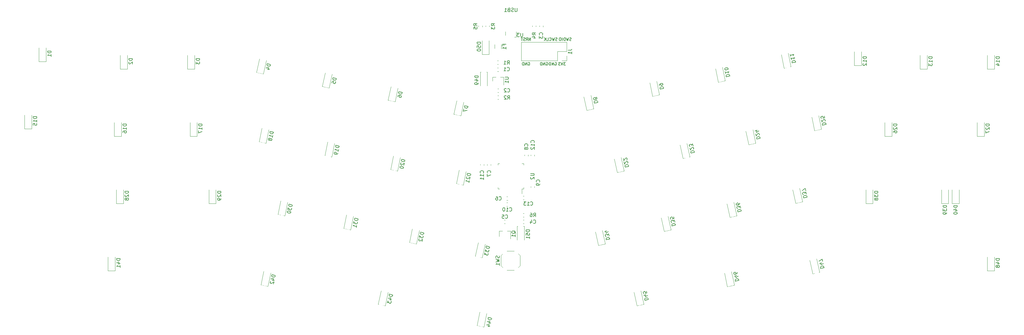
<source format=gbo>
G04 #@! TF.GenerationSoftware,KiCad,Pcbnew,(5.1.4)-1*
G04 #@! TF.CreationDate,2020-05-06T12:55:02+09:00*
G04 #@! TF.ProjectId,Vision,56697369-6f6e-42e6-9b69-6361645f7063,rev?*
G04 #@! TF.SameCoordinates,Original*
G04 #@! TF.FileFunction,Legend,Bot*
G04 #@! TF.FilePolarity,Positive*
%FSLAX46Y46*%
G04 Gerber Fmt 4.6, Leading zero omitted, Abs format (unit mm)*
G04 Created by KiCad (PCBNEW (5.1.4)-1) date 2020-05-06 12:55:02*
%MOMM*%
%LPD*%
G04 APERTURE LIST*
%ADD10C,0.160000*%
%ADD11C,0.120000*%
%ADD12C,0.150000*%
%ADD13C,0.400000*%
%ADD14R,1.200000X1.300000*%
%ADD15C,1.187400*%
%ADD16C,3.000000*%
%ADD17C,2.250000*%
%ADD18C,0.100000*%
%ADD19C,1.275000*%
%ADD20R,2.950000X2.900000*%
%ADD21C,2.150000*%
%ADD22C,3.400000*%
%ADD23C,4.387800*%
%ADD24C,2.900000*%
%ADD25C,3.448000*%
%ADD26C,0.600000*%
%ADD27C,0.800000*%
%ADD28C,0.700000*%
%ADD29R,1.500000X2.200000*%
%ADD30O,2.100000X2.100000*%
%ADD31R,2.100000X2.100000*%
%ADD32C,1.650000*%
%ADD33R,1.600000X1.300000*%
%ADD34C,1.300000*%
%ADD35O,1.400000X2.000000*%
%ADD36O,1.400000X2.500000*%
%ADD37C,1.050000*%
%ADD38R,0.700000X1.850000*%
%ADD39R,1.000000X1.850000*%
G04 APERTURE END LIST*
D10*
X227095238Y-93023809D02*
X226980952Y-93061904D01*
X226790476Y-93061904D01*
X226714285Y-93023809D01*
X226676190Y-92985714D01*
X226638095Y-92909523D01*
X226638095Y-92833333D01*
X226676190Y-92757142D01*
X226714285Y-92719047D01*
X226790476Y-92680952D01*
X226942857Y-92642857D01*
X227019047Y-92604761D01*
X227057142Y-92566666D01*
X227095238Y-92490476D01*
X227095238Y-92414285D01*
X227057142Y-92338095D01*
X227019047Y-92300000D01*
X226942857Y-92261904D01*
X226752380Y-92261904D01*
X226638095Y-92300000D01*
X226371428Y-92261904D02*
X226180952Y-93061904D01*
X226028571Y-92490476D01*
X225876190Y-93061904D01*
X225685714Y-92261904D01*
X225380952Y-93061904D02*
X225380952Y-92261904D01*
X225190476Y-92261904D01*
X225076190Y-92300000D01*
X225000000Y-92376190D01*
X224961904Y-92452380D01*
X224923809Y-92604761D01*
X224923809Y-92719047D01*
X224961904Y-92871428D01*
X225000000Y-92947619D01*
X225076190Y-93023809D01*
X225190476Y-93061904D01*
X225380952Y-93061904D01*
X224580952Y-93061904D02*
X224580952Y-92261904D01*
X224047619Y-92261904D02*
X223895238Y-92261904D01*
X223819047Y-92300000D01*
X223742857Y-92376190D01*
X223704761Y-92528571D01*
X223704761Y-92795238D01*
X223742857Y-92947619D01*
X223819047Y-93023809D01*
X223895238Y-93061904D01*
X224047619Y-93061904D01*
X224123809Y-93023809D01*
X224200000Y-92947619D01*
X224238095Y-92795238D01*
X224238095Y-92528571D01*
X224200000Y-92376190D01*
X224123809Y-92300000D01*
X224047619Y-92261904D01*
X223109523Y-93023809D02*
X222995238Y-93061904D01*
X222804761Y-93061904D01*
X222728571Y-93023809D01*
X222690476Y-92985714D01*
X222652380Y-92909523D01*
X222652380Y-92833333D01*
X222690476Y-92757142D01*
X222728571Y-92719047D01*
X222804761Y-92680952D01*
X222957142Y-92642857D01*
X223033333Y-92604761D01*
X223071428Y-92566666D01*
X223109523Y-92490476D01*
X223109523Y-92414285D01*
X223071428Y-92338095D01*
X223033333Y-92300000D01*
X222957142Y-92261904D01*
X222766666Y-92261904D01*
X222652380Y-92300000D01*
X222385714Y-92261904D02*
X222195238Y-93061904D01*
X222042857Y-92490476D01*
X221890476Y-93061904D01*
X221700000Y-92261904D01*
X220938095Y-92985714D02*
X220976190Y-93023809D01*
X221090476Y-93061904D01*
X221166666Y-93061904D01*
X221280952Y-93023809D01*
X221357142Y-92947619D01*
X221395238Y-92871428D01*
X221433333Y-92719047D01*
X221433333Y-92604761D01*
X221395238Y-92452380D01*
X221357142Y-92376190D01*
X221280952Y-92300000D01*
X221166666Y-92261904D01*
X221090476Y-92261904D01*
X220976190Y-92300000D01*
X220938095Y-92338095D01*
X220214285Y-93061904D02*
X220595238Y-93061904D01*
X220595238Y-92261904D01*
X219947619Y-93061904D02*
X219947619Y-92261904D01*
X219490476Y-93061904D02*
X219833333Y-92604761D01*
X219490476Y-92261904D02*
X219947619Y-92719047D01*
X215614285Y-93061904D02*
X215614285Y-92261904D01*
X215157142Y-93061904D01*
X215157142Y-92261904D01*
X214319047Y-93061904D02*
X214585714Y-92680952D01*
X214776190Y-93061904D02*
X214776190Y-92261904D01*
X214471428Y-92261904D01*
X214395238Y-92300000D01*
X214357142Y-92338095D01*
X214319047Y-92414285D01*
X214319047Y-92528571D01*
X214357142Y-92604761D01*
X214395238Y-92642857D01*
X214471428Y-92680952D01*
X214776190Y-92680952D01*
X214014285Y-93023809D02*
X213900000Y-93061904D01*
X213709523Y-93061904D01*
X213633333Y-93023809D01*
X213595238Y-92985714D01*
X213557142Y-92909523D01*
X213557142Y-92833333D01*
X213595238Y-92757142D01*
X213633333Y-92719047D01*
X213709523Y-92680952D01*
X213861904Y-92642857D01*
X213938095Y-92604761D01*
X213976190Y-92566666D01*
X214014285Y-92490476D01*
X214014285Y-92414285D01*
X213976190Y-92338095D01*
X213938095Y-92300000D01*
X213861904Y-92261904D01*
X213671428Y-92261904D01*
X213557142Y-92300000D01*
X213328571Y-92261904D02*
X212871428Y-92261904D01*
X213100000Y-93061904D02*
X213100000Y-92261904D01*
X214909523Y-99300000D02*
X214985714Y-99261904D01*
X215100000Y-99261904D01*
X215214285Y-99300000D01*
X215290476Y-99376190D01*
X215328571Y-99452380D01*
X215366666Y-99604761D01*
X215366666Y-99719047D01*
X215328571Y-99871428D01*
X215290476Y-99947619D01*
X215214285Y-100023809D01*
X215100000Y-100061904D01*
X215023809Y-100061904D01*
X214909523Y-100023809D01*
X214871428Y-99985714D01*
X214871428Y-99719047D01*
X215023809Y-99719047D01*
X214528571Y-100061904D02*
X214528571Y-99261904D01*
X214071428Y-100061904D01*
X214071428Y-99261904D01*
X213690476Y-100061904D02*
X213690476Y-99261904D01*
X213500000Y-99261904D01*
X213385714Y-99300000D01*
X213309523Y-99376190D01*
X213271428Y-99452380D01*
X213233333Y-99604761D01*
X213233333Y-99719047D01*
X213271428Y-99871428D01*
X213309523Y-99947619D01*
X213385714Y-100023809D01*
X213500000Y-100061904D01*
X213690476Y-100061904D01*
X220009523Y-99300000D02*
X220085714Y-99261904D01*
X220200000Y-99261904D01*
X220314285Y-99300000D01*
X220390476Y-99376190D01*
X220428571Y-99452380D01*
X220466666Y-99604761D01*
X220466666Y-99719047D01*
X220428571Y-99871428D01*
X220390476Y-99947619D01*
X220314285Y-100023809D01*
X220200000Y-100061904D01*
X220123809Y-100061904D01*
X220009523Y-100023809D01*
X219971428Y-99985714D01*
X219971428Y-99719047D01*
X220123809Y-99719047D01*
X219628571Y-100061904D02*
X219628571Y-99261904D01*
X219171428Y-100061904D01*
X219171428Y-99261904D01*
X218790476Y-100061904D02*
X218790476Y-99261904D01*
X218600000Y-99261904D01*
X218485714Y-99300000D01*
X218409523Y-99376190D01*
X218371428Y-99452380D01*
X218333333Y-99604761D01*
X218333333Y-99719047D01*
X218371428Y-99871428D01*
X218409523Y-99947619D01*
X218485714Y-100023809D01*
X218600000Y-100061904D01*
X218790476Y-100061904D01*
X222509523Y-99300000D02*
X222585714Y-99261904D01*
X222700000Y-99261904D01*
X222814285Y-99300000D01*
X222890476Y-99376190D01*
X222928571Y-99452380D01*
X222966666Y-99604761D01*
X222966666Y-99719047D01*
X222928571Y-99871428D01*
X222890476Y-99947619D01*
X222814285Y-100023809D01*
X222700000Y-100061904D01*
X222623809Y-100061904D01*
X222509523Y-100023809D01*
X222471428Y-99985714D01*
X222471428Y-99719047D01*
X222623809Y-99719047D01*
X222128571Y-100061904D02*
X222128571Y-99261904D01*
X221671428Y-100061904D01*
X221671428Y-99261904D01*
X221290476Y-100061904D02*
X221290476Y-99261904D01*
X221100000Y-99261904D01*
X220985714Y-99300000D01*
X220909523Y-99376190D01*
X220871428Y-99452380D01*
X220833333Y-99604761D01*
X220833333Y-99719047D01*
X220871428Y-99871428D01*
X220909523Y-99947619D01*
X220985714Y-100023809D01*
X221100000Y-100061904D01*
X221290476Y-100061904D01*
X225490476Y-99261904D02*
X224995238Y-99261904D01*
X225261904Y-99566666D01*
X225147619Y-99566666D01*
X225071428Y-99604761D01*
X225033333Y-99642857D01*
X224995238Y-99719047D01*
X224995238Y-99909523D01*
X225033333Y-99985714D01*
X225071428Y-100023809D01*
X225147619Y-100061904D01*
X225376190Y-100061904D01*
X225452380Y-100023809D01*
X225490476Y-99985714D01*
X224766666Y-99261904D02*
X224500000Y-100061904D01*
X224233333Y-99261904D01*
X224042857Y-99261904D02*
X223547619Y-99261904D01*
X223814285Y-99566666D01*
X223700000Y-99566666D01*
X223623809Y-99604761D01*
X223585714Y-99642857D01*
X223547619Y-99719047D01*
X223547619Y-99909523D01*
X223585714Y-99985714D01*
X223623809Y-100023809D01*
X223700000Y-100061904D01*
X223928571Y-100061904D01*
X224004761Y-100023809D01*
X224042857Y-99985714D01*
D11*
X206720000Y-147040000D02*
X206720000Y-148500000D01*
X209880000Y-147040000D02*
X209880000Y-149200000D01*
X209880000Y-147040000D02*
X208950000Y-147040000D01*
X206720000Y-147040000D02*
X207650000Y-147040000D01*
X213437221Y-137090000D02*
X213762779Y-137090000D01*
X213437221Y-138110000D02*
X213762779Y-138110000D01*
X201910000Y-88837221D02*
X201910000Y-89162779D01*
X200890000Y-88837221D02*
X200890000Y-89162779D01*
X213437221Y-141990000D02*
X213762779Y-141990000D01*
X213437221Y-143010000D02*
X213762779Y-143010000D01*
X216090000Y-89162779D02*
X216090000Y-88837221D01*
X217110000Y-89162779D02*
X217110000Y-88837221D01*
X203910000Y-88837221D02*
X203910000Y-89162779D01*
X202890000Y-88837221D02*
X202890000Y-89162779D01*
X206562779Y-109710000D02*
X206237221Y-109710000D01*
X206562779Y-108690000D02*
X206237221Y-108690000D01*
X206497781Y-99760593D02*
X206172223Y-99760593D01*
X206497781Y-98740593D02*
X206172223Y-98740593D01*
X208500000Y-91539073D02*
X208500000Y-90539073D01*
X211500000Y-92039073D02*
X211000000Y-92039073D01*
X211500000Y-90539073D02*
X211500000Y-92039073D01*
X213160000Y-135101113D02*
X213160000Y-136391113D01*
X213610000Y-135101113D02*
X213160000Y-135101113D01*
X213610000Y-134651113D02*
X213610000Y-135101113D01*
X213610000Y-127881113D02*
X213160000Y-127881113D01*
X213610000Y-128331113D02*
X213610000Y-127881113D01*
X206390000Y-135101113D02*
X206840000Y-135101113D01*
X206390000Y-134651113D02*
X206390000Y-135101113D01*
X206390000Y-127881113D02*
X206840000Y-127881113D01*
X206390000Y-128331113D02*
X206390000Y-127881113D01*
X204820000Y-103440000D02*
X204820000Y-104900000D01*
X207980000Y-103440000D02*
X207980000Y-105600000D01*
X207980000Y-103440000D02*
X207050000Y-103440000D01*
X204820000Y-103440000D02*
X205750000Y-103440000D01*
X212620000Y-156850000D02*
X212130000Y-157340000D01*
X212620000Y-153950000D02*
X212620000Y-156850000D01*
X212620000Y-153950000D02*
X212130000Y-153460000D01*
X207180000Y-153950000D02*
X207180000Y-156850000D01*
X207180000Y-153950000D02*
X207670000Y-153460000D01*
X210940000Y-158120000D02*
X208860000Y-158120000D01*
X207180000Y-156850000D02*
X207670000Y-157340000D01*
X210940000Y-152680000D02*
X208860000Y-152680000D01*
X225805000Y-98730000D02*
X225805000Y-97400000D01*
X224475000Y-98730000D02*
X225805000Y-98730000D01*
X225805000Y-96130000D02*
X225805000Y-93530000D01*
X223205000Y-96130000D02*
X225805000Y-96130000D01*
X223205000Y-98730000D02*
X223205000Y-96130000D01*
X225805000Y-93530000D02*
X212985000Y-93530000D01*
X223205000Y-98730000D02*
X212985000Y-98730000D01*
X212985000Y-98730000D02*
X212985000Y-93530000D01*
X205425002Y-95352657D02*
X205425002Y-94148529D01*
X207245002Y-95352657D02*
X207245002Y-94148529D01*
X211800000Y-145650000D02*
X211800000Y-149550000D01*
X213800000Y-145650000D02*
X213800000Y-149550000D01*
X211800000Y-145650000D02*
X213800000Y-145650000D01*
X203835002Y-97000593D02*
X203835002Y-93100593D01*
X201835002Y-97000593D02*
X201835002Y-93100593D01*
X203835002Y-97000593D02*
X201835002Y-97000593D01*
X201335002Y-102000593D02*
X201335002Y-105900593D01*
X203335002Y-102000593D02*
X203335002Y-105900593D01*
X201335002Y-102000593D02*
X203335002Y-102000593D01*
X346964500Y-158290591D02*
X346964500Y-154390591D01*
X344964500Y-158290591D02*
X344964500Y-154390591D01*
X346964500Y-158290591D02*
X344964500Y-158290591D01*
X297427072Y-158733483D02*
X296616216Y-154918708D01*
X295470777Y-159149307D02*
X294659921Y-155334531D01*
X297427072Y-158733483D02*
X295470777Y-159149307D01*
X273285649Y-162328092D02*
X272474793Y-158513317D01*
X271329354Y-162743916D02*
X270518498Y-158929140D01*
X273285649Y-162328092D02*
X271329354Y-162743916D01*
X247664296Y-167774079D02*
X246853440Y-163959304D01*
X245708001Y-168189903D02*
X244897145Y-164375127D01*
X247664296Y-167774079D02*
X245708001Y-168189903D01*
X202346755Y-174153125D02*
X203157611Y-170338349D01*
X200390460Y-173737301D02*
X201201316Y-169922526D01*
X202346755Y-174153125D02*
X200390460Y-173737301D01*
X174396183Y-168212047D02*
X175207039Y-164397271D01*
X172439888Y-167796223D02*
X173250744Y-163981448D01*
X174396183Y-168212047D02*
X172439888Y-167796223D01*
X141157734Y-162683806D02*
X141968590Y-158869030D01*
X139201439Y-162267982D02*
X140012295Y-158453207D01*
X141157734Y-162683806D02*
X139201439Y-162267982D01*
X97880001Y-158290592D02*
X97880001Y-154390592D01*
X95880001Y-158290592D02*
X95880001Y-154390592D01*
X97880001Y-158290592D02*
X95880001Y-158290592D01*
X337000000Y-139240592D02*
X337000000Y-135340592D01*
X335000000Y-139240592D02*
X335000000Y-135340592D01*
X337000000Y-139240592D02*
X335000000Y-139240592D01*
X333976251Y-139240592D02*
X333976251Y-135340592D01*
X331976251Y-139240592D02*
X331976251Y-135340592D01*
X333976251Y-139240592D02*
X331976251Y-139240592D01*
X312545001Y-139240592D02*
X312545001Y-135340592D01*
X310545001Y-139240592D02*
X310545001Y-135340592D01*
X312545001Y-139240592D02*
X310545001Y-139240592D01*
X292617072Y-138743483D02*
X291806216Y-134928708D01*
X290660777Y-139159307D02*
X289849921Y-135344531D01*
X292617072Y-138743483D02*
X290660777Y-139159307D01*
X273983360Y-142704201D02*
X273172504Y-138889426D01*
X272027065Y-143120025D02*
X271216209Y-139305249D01*
X273983360Y-142704201D02*
X272027065Y-143120025D01*
X255349648Y-146664919D02*
X254538792Y-142850144D01*
X253393353Y-147080743D02*
X252582497Y-143265967D01*
X255349648Y-146664919D02*
X253393353Y-147080743D01*
X236715936Y-150625637D02*
X235905080Y-146810862D01*
X234759641Y-151041461D02*
X233948785Y-147226685D01*
X236715936Y-150625637D02*
X234759641Y-151041461D01*
X201868869Y-154575959D02*
X202679725Y-150761183D01*
X199912574Y-154160135D02*
X200723430Y-150345360D01*
X201868869Y-154575959D02*
X199912574Y-154160135D01*
X183235157Y-150615241D02*
X184046013Y-146800465D01*
X181278862Y-150199417D02*
X182089718Y-146384642D01*
X183235157Y-150615241D02*
X181278862Y-150199417D01*
X164601445Y-146654523D02*
X165412301Y-142839747D01*
X162645150Y-146238699D02*
X163456006Y-142423924D01*
X164601445Y-146654523D02*
X162645150Y-146238699D01*
X145967733Y-142693806D02*
X146778589Y-138879030D01*
X144011438Y-142277982D02*
X144822294Y-138463207D01*
X145967733Y-142693806D02*
X144011438Y-142277982D01*
X126455000Y-139240592D02*
X126455000Y-135340592D01*
X124455000Y-139240592D02*
X124455000Y-135340592D01*
X126455000Y-139240592D02*
X124455000Y-139240592D01*
X100261251Y-139240592D02*
X100261251Y-135340592D01*
X98261251Y-139240592D02*
X98261251Y-135340592D01*
X100261251Y-139240592D02*
X98261251Y-139240592D01*
X344098751Y-120190593D02*
X344098751Y-116290593D01*
X342098751Y-120190593D02*
X342098751Y-116290593D01*
X344098751Y-120190593D02*
X342098751Y-120190593D01*
X317905001Y-120190593D02*
X317905001Y-116290593D01*
X315905001Y-120190593D02*
X315905001Y-116290593D01*
X317905001Y-120190593D02*
X315905001Y-120190593D01*
X297977071Y-118133485D02*
X297166215Y-114318710D01*
X296020776Y-118549309D02*
X295209920Y-114734533D01*
X297977071Y-118133485D02*
X296020776Y-118549309D01*
X279343360Y-122094202D02*
X278532504Y-118279427D01*
X277387065Y-122510026D02*
X276576209Y-118695250D01*
X279343360Y-122094202D02*
X277387065Y-122510026D01*
X260709648Y-126054920D02*
X259898792Y-122240145D01*
X258753353Y-126470744D02*
X257942497Y-122655968D01*
X260709648Y-126054920D02*
X258753353Y-126470744D01*
X242075936Y-130015637D02*
X241265080Y-126200862D01*
X240119641Y-130431461D02*
X239308785Y-126616685D01*
X242075936Y-130015637D02*
X240119641Y-130431461D01*
X196518869Y-133965959D02*
X197329725Y-130151183D01*
X194562574Y-133550135D02*
X195373430Y-129735360D01*
X196518869Y-133965959D02*
X194562574Y-133550135D01*
X177885157Y-130005242D02*
X178696013Y-126190466D01*
X175928862Y-129589418D02*
X176739718Y-125774643D01*
X177885157Y-130005242D02*
X175928862Y-129589418D01*
X159251445Y-126044524D02*
X160062301Y-122229748D01*
X157295150Y-125628700D02*
X158106006Y-121813925D01*
X159251445Y-126044524D02*
X157295150Y-125628700D01*
X140617733Y-122083807D02*
X141428589Y-118269031D01*
X138661438Y-121667983D02*
X139472294Y-117853208D01*
X140617733Y-122083807D02*
X138661438Y-121667983D01*
X121105001Y-120190593D02*
X121105001Y-116290593D01*
X119105001Y-120190593D02*
X119105001Y-116290593D01*
X121105001Y-120190593D02*
X119105001Y-120190593D01*
X99673751Y-120190593D02*
X99673751Y-116290593D01*
X97673751Y-120190593D02*
X97673751Y-116290593D01*
X99673751Y-120190593D02*
X97673751Y-120190593D01*
X74265001Y-118050593D02*
X74265001Y-114150593D01*
X72265001Y-118050593D02*
X72265001Y-114150593D01*
X74265001Y-118050593D02*
X72265001Y-118050593D01*
X346965001Y-101140593D02*
X346965001Y-97240593D01*
X344965001Y-101140593D02*
X344965001Y-97240593D01*
X346965001Y-101140593D02*
X344965001Y-101140593D01*
X327915001Y-101140592D02*
X327915001Y-97240592D01*
X325915001Y-101140592D02*
X325915001Y-97240592D01*
X327915001Y-101140592D02*
X325915001Y-101140592D01*
X309285001Y-100080593D02*
X309285001Y-96180593D01*
X307285001Y-100080593D02*
X307285001Y-96180593D01*
X309285001Y-100080593D02*
X307285001Y-100080593D01*
X289357072Y-100483485D02*
X288546216Y-96668710D01*
X287400777Y-100899309D02*
X286589921Y-97084533D01*
X289357072Y-100483485D02*
X287400777Y-100899309D01*
X270723360Y-104444202D02*
X269912504Y-100629427D01*
X268767065Y-104860026D02*
X267956209Y-101045250D01*
X270723360Y-104444202D02*
X268767065Y-104860026D01*
X252089648Y-108404920D02*
X251278792Y-104590145D01*
X250133353Y-108820744D02*
X249322497Y-105005968D01*
X252089648Y-108404920D02*
X250133353Y-108820744D01*
X233455936Y-112365638D02*
X232645080Y-108550863D01*
X231499641Y-112781462D02*
X230688785Y-108966686D01*
X233455936Y-112365638D02*
X231499641Y-112781462D01*
X195818869Y-114335960D02*
X196629725Y-110521184D01*
X193862574Y-113920136D02*
X194673430Y-110105361D01*
X195818869Y-114335960D02*
X193862574Y-113920136D01*
X177185157Y-110375242D02*
X177996013Y-106560466D01*
X175228862Y-109959418D02*
X176039718Y-106144643D01*
X177185157Y-110375242D02*
X175228862Y-109959418D01*
X158551445Y-106414524D02*
X159362301Y-102599748D01*
X156595150Y-105998700D02*
X157406006Y-102183925D01*
X158551445Y-106414524D02*
X156595150Y-105998700D01*
X139917734Y-102453806D02*
X140728590Y-98639030D01*
X137961439Y-102037982D02*
X138772295Y-98223207D01*
X139917734Y-102453806D02*
X137961439Y-102037982D01*
X120405000Y-101140592D02*
X120405000Y-97240592D01*
X118405000Y-101140592D02*
X118405000Y-97240592D01*
X120405000Y-101140592D02*
X118405000Y-101140592D01*
X101355001Y-101140593D02*
X101355001Y-97240593D01*
X99355001Y-101140593D02*
X99355001Y-97240593D01*
X101355001Y-101140593D02*
X99355001Y-101140593D01*
X78335002Y-99000593D02*
X78335002Y-95100593D01*
X76335002Y-99000593D02*
X76335002Y-95100593D01*
X78335002Y-99000593D02*
X76335002Y-99000593D01*
X215690000Y-125762779D02*
X215690000Y-125437221D01*
X216710000Y-125762779D02*
X216710000Y-125437221D01*
X202345002Y-128087814D02*
X202345002Y-128413372D01*
X201325002Y-128087814D02*
X201325002Y-128413372D01*
X208837221Y-138990000D02*
X209162779Y-138990000D01*
X208837221Y-140010000D02*
X209162779Y-140010000D01*
X215690000Y-134712779D02*
X215690000Y-134387221D01*
X216710000Y-134712779D02*
X216710000Y-134387221D01*
X213890000Y-125762779D02*
X213890000Y-125437221D01*
X214910000Y-125762779D02*
X214910000Y-125437221D01*
X204345002Y-128087814D02*
X204345002Y-128413372D01*
X203325002Y-128087814D02*
X203325002Y-128413372D01*
X208837221Y-137240000D02*
X209162779Y-137240000D01*
X208837221Y-138260000D02*
X209162779Y-138260000D01*
X208462779Y-144910000D02*
X208137221Y-144910000D01*
X208462779Y-143890000D02*
X208137221Y-143890000D01*
X213762779Y-144910000D02*
X213437221Y-144910000D01*
X213762779Y-143890000D02*
X213437221Y-143890000D01*
X218090000Y-89162779D02*
X218090000Y-88837221D01*
X219110000Y-89162779D02*
X219110000Y-88837221D01*
X206237221Y-106690000D02*
X206562779Y-106690000D01*
X206237221Y-107710000D02*
X206562779Y-107710000D01*
X206172223Y-100740593D02*
X206497781Y-100740593D01*
X206172223Y-101760593D02*
X206497781Y-101760593D01*
D12*
X211347619Y-147704761D02*
X211300000Y-147609523D01*
X211204761Y-147514285D01*
X211061904Y-147371428D01*
X211014285Y-147276190D01*
X211014285Y-147180952D01*
X211252380Y-147228571D02*
X211204761Y-147133333D01*
X211109523Y-147038095D01*
X210919047Y-146990476D01*
X210585714Y-146990476D01*
X210395238Y-147038095D01*
X210300000Y-147133333D01*
X210252380Y-147228571D01*
X210252380Y-147419047D01*
X210300000Y-147514285D01*
X210395238Y-147609523D01*
X210585714Y-147657142D01*
X210919047Y-147657142D01*
X211109523Y-147609523D01*
X211204761Y-147514285D01*
X211252380Y-147419047D01*
X211252380Y-147228571D01*
X211252380Y-148609523D02*
X211252380Y-148038095D01*
X211252380Y-148323809D02*
X210252380Y-148323809D01*
X210395238Y-148228571D01*
X210490476Y-148133333D01*
X210538095Y-148038095D01*
X215592857Y-139607142D02*
X215640476Y-139654761D01*
X215783333Y-139702380D01*
X215878571Y-139702380D01*
X216021428Y-139654761D01*
X216116666Y-139559523D01*
X216164285Y-139464285D01*
X216211904Y-139273809D01*
X216211904Y-139130952D01*
X216164285Y-138940476D01*
X216116666Y-138845238D01*
X216021428Y-138750000D01*
X215878571Y-138702380D01*
X215783333Y-138702380D01*
X215640476Y-138750000D01*
X215592857Y-138797619D01*
X214640476Y-139702380D02*
X215211904Y-139702380D01*
X214926190Y-139702380D02*
X214926190Y-138702380D01*
X215021428Y-138845238D01*
X215116666Y-138940476D01*
X215211904Y-138988095D01*
X214307142Y-138702380D02*
X213688095Y-138702380D01*
X214021428Y-139083333D01*
X213878571Y-139083333D01*
X213783333Y-139130952D01*
X213735714Y-139178571D01*
X213688095Y-139273809D01*
X213688095Y-139511904D01*
X213735714Y-139607142D01*
X213783333Y-139654761D01*
X213878571Y-139702380D01*
X214164285Y-139702380D01*
X214259523Y-139654761D01*
X214307142Y-139607142D01*
X200452380Y-88833333D02*
X199976190Y-88500000D01*
X200452380Y-88261904D02*
X199452380Y-88261904D01*
X199452380Y-88642857D01*
X199500000Y-88738095D01*
X199547619Y-88785714D01*
X199642857Y-88833333D01*
X199785714Y-88833333D01*
X199880952Y-88785714D01*
X199928571Y-88738095D01*
X199976190Y-88642857D01*
X199976190Y-88261904D01*
X199452380Y-89738095D02*
X199452380Y-89261904D01*
X199928571Y-89214285D01*
X199880952Y-89261904D01*
X199833333Y-89357142D01*
X199833333Y-89595238D01*
X199880952Y-89690476D01*
X199928571Y-89738095D01*
X200023809Y-89785714D01*
X200261904Y-89785714D01*
X200357142Y-89738095D01*
X200404761Y-89690476D01*
X200452380Y-89595238D01*
X200452380Y-89357142D01*
X200404761Y-89261904D01*
X200357142Y-89214285D01*
X216416666Y-142952380D02*
X216750000Y-142476190D01*
X216988095Y-142952380D02*
X216988095Y-141952380D01*
X216607142Y-141952380D01*
X216511904Y-142000000D01*
X216464285Y-142047619D01*
X216416666Y-142142857D01*
X216416666Y-142285714D01*
X216464285Y-142380952D01*
X216511904Y-142428571D01*
X216607142Y-142476190D01*
X216988095Y-142476190D01*
X215559523Y-141952380D02*
X215750000Y-141952380D01*
X215845238Y-142000000D01*
X215892857Y-142047619D01*
X215988095Y-142190476D01*
X216035714Y-142380952D01*
X216035714Y-142761904D01*
X215988095Y-142857142D01*
X215940476Y-142904761D01*
X215845238Y-142952380D01*
X215654761Y-142952380D01*
X215559523Y-142904761D01*
X215511904Y-142857142D01*
X215464285Y-142761904D01*
X215464285Y-142523809D01*
X215511904Y-142428571D01*
X215559523Y-142380952D01*
X215654761Y-142333333D01*
X215845238Y-142333333D01*
X215940476Y-142380952D01*
X215988095Y-142428571D01*
X216035714Y-142523809D01*
X217052380Y-91433333D02*
X216576190Y-91100000D01*
X217052380Y-90861904D02*
X216052380Y-90861904D01*
X216052380Y-91242857D01*
X216100000Y-91338095D01*
X216147619Y-91385714D01*
X216242857Y-91433333D01*
X216385714Y-91433333D01*
X216480952Y-91385714D01*
X216528571Y-91338095D01*
X216576190Y-91242857D01*
X216576190Y-90861904D01*
X216385714Y-92290476D02*
X217052380Y-92290476D01*
X216004761Y-92052380D02*
X216719047Y-91814285D01*
X216719047Y-92433333D01*
X205452380Y-88833333D02*
X204976190Y-88500000D01*
X205452380Y-88261904D02*
X204452380Y-88261904D01*
X204452380Y-88642857D01*
X204500000Y-88738095D01*
X204547619Y-88785714D01*
X204642857Y-88833333D01*
X204785714Y-88833333D01*
X204880952Y-88785714D01*
X204928571Y-88738095D01*
X204976190Y-88642857D01*
X204976190Y-88261904D01*
X204452380Y-89166666D02*
X204452380Y-89785714D01*
X204833333Y-89452380D01*
X204833333Y-89595238D01*
X204880952Y-89690476D01*
X204928571Y-89738095D01*
X205023809Y-89785714D01*
X205261904Y-89785714D01*
X205357142Y-89738095D01*
X205404761Y-89690476D01*
X205452380Y-89595238D01*
X205452380Y-89309523D01*
X205404761Y-89214285D01*
X205357142Y-89166666D01*
X209066666Y-109652380D02*
X209400000Y-109176190D01*
X209638095Y-109652380D02*
X209638095Y-108652380D01*
X209257142Y-108652380D01*
X209161904Y-108700000D01*
X209114285Y-108747619D01*
X209066666Y-108842857D01*
X209066666Y-108985714D01*
X209114285Y-109080952D01*
X209161904Y-109128571D01*
X209257142Y-109176190D01*
X209638095Y-109176190D01*
X208685714Y-108747619D02*
X208638095Y-108700000D01*
X208542857Y-108652380D01*
X208304761Y-108652380D01*
X208209523Y-108700000D01*
X208161904Y-108747619D01*
X208114285Y-108842857D01*
X208114285Y-108938095D01*
X208161904Y-109080952D01*
X208733333Y-109652380D01*
X208114285Y-109652380D01*
X208966666Y-99752380D02*
X209300000Y-99276190D01*
X209538095Y-99752380D02*
X209538095Y-98752380D01*
X209157142Y-98752380D01*
X209061904Y-98800000D01*
X209014285Y-98847619D01*
X208966666Y-98942857D01*
X208966666Y-99085714D01*
X209014285Y-99180952D01*
X209061904Y-99228571D01*
X209157142Y-99276190D01*
X209538095Y-99276190D01*
X208014285Y-99752380D02*
X208585714Y-99752380D01*
X208300000Y-99752380D02*
X208300000Y-98752380D01*
X208395238Y-98895238D01*
X208490476Y-98990476D01*
X208585714Y-99038095D01*
X213361904Y-90952380D02*
X213361904Y-91761904D01*
X213314285Y-91857142D01*
X213266666Y-91904761D01*
X213171428Y-91952380D01*
X212980952Y-91952380D01*
X212885714Y-91904761D01*
X212838095Y-91857142D01*
X212790476Y-91761904D01*
X212790476Y-90952380D01*
X212409523Y-90952380D02*
X211790476Y-90952380D01*
X212123809Y-91333333D01*
X211980952Y-91333333D01*
X211885714Y-91380952D01*
X211838095Y-91428571D01*
X211790476Y-91523809D01*
X211790476Y-91761904D01*
X211838095Y-91857142D01*
X211885714Y-91904761D01*
X211980952Y-91952380D01*
X212266666Y-91952380D01*
X212361904Y-91904761D01*
X212409523Y-91857142D01*
X215602380Y-130729208D02*
X216411904Y-130729208D01*
X216507142Y-130776827D01*
X216554761Y-130824446D01*
X216602380Y-130919684D01*
X216602380Y-131110160D01*
X216554761Y-131205398D01*
X216507142Y-131253017D01*
X216411904Y-131300636D01*
X215602380Y-131300636D01*
X215697619Y-131729208D02*
X215650000Y-131776827D01*
X215602380Y-131872065D01*
X215602380Y-132110160D01*
X215650000Y-132205398D01*
X215697619Y-132253017D01*
X215792857Y-132300636D01*
X215888095Y-132300636D01*
X216030952Y-132253017D01*
X216602380Y-131681589D01*
X216602380Y-132300636D01*
X208352380Y-103438095D02*
X209161904Y-103438095D01*
X209257142Y-103485714D01*
X209304761Y-103533333D01*
X209352380Y-103628571D01*
X209352380Y-103819047D01*
X209304761Y-103914285D01*
X209257142Y-103961904D01*
X209161904Y-104009523D01*
X208352380Y-104009523D01*
X209352380Y-105009523D02*
X209352380Y-104438095D01*
X209352380Y-104723809D02*
X208352380Y-104723809D01*
X208495238Y-104628571D01*
X208590476Y-104533333D01*
X208638095Y-104438095D01*
X206704761Y-154066666D02*
X206752380Y-154209523D01*
X206752380Y-154447619D01*
X206704761Y-154542857D01*
X206657142Y-154590476D01*
X206561904Y-154638095D01*
X206466666Y-154638095D01*
X206371428Y-154590476D01*
X206323809Y-154542857D01*
X206276190Y-154447619D01*
X206228571Y-154257142D01*
X206180952Y-154161904D01*
X206133333Y-154114285D01*
X206038095Y-154066666D01*
X205942857Y-154066666D01*
X205847619Y-154114285D01*
X205800000Y-154161904D01*
X205752380Y-154257142D01*
X205752380Y-154495238D01*
X205800000Y-154638095D01*
X205752380Y-154971428D02*
X206752380Y-155209523D01*
X206038095Y-155400000D01*
X206752380Y-155590476D01*
X205752380Y-155828571D01*
X206752380Y-156733333D02*
X206752380Y-156161904D01*
X206752380Y-156447619D02*
X205752380Y-156447619D01*
X205895238Y-156352380D01*
X205990476Y-156257142D01*
X206038095Y-156161904D01*
X226257380Y-95796666D02*
X226971666Y-95796666D01*
X227114523Y-95749047D01*
X227209761Y-95653809D01*
X227257380Y-95510952D01*
X227257380Y-95415714D01*
X227257380Y-96796666D02*
X227257380Y-96225238D01*
X227257380Y-96510952D02*
X226257380Y-96510952D01*
X226400238Y-96415714D01*
X226495476Y-96320476D01*
X226543095Y-96225238D01*
X208083573Y-94417259D02*
X208083573Y-94083926D01*
X208607382Y-94083926D02*
X207607382Y-94083926D01*
X207607382Y-94560116D01*
X208607382Y-95464878D02*
X208607382Y-94893450D01*
X208607382Y-95179164D02*
X207607382Y-95179164D01*
X207750240Y-95083926D01*
X207845478Y-94988688D01*
X207893097Y-94893450D01*
X215302380Y-146685714D02*
X214302380Y-146685714D01*
X214302380Y-146923809D01*
X214350000Y-147066666D01*
X214445238Y-147161904D01*
X214540476Y-147209523D01*
X214730952Y-147257142D01*
X214873809Y-147257142D01*
X215064285Y-147209523D01*
X215159523Y-147161904D01*
X215254761Y-147066666D01*
X215302380Y-146923809D01*
X215302380Y-146685714D01*
X214302380Y-148161904D02*
X214302380Y-147685714D01*
X214778571Y-147638095D01*
X214730952Y-147685714D01*
X214683333Y-147780952D01*
X214683333Y-148019047D01*
X214730952Y-148114285D01*
X214778571Y-148161904D01*
X214873809Y-148209523D01*
X215111904Y-148209523D01*
X215207142Y-148161904D01*
X215254761Y-148114285D01*
X215302380Y-148019047D01*
X215302380Y-147780952D01*
X215254761Y-147685714D01*
X215207142Y-147638095D01*
X215302380Y-149161904D02*
X215302380Y-148590476D01*
X215302380Y-148876190D02*
X214302380Y-148876190D01*
X214445238Y-148780952D01*
X214540476Y-148685714D01*
X214588095Y-148590476D01*
X201452380Y-93536307D02*
X200452380Y-93536307D01*
X200452380Y-93774402D01*
X200500000Y-93917259D01*
X200595238Y-94012497D01*
X200690476Y-94060116D01*
X200880952Y-94107735D01*
X201023809Y-94107735D01*
X201214285Y-94060116D01*
X201309523Y-94012497D01*
X201404761Y-93917259D01*
X201452380Y-93774402D01*
X201452380Y-93536307D01*
X200452380Y-95012497D02*
X200452380Y-94536307D01*
X200928571Y-94488688D01*
X200880952Y-94536307D01*
X200833333Y-94631545D01*
X200833333Y-94869640D01*
X200880952Y-94964878D01*
X200928571Y-95012497D01*
X201023809Y-95060116D01*
X201261904Y-95060116D01*
X201357142Y-95012497D01*
X201404761Y-94964878D01*
X201452380Y-94869640D01*
X201452380Y-94631545D01*
X201404761Y-94536307D01*
X201357142Y-94488688D01*
X200452380Y-95679164D02*
X200452380Y-95774402D01*
X200500000Y-95869640D01*
X200547619Y-95917259D01*
X200642857Y-95964878D01*
X200833333Y-96012497D01*
X201071428Y-96012497D01*
X201261904Y-95964878D01*
X201357142Y-95917259D01*
X201404761Y-95869640D01*
X201452380Y-95774402D01*
X201452380Y-95679164D01*
X201404761Y-95583926D01*
X201357142Y-95536307D01*
X201261904Y-95488688D01*
X201071428Y-95441069D01*
X200833333Y-95441069D01*
X200642857Y-95488688D01*
X200547619Y-95536307D01*
X200500000Y-95583926D01*
X200452380Y-95679164D01*
X200787382Y-103036307D02*
X199787382Y-103036307D01*
X199787382Y-103274402D01*
X199835002Y-103417259D01*
X199930240Y-103512497D01*
X200025478Y-103560116D01*
X200215954Y-103607735D01*
X200358811Y-103607735D01*
X200549287Y-103560116D01*
X200644525Y-103512497D01*
X200739763Y-103417259D01*
X200787382Y-103274402D01*
X200787382Y-103036307D01*
X200120716Y-104464878D02*
X200787382Y-104464878D01*
X199739763Y-104226783D02*
X200454049Y-103988688D01*
X200454049Y-104607735D01*
X200787382Y-105036307D02*
X200787382Y-105226783D01*
X200739763Y-105322021D01*
X200692144Y-105369640D01*
X200549287Y-105464878D01*
X200358811Y-105512497D01*
X199977859Y-105512497D01*
X199882621Y-105464878D01*
X199835002Y-105417259D01*
X199787382Y-105322021D01*
X199787382Y-105131545D01*
X199835002Y-105036307D01*
X199882621Y-104988688D01*
X199977859Y-104941069D01*
X200215954Y-104941069D01*
X200311192Y-104988688D01*
X200358811Y-105036307D01*
X200406430Y-105131545D01*
X200406430Y-105322021D01*
X200358811Y-105417259D01*
X200311192Y-105464878D01*
X200215954Y-105512497D01*
X348416880Y-154826305D02*
X347416880Y-154826305D01*
X347416880Y-155064400D01*
X347464500Y-155207257D01*
X347559738Y-155302495D01*
X347654976Y-155350114D01*
X347845452Y-155397733D01*
X347988309Y-155397733D01*
X348178785Y-155350114D01*
X348274023Y-155302495D01*
X348369261Y-155207257D01*
X348416880Y-155064400D01*
X348416880Y-154826305D01*
X347750214Y-156254876D02*
X348416880Y-156254876D01*
X347369261Y-156016781D02*
X348083547Y-155778686D01*
X348083547Y-156397733D01*
X347845452Y-156921543D02*
X347797833Y-156826305D01*
X347750214Y-156778686D01*
X347654976Y-156731067D01*
X347607357Y-156731067D01*
X347512119Y-156778686D01*
X347464500Y-156826305D01*
X347416880Y-156921543D01*
X347416880Y-157112019D01*
X347464500Y-157207257D01*
X347512119Y-157254876D01*
X347607357Y-157302495D01*
X347654976Y-157302495D01*
X347750214Y-157254876D01*
X347797833Y-157207257D01*
X347845452Y-157112019D01*
X347845452Y-156921543D01*
X347893071Y-156826305D01*
X347940690Y-156778686D01*
X348035928Y-156731067D01*
X348226404Y-156731067D01*
X348321642Y-156778686D01*
X348369261Y-156826305D01*
X348416880Y-156921543D01*
X348416880Y-157112019D01*
X348369261Y-157207257D01*
X348321642Y-157254876D01*
X348226404Y-157302495D01*
X348035928Y-157302495D01*
X347940690Y-157254876D01*
X347893071Y-157207257D01*
X347845452Y-157112019D01*
X297747386Y-157606545D02*
X298725534Y-157398634D01*
X298676031Y-157165741D01*
X298599751Y-157035907D01*
X298486793Y-156962551D01*
X298383736Y-156935774D01*
X298187521Y-156928797D01*
X298047786Y-156958499D01*
X297871373Y-157044680D01*
X297788116Y-157111059D01*
X297714760Y-157224017D01*
X297697884Y-157373653D01*
X297747386Y-157606545D01*
X298102468Y-156070584D02*
X297450370Y-156209192D01*
X298524598Y-156224272D02*
X297875424Y-156605672D01*
X297746717Y-156000152D01*
X298339412Y-155582074D02*
X298200804Y-154929976D01*
X297311762Y-155557093D01*
X273605963Y-161201154D02*
X274584111Y-160993243D01*
X274534608Y-160760350D01*
X274458328Y-160630516D01*
X274345370Y-160557160D01*
X274242313Y-160530383D01*
X274046098Y-160523406D01*
X273906363Y-160553108D01*
X273729950Y-160639289D01*
X273646693Y-160705668D01*
X273573337Y-160818626D01*
X273556461Y-160968262D01*
X273605963Y-161201154D01*
X273961045Y-159665193D02*
X273308947Y-159803801D01*
X274383175Y-159818881D02*
X273734001Y-160200281D01*
X273605294Y-159594761D01*
X274089083Y-158664320D02*
X274128685Y-158850634D01*
X274101908Y-158953691D01*
X274065230Y-159010170D01*
X273945296Y-159133029D01*
X273768883Y-159219209D01*
X273396255Y-159298414D01*
X273293197Y-159271637D01*
X273236718Y-159234959D01*
X273170339Y-159151702D01*
X273130737Y-158965389D01*
X273157514Y-158862331D01*
X273194192Y-158805852D01*
X273277448Y-158739472D01*
X273510341Y-158689970D01*
X273613398Y-158716747D01*
X273669877Y-158753425D01*
X273736257Y-158836681D01*
X273775859Y-159022995D01*
X273749081Y-159126053D01*
X273712404Y-159182532D01*
X273629147Y-159248911D01*
X247984610Y-166647141D02*
X248962758Y-166439230D01*
X248913255Y-166206337D01*
X248836975Y-166076503D01*
X248724017Y-166003147D01*
X248620960Y-165976370D01*
X248424745Y-165969393D01*
X248285010Y-165999095D01*
X248108597Y-166085276D01*
X248025340Y-166151655D01*
X247951984Y-166264613D01*
X247935108Y-166414249D01*
X247984610Y-166647141D01*
X248339692Y-165111180D02*
X247687594Y-165249788D01*
X248761822Y-165264868D02*
X248112648Y-165646268D01*
X247983941Y-165040748D01*
X248457830Y-164063728D02*
X248556835Y-164529513D01*
X248100951Y-164675097D01*
X248137629Y-164618618D01*
X248164406Y-164515561D01*
X248114904Y-164282668D01*
X248048524Y-164199412D01*
X247992045Y-164162734D01*
X247888988Y-164135957D01*
X247656095Y-164185459D01*
X247572839Y-164251839D01*
X247536161Y-164308318D01*
X247509384Y-164411376D01*
X247558886Y-164644268D01*
X247625266Y-164727524D01*
X247681745Y-164764202D01*
X204594959Y-171706303D02*
X203616811Y-171498391D01*
X203567309Y-171731284D01*
X203584185Y-171880920D01*
X203657541Y-171993878D01*
X203740798Y-172060257D01*
X203917211Y-172146438D01*
X204056946Y-172176140D01*
X204253161Y-172169163D01*
X204356218Y-172142386D01*
X204469176Y-172069030D01*
X204545456Y-171939195D01*
X204594959Y-171706303D01*
X203645844Y-172965049D02*
X204297942Y-173103657D01*
X203322719Y-172652952D02*
X204070899Y-172568568D01*
X203942191Y-173174088D01*
X203447833Y-173896618D02*
X204099931Y-174035226D01*
X203124708Y-173584521D02*
X203872888Y-173500138D01*
X203744180Y-174105657D01*
X176537091Y-165125430D02*
X175558943Y-164917518D01*
X175509441Y-165150411D01*
X175526317Y-165300047D01*
X175599673Y-165413005D01*
X175682930Y-165479384D01*
X175859343Y-165565565D01*
X175999078Y-165595267D01*
X176195293Y-165588290D01*
X176298350Y-165561513D01*
X176411308Y-165488157D01*
X176487588Y-165358322D01*
X176537091Y-165125430D01*
X175587976Y-166384176D02*
X176240074Y-166522784D01*
X175264851Y-166072079D02*
X176013031Y-165987695D01*
X175884323Y-166593215D01*
X175172822Y-166734078D02*
X175044114Y-167339598D01*
X175486046Y-167092753D01*
X175456344Y-167232489D01*
X175483122Y-167335546D01*
X175519800Y-167392025D01*
X175603056Y-167458405D01*
X175835948Y-167507908D01*
X175939006Y-167481130D01*
X175995485Y-167444452D01*
X176061864Y-167361196D01*
X176121268Y-167081725D01*
X176094490Y-166978668D01*
X176057812Y-166922189D01*
X143298642Y-159597189D02*
X142320494Y-159389277D01*
X142270992Y-159622170D01*
X142287868Y-159771806D01*
X142361224Y-159884764D01*
X142444481Y-159951143D01*
X142620894Y-160037324D01*
X142760629Y-160067026D01*
X142956844Y-160060049D01*
X143059901Y-160033272D01*
X143172859Y-159959916D01*
X143249139Y-159830081D01*
X143298642Y-159597189D01*
X142349527Y-160855935D02*
X143001625Y-160994543D01*
X142026402Y-160543838D02*
X142774582Y-160459454D01*
X142645874Y-161064974D01*
X142017629Y-161272217D02*
X141961150Y-161308895D01*
X141894771Y-161392151D01*
X141845268Y-161625043D01*
X141872045Y-161728101D01*
X141908723Y-161784580D01*
X141991979Y-161850959D01*
X142085136Y-161870761D01*
X142234772Y-161853884D01*
X142912520Y-161413749D01*
X142783813Y-162019269D01*
X99332381Y-154826306D02*
X98332381Y-154826306D01*
X98332381Y-155064401D01*
X98380001Y-155207258D01*
X98475239Y-155302496D01*
X98570477Y-155350115D01*
X98760953Y-155397734D01*
X98903810Y-155397734D01*
X99094286Y-155350115D01*
X99189524Y-155302496D01*
X99284762Y-155207258D01*
X99332381Y-155064401D01*
X99332381Y-154826306D01*
X98665715Y-156254877D02*
X99332381Y-156254877D01*
X98284762Y-156016782D02*
X98999048Y-155778687D01*
X98999048Y-156397734D01*
X99332381Y-157302496D02*
X99332381Y-156731068D01*
X99332381Y-157016782D02*
X98332381Y-157016782D01*
X98475239Y-156921544D01*
X98570477Y-156826306D01*
X98618096Y-156731068D01*
X336452380Y-139785714D02*
X335452380Y-139785714D01*
X335452380Y-140023809D01*
X335500000Y-140166666D01*
X335595238Y-140261904D01*
X335690476Y-140309523D01*
X335880952Y-140357142D01*
X336023809Y-140357142D01*
X336214285Y-140309523D01*
X336309523Y-140261904D01*
X336404761Y-140166666D01*
X336452380Y-140023809D01*
X336452380Y-139785714D01*
X335785714Y-141214285D02*
X336452380Y-141214285D01*
X335404761Y-140976190D02*
X336119047Y-140738095D01*
X336119047Y-141357142D01*
X335452380Y-141928571D02*
X335452380Y-142023809D01*
X335500000Y-142119047D01*
X335547619Y-142166666D01*
X335642857Y-142214285D01*
X335833333Y-142261904D01*
X336071428Y-142261904D01*
X336261904Y-142214285D01*
X336357142Y-142166666D01*
X336404761Y-142119047D01*
X336452380Y-142023809D01*
X336452380Y-141928571D01*
X336404761Y-141833333D01*
X336357142Y-141785714D01*
X336261904Y-141738095D01*
X336071428Y-141690476D01*
X335833333Y-141690476D01*
X335642857Y-141738095D01*
X335547619Y-141785714D01*
X335500000Y-141833333D01*
X335452380Y-141928571D01*
X333452380Y-139785714D02*
X332452380Y-139785714D01*
X332452380Y-140023809D01*
X332500000Y-140166666D01*
X332595238Y-140261904D01*
X332690476Y-140309523D01*
X332880952Y-140357142D01*
X333023809Y-140357142D01*
X333214285Y-140309523D01*
X333309523Y-140261904D01*
X333404761Y-140166666D01*
X333452380Y-140023809D01*
X333452380Y-139785714D01*
X332452380Y-140690476D02*
X332452380Y-141309523D01*
X332833333Y-140976190D01*
X332833333Y-141119047D01*
X332880952Y-141214285D01*
X332928571Y-141261904D01*
X333023809Y-141309523D01*
X333261904Y-141309523D01*
X333357142Y-141261904D01*
X333404761Y-141214285D01*
X333452380Y-141119047D01*
X333452380Y-140833333D01*
X333404761Y-140738095D01*
X333357142Y-140690476D01*
X333452380Y-141785714D02*
X333452380Y-141976190D01*
X333404761Y-142071428D01*
X333357142Y-142119047D01*
X333214285Y-142214285D01*
X333023809Y-142261904D01*
X332642857Y-142261904D01*
X332547619Y-142214285D01*
X332500000Y-142166666D01*
X332452380Y-142071428D01*
X332452380Y-141880952D01*
X332500000Y-141785714D01*
X332547619Y-141738095D01*
X332642857Y-141690476D01*
X332880952Y-141690476D01*
X332976190Y-141738095D01*
X333023809Y-141785714D01*
X333071428Y-141880952D01*
X333071428Y-142071428D01*
X333023809Y-142166666D01*
X332976190Y-142214285D01*
X332880952Y-142261904D01*
X313997381Y-135776306D02*
X312997381Y-135776306D01*
X312997381Y-136014401D01*
X313045001Y-136157258D01*
X313140239Y-136252496D01*
X313235477Y-136300115D01*
X313425953Y-136347734D01*
X313568810Y-136347734D01*
X313759286Y-136300115D01*
X313854524Y-136252496D01*
X313949762Y-136157258D01*
X313997381Y-136014401D01*
X313997381Y-135776306D01*
X312997381Y-136681068D02*
X312997381Y-137300115D01*
X313378334Y-136966782D01*
X313378334Y-137109639D01*
X313425953Y-137204877D01*
X313473572Y-137252496D01*
X313568810Y-137300115D01*
X313806905Y-137300115D01*
X313902143Y-137252496D01*
X313949762Y-137204877D01*
X313997381Y-137109639D01*
X313997381Y-136823925D01*
X313949762Y-136728687D01*
X313902143Y-136681068D01*
X313425953Y-137871544D02*
X313378334Y-137776306D01*
X313330715Y-137728687D01*
X313235477Y-137681068D01*
X313187858Y-137681068D01*
X313092620Y-137728687D01*
X313045001Y-137776306D01*
X312997381Y-137871544D01*
X312997381Y-138062020D01*
X313045001Y-138157258D01*
X313092620Y-138204877D01*
X313187858Y-138252496D01*
X313235477Y-138252496D01*
X313330715Y-138204877D01*
X313378334Y-138157258D01*
X313425953Y-138062020D01*
X313425953Y-137871544D01*
X313473572Y-137776306D01*
X313521191Y-137728687D01*
X313616429Y-137681068D01*
X313806905Y-137681068D01*
X313902143Y-137728687D01*
X313949762Y-137776306D01*
X313997381Y-137871544D01*
X313997381Y-138062020D01*
X313949762Y-138157258D01*
X313902143Y-138204877D01*
X313806905Y-138252496D01*
X313616429Y-138252496D01*
X313521191Y-138204877D01*
X313473572Y-138157258D01*
X313425953Y-138062020D01*
X292937386Y-137616545D02*
X293915534Y-137408634D01*
X293866031Y-137175741D01*
X293789751Y-137045907D01*
X293676793Y-136972551D01*
X293573736Y-136945774D01*
X293377521Y-136938797D01*
X293237786Y-136968499D01*
X293061373Y-137054680D01*
X292978116Y-137121059D01*
X292904760Y-137234017D01*
X292887884Y-137383653D01*
X292937386Y-137616545D01*
X293727423Y-136523643D02*
X293598716Y-135918123D01*
X293295392Y-136323377D01*
X293265691Y-136183641D01*
X293199311Y-136100385D01*
X293142832Y-136063707D01*
X293039775Y-136036930D01*
X292806882Y-136086433D01*
X292723626Y-136152812D01*
X292686948Y-136209291D01*
X292660171Y-136312349D01*
X292719574Y-136591819D01*
X292785954Y-136675076D01*
X292842433Y-136711754D01*
X293529412Y-135592074D02*
X293390804Y-134939976D01*
X292501762Y-135567093D01*
X274303674Y-141577263D02*
X275281822Y-141369352D01*
X275232319Y-141136459D01*
X275156039Y-141006625D01*
X275043081Y-140933269D01*
X274940024Y-140906492D01*
X274743809Y-140899515D01*
X274604074Y-140929217D01*
X274427661Y-141015398D01*
X274344404Y-141081777D01*
X274271048Y-141194735D01*
X274254172Y-141344371D01*
X274303674Y-141577263D01*
X275093711Y-140484361D02*
X274965004Y-139878841D01*
X274661680Y-140284095D01*
X274631979Y-140144359D01*
X274565599Y-140061103D01*
X274509120Y-140024425D01*
X274406063Y-139997648D01*
X274173170Y-140047151D01*
X274089914Y-140113530D01*
X274053236Y-140170009D01*
X274026459Y-140273067D01*
X274085862Y-140552537D01*
X274152242Y-140635794D01*
X274208721Y-140672472D01*
X274786794Y-139040429D02*
X274826396Y-139226743D01*
X274799619Y-139329800D01*
X274762941Y-139386279D01*
X274643007Y-139509138D01*
X274466594Y-139595318D01*
X274093966Y-139674523D01*
X273990908Y-139647746D01*
X273934429Y-139611068D01*
X273868050Y-139527811D01*
X273828448Y-139341498D01*
X273855225Y-139238440D01*
X273891903Y-139181961D01*
X273975159Y-139115581D01*
X274208052Y-139066079D01*
X274311109Y-139092856D01*
X274367588Y-139129534D01*
X274433968Y-139212790D01*
X274473570Y-139399104D01*
X274446792Y-139502162D01*
X274410115Y-139558641D01*
X274326858Y-139625020D01*
X255669962Y-145537981D02*
X256648110Y-145330070D01*
X256598607Y-145097177D01*
X256522327Y-144967343D01*
X256409369Y-144893987D01*
X256306312Y-144867210D01*
X256110097Y-144860233D01*
X255970362Y-144889935D01*
X255793949Y-144976116D01*
X255710692Y-145042495D01*
X255637336Y-145155453D01*
X255620460Y-145305089D01*
X255669962Y-145537981D01*
X256459999Y-144445079D02*
X256331292Y-143839559D01*
X256027968Y-144244813D01*
X255998267Y-144105077D01*
X255931887Y-144021821D01*
X255875408Y-143985143D01*
X255772351Y-143958366D01*
X255539458Y-144007869D01*
X255456202Y-144074248D01*
X255419524Y-144130727D01*
X255392747Y-144233785D01*
X255452150Y-144513255D01*
X255518530Y-144596512D01*
X255575009Y-144633190D01*
X256143182Y-142954568D02*
X256242187Y-143420353D01*
X255786303Y-143565937D01*
X255822981Y-143509458D01*
X255849758Y-143406401D01*
X255800256Y-143173508D01*
X255733876Y-143090252D01*
X255677397Y-143053574D01*
X255574340Y-143026797D01*
X255341447Y-143076299D01*
X255258191Y-143142679D01*
X255221513Y-143199158D01*
X255194736Y-143302216D01*
X255244238Y-143535108D01*
X255310618Y-143618364D01*
X255367097Y-143655042D01*
X237036250Y-149498699D02*
X238014398Y-149290788D01*
X237964895Y-149057895D01*
X237888615Y-148928061D01*
X237775657Y-148854705D01*
X237672600Y-148827928D01*
X237476385Y-148820951D01*
X237336650Y-148850653D01*
X237160237Y-148936834D01*
X237076980Y-149003213D01*
X237003624Y-149116171D01*
X236986748Y-149265807D01*
X237036250Y-149498699D01*
X237826287Y-148405797D02*
X237697580Y-147800277D01*
X237394256Y-148205531D01*
X237364555Y-148065795D01*
X237298175Y-147982539D01*
X237241696Y-147945861D01*
X237138639Y-147919084D01*
X236905746Y-147968587D01*
X236822490Y-148034966D01*
X236785812Y-148091445D01*
X236759035Y-148194503D01*
X236818438Y-148473973D01*
X236884818Y-148557230D01*
X236941297Y-148593908D01*
X237193321Y-147031169D02*
X236541223Y-147169777D01*
X237615451Y-147184857D02*
X236966277Y-147566257D01*
X236837570Y-146960737D01*
X204009777Y-151489342D02*
X203031629Y-151281430D01*
X202982127Y-151514323D01*
X202999003Y-151663959D01*
X203072359Y-151776917D01*
X203155616Y-151843296D01*
X203332029Y-151929477D01*
X203471764Y-151959179D01*
X203667979Y-151952202D01*
X203771036Y-151925425D01*
X203883994Y-151852069D01*
X203960274Y-151722234D01*
X204009777Y-151489342D01*
X202843519Y-152166421D02*
X202714812Y-152771941D01*
X203156743Y-152525096D01*
X203127042Y-152664832D01*
X203153819Y-152767889D01*
X203190497Y-152824368D01*
X203273753Y-152890748D01*
X203506645Y-152940251D01*
X203609703Y-152913473D01*
X203666182Y-152876795D01*
X203732561Y-152793539D01*
X203791965Y-152514068D01*
X203765187Y-152411011D01*
X203728510Y-152354532D01*
X202645508Y-153097990D02*
X202516800Y-153703510D01*
X202958732Y-153456665D01*
X202929030Y-153596401D01*
X202955808Y-153699458D01*
X202992486Y-153755937D01*
X203075742Y-153822317D01*
X203308634Y-153871820D01*
X203411692Y-153845042D01*
X203468171Y-153808364D01*
X203534550Y-153725108D01*
X203593954Y-153445637D01*
X203567176Y-153342580D01*
X203530498Y-153286101D01*
X185376065Y-147528624D02*
X184397917Y-147320712D01*
X184348415Y-147553605D01*
X184365291Y-147703241D01*
X184438647Y-147816199D01*
X184521904Y-147882578D01*
X184698317Y-147968759D01*
X184838052Y-147998461D01*
X185034267Y-147991484D01*
X185137324Y-147964707D01*
X185250282Y-147891351D01*
X185326562Y-147761516D01*
X185376065Y-147528624D01*
X184209807Y-148205703D02*
X184081100Y-148811223D01*
X184523031Y-148564378D01*
X184493330Y-148704114D01*
X184520107Y-148807171D01*
X184556785Y-148863650D01*
X184640041Y-148930030D01*
X184872933Y-148979533D01*
X184975991Y-148952755D01*
X185032470Y-148916077D01*
X185098849Y-148832821D01*
X185158253Y-148553350D01*
X185131475Y-148450293D01*
X185094798Y-148393814D01*
X184095052Y-149203652D02*
X184038573Y-149240330D01*
X183972194Y-149323586D01*
X183922691Y-149556478D01*
X183949468Y-149659536D01*
X183986146Y-149716015D01*
X184069402Y-149782394D01*
X184162559Y-149802196D01*
X184312195Y-149785319D01*
X184989943Y-149345184D01*
X184861236Y-149950704D01*
X166742353Y-143567906D02*
X165764205Y-143359994D01*
X165714703Y-143592887D01*
X165731579Y-143742523D01*
X165804935Y-143855481D01*
X165888192Y-143921860D01*
X166064605Y-144008041D01*
X166204340Y-144037743D01*
X166400555Y-144030766D01*
X166503612Y-144003989D01*
X166616570Y-143930633D01*
X166692850Y-143800798D01*
X166742353Y-143567906D01*
X165576095Y-144244985D02*
X165447388Y-144850505D01*
X165889319Y-144603660D01*
X165859618Y-144743396D01*
X165886395Y-144846453D01*
X165923073Y-144902932D01*
X166006329Y-144969312D01*
X166239221Y-145018815D01*
X166342279Y-144992037D01*
X166398758Y-144955359D01*
X166465137Y-144872103D01*
X166524541Y-144592632D01*
X166497763Y-144489575D01*
X166461086Y-144433096D01*
X166227524Y-145989986D02*
X166346331Y-145431044D01*
X166286927Y-145710515D02*
X165308780Y-145502603D01*
X165468316Y-145439148D01*
X165581274Y-145365792D01*
X165647654Y-145282536D01*
X148108641Y-139607189D02*
X147130493Y-139399277D01*
X147080991Y-139632170D01*
X147097867Y-139781806D01*
X147171223Y-139894764D01*
X147254480Y-139961143D01*
X147430893Y-140047324D01*
X147570628Y-140077026D01*
X147766843Y-140070049D01*
X147869900Y-140043272D01*
X147982858Y-139969916D01*
X148059138Y-139840081D01*
X148108641Y-139607189D01*
X146942383Y-140284268D02*
X146813676Y-140889788D01*
X147255607Y-140642943D01*
X147225906Y-140782679D01*
X147252683Y-140885736D01*
X147289361Y-140942215D01*
X147372617Y-141008595D01*
X147605509Y-141058098D01*
X147708567Y-141031320D01*
X147765046Y-140994642D01*
X147831425Y-140911386D01*
X147890829Y-140631915D01*
X147864051Y-140528858D01*
X147827374Y-140472379D01*
X146684968Y-141495308D02*
X146665167Y-141588465D01*
X146691945Y-141691522D01*
X146728623Y-141748001D01*
X146811879Y-141814381D01*
X146988292Y-141900562D01*
X147221184Y-141950064D01*
X147417399Y-141943088D01*
X147520456Y-141916311D01*
X147576935Y-141879633D01*
X147643315Y-141796377D01*
X147663116Y-141703220D01*
X147636339Y-141600162D01*
X147599661Y-141543683D01*
X147516404Y-141477304D01*
X147339991Y-141391123D01*
X147107099Y-141341620D01*
X146910884Y-141348596D01*
X146807827Y-141375374D01*
X146751348Y-141412052D01*
X146684968Y-141495308D01*
X127907380Y-135776306D02*
X126907380Y-135776306D01*
X126907380Y-136014401D01*
X126955000Y-136157258D01*
X127050238Y-136252496D01*
X127145476Y-136300115D01*
X127335952Y-136347734D01*
X127478809Y-136347734D01*
X127669285Y-136300115D01*
X127764523Y-136252496D01*
X127859761Y-136157258D01*
X127907380Y-136014401D01*
X127907380Y-135776306D01*
X127002619Y-136728687D02*
X126955000Y-136776306D01*
X126907380Y-136871544D01*
X126907380Y-137109639D01*
X126955000Y-137204877D01*
X127002619Y-137252496D01*
X127097857Y-137300115D01*
X127193095Y-137300115D01*
X127335952Y-137252496D01*
X127907380Y-136681068D01*
X127907380Y-137300115D01*
X127907380Y-137776306D02*
X127907380Y-137966782D01*
X127859761Y-138062020D01*
X127812142Y-138109639D01*
X127669285Y-138204877D01*
X127478809Y-138252496D01*
X127097857Y-138252496D01*
X127002619Y-138204877D01*
X126955000Y-138157258D01*
X126907380Y-138062020D01*
X126907380Y-137871544D01*
X126955000Y-137776306D01*
X127002619Y-137728687D01*
X127097857Y-137681068D01*
X127335952Y-137681068D01*
X127431190Y-137728687D01*
X127478809Y-137776306D01*
X127526428Y-137871544D01*
X127526428Y-138062020D01*
X127478809Y-138157258D01*
X127431190Y-138204877D01*
X127335952Y-138252496D01*
X101713631Y-135776306D02*
X100713631Y-135776306D01*
X100713631Y-136014401D01*
X100761251Y-136157258D01*
X100856489Y-136252496D01*
X100951727Y-136300115D01*
X101142203Y-136347734D01*
X101285060Y-136347734D01*
X101475536Y-136300115D01*
X101570774Y-136252496D01*
X101666012Y-136157258D01*
X101713631Y-136014401D01*
X101713631Y-135776306D01*
X100808870Y-136728687D02*
X100761251Y-136776306D01*
X100713631Y-136871544D01*
X100713631Y-137109639D01*
X100761251Y-137204877D01*
X100808870Y-137252496D01*
X100904108Y-137300115D01*
X100999346Y-137300115D01*
X101142203Y-137252496D01*
X101713631Y-136681068D01*
X101713631Y-137300115D01*
X101142203Y-137871544D02*
X101094584Y-137776306D01*
X101046965Y-137728687D01*
X100951727Y-137681068D01*
X100904108Y-137681068D01*
X100808870Y-137728687D01*
X100761251Y-137776306D01*
X100713631Y-137871544D01*
X100713631Y-138062020D01*
X100761251Y-138157258D01*
X100808870Y-138204877D01*
X100904108Y-138252496D01*
X100951727Y-138252496D01*
X101046965Y-138204877D01*
X101094584Y-138157258D01*
X101142203Y-138062020D01*
X101142203Y-137871544D01*
X101189822Y-137776306D01*
X101237441Y-137728687D01*
X101332679Y-137681068D01*
X101523155Y-137681068D01*
X101618393Y-137728687D01*
X101666012Y-137776306D01*
X101713631Y-137871544D01*
X101713631Y-138062020D01*
X101666012Y-138157258D01*
X101618393Y-138204877D01*
X101523155Y-138252496D01*
X101332679Y-138252496D01*
X101237441Y-138204877D01*
X101189822Y-138157258D01*
X101142203Y-138062020D01*
X345551131Y-116726307D02*
X344551131Y-116726307D01*
X344551131Y-116964402D01*
X344598751Y-117107259D01*
X344693989Y-117202497D01*
X344789227Y-117250116D01*
X344979703Y-117297735D01*
X345122560Y-117297735D01*
X345313036Y-117250116D01*
X345408274Y-117202497D01*
X345503512Y-117107259D01*
X345551131Y-116964402D01*
X345551131Y-116726307D01*
X344646370Y-117678688D02*
X344598751Y-117726307D01*
X344551131Y-117821545D01*
X344551131Y-118059640D01*
X344598751Y-118154878D01*
X344646370Y-118202497D01*
X344741608Y-118250116D01*
X344836846Y-118250116D01*
X344979703Y-118202497D01*
X345551131Y-117631069D01*
X345551131Y-118250116D01*
X344551131Y-118583450D02*
X344551131Y-119250116D01*
X345551131Y-118821545D01*
X319357381Y-116726307D02*
X318357381Y-116726307D01*
X318357381Y-116964402D01*
X318405001Y-117107259D01*
X318500239Y-117202497D01*
X318595477Y-117250116D01*
X318785953Y-117297735D01*
X318928810Y-117297735D01*
X319119286Y-117250116D01*
X319214524Y-117202497D01*
X319309762Y-117107259D01*
X319357381Y-116964402D01*
X319357381Y-116726307D01*
X318452620Y-117678688D02*
X318405001Y-117726307D01*
X318357381Y-117821545D01*
X318357381Y-118059640D01*
X318405001Y-118154878D01*
X318452620Y-118202497D01*
X318547858Y-118250116D01*
X318643096Y-118250116D01*
X318785953Y-118202497D01*
X319357381Y-117631069D01*
X319357381Y-118250116D01*
X318357381Y-119107259D02*
X318357381Y-118916783D01*
X318405001Y-118821545D01*
X318452620Y-118773926D01*
X318595477Y-118678688D01*
X318785953Y-118631069D01*
X319166905Y-118631069D01*
X319262143Y-118678688D01*
X319309762Y-118726307D01*
X319357381Y-118821545D01*
X319357381Y-119012021D01*
X319309762Y-119107259D01*
X319262143Y-119154878D01*
X319166905Y-119202497D01*
X318928810Y-119202497D01*
X318833572Y-119154878D01*
X318785953Y-119107259D01*
X318738334Y-119012021D01*
X318738334Y-118821545D01*
X318785953Y-118726307D01*
X318833572Y-118678688D01*
X318928810Y-118631069D01*
X298297385Y-117006547D02*
X299275533Y-116798636D01*
X299226030Y-116565743D01*
X299149750Y-116435909D01*
X299036792Y-116362553D01*
X298933735Y-116335776D01*
X298737520Y-116328799D01*
X298597785Y-116358501D01*
X298421372Y-116444682D01*
X298338115Y-116511061D01*
X298264759Y-116624019D01*
X298247883Y-116773655D01*
X298297385Y-117006547D01*
X298984365Y-115886868D02*
X299021043Y-115830389D01*
X299047820Y-115727331D01*
X298998317Y-115494439D01*
X298931938Y-115411183D01*
X298875459Y-115374505D01*
X298772401Y-115347727D01*
X298679244Y-115367528D01*
X298549410Y-115443809D01*
X298109275Y-116121557D01*
X297980568Y-115516037D01*
X298770605Y-114423134D02*
X298869610Y-114888919D01*
X298413726Y-115034503D01*
X298450404Y-114978024D01*
X298477181Y-114874967D01*
X298427679Y-114642074D01*
X298361299Y-114558818D01*
X298304820Y-114522140D01*
X298201763Y-114495363D01*
X297968870Y-114544865D01*
X297885614Y-114611245D01*
X297848936Y-114667724D01*
X297822159Y-114770782D01*
X297871661Y-115003674D01*
X297938041Y-115086930D01*
X297994520Y-115123608D01*
X279663674Y-120967264D02*
X280641822Y-120759353D01*
X280592319Y-120526460D01*
X280516039Y-120396626D01*
X280403081Y-120323270D01*
X280300024Y-120296493D01*
X280103809Y-120289516D01*
X279964074Y-120319218D01*
X279787661Y-120405399D01*
X279704404Y-120471778D01*
X279631048Y-120584736D01*
X279614172Y-120734372D01*
X279663674Y-120967264D01*
X280350654Y-119847585D02*
X280387332Y-119791106D01*
X280414109Y-119688048D01*
X280364606Y-119455156D01*
X280298227Y-119371900D01*
X280241748Y-119335222D01*
X280138690Y-119308444D01*
X280045533Y-119328245D01*
X279915699Y-119404526D01*
X279475564Y-120082274D01*
X279346857Y-119476754D01*
X279820745Y-118499734D02*
X279168647Y-118638342D01*
X280242875Y-118653422D02*
X279593701Y-119034822D01*
X279464994Y-118429302D01*
X261029962Y-124927982D02*
X262008110Y-124720071D01*
X261958607Y-124487178D01*
X261882327Y-124357344D01*
X261769369Y-124283988D01*
X261666312Y-124257211D01*
X261470097Y-124250234D01*
X261330362Y-124279936D01*
X261153949Y-124366117D01*
X261070692Y-124432496D01*
X260997336Y-124545454D01*
X260980460Y-124695090D01*
X261029962Y-124927982D01*
X261716942Y-123808303D02*
X261753620Y-123751824D01*
X261780397Y-123648766D01*
X261730894Y-123415874D01*
X261664515Y-123332618D01*
X261608036Y-123295940D01*
X261504978Y-123269162D01*
X261411821Y-123288963D01*
X261281987Y-123365244D01*
X260841852Y-124042992D01*
X260713145Y-123437472D01*
X261621988Y-122903511D02*
X261493281Y-122297991D01*
X261189957Y-122703245D01*
X261160256Y-122563509D01*
X261093876Y-122480253D01*
X261037397Y-122443575D01*
X260934340Y-122416798D01*
X260701447Y-122466300D01*
X260618191Y-122532680D01*
X260581513Y-122589159D01*
X260554736Y-122692217D01*
X260614139Y-122971687D01*
X260680519Y-123054944D01*
X260736998Y-123091622D01*
X242396250Y-128888699D02*
X243374398Y-128680788D01*
X243324895Y-128447895D01*
X243248615Y-128318061D01*
X243135657Y-128244705D01*
X243032600Y-128217928D01*
X242836385Y-128210951D01*
X242696650Y-128240653D01*
X242520237Y-128326834D01*
X242436980Y-128393213D01*
X242363624Y-128506171D01*
X242346748Y-128655807D01*
X242396250Y-128888699D01*
X243083230Y-127769020D02*
X243119908Y-127712541D01*
X243146685Y-127609483D01*
X243097182Y-127376591D01*
X243030803Y-127293335D01*
X242974324Y-127256657D01*
X242871266Y-127229879D01*
X242778109Y-127249680D01*
X242648275Y-127325961D01*
X242208140Y-128003709D01*
X242079433Y-127398189D01*
X242885219Y-126837451D02*
X242921897Y-126780972D01*
X242948674Y-126677914D01*
X242899171Y-126445022D01*
X242832792Y-126361765D01*
X242776313Y-126325088D01*
X242673255Y-126298310D01*
X242580098Y-126318111D01*
X242450263Y-126394391D01*
X242010129Y-127072140D01*
X241881421Y-126466620D01*
X198659777Y-130879342D02*
X197681629Y-130671430D01*
X197632127Y-130904323D01*
X197649003Y-131053959D01*
X197722359Y-131166917D01*
X197805616Y-131233296D01*
X197982029Y-131319477D01*
X198121764Y-131349179D01*
X198317979Y-131342202D01*
X198421036Y-131315425D01*
X198533994Y-131242069D01*
X198610274Y-131112234D01*
X198659777Y-130879342D01*
X197576775Y-131622801D02*
X197520296Y-131659479D01*
X197453917Y-131742735D01*
X197404414Y-131975627D01*
X197431191Y-132078685D01*
X197467869Y-132135164D01*
X197551125Y-132201543D01*
X197644282Y-132221344D01*
X197793918Y-132204468D01*
X198471666Y-131764333D01*
X198342959Y-132369853D01*
X198144948Y-133301422D02*
X198263755Y-132742480D01*
X198204351Y-133021951D02*
X197226204Y-132814039D01*
X197385740Y-132750584D01*
X197498698Y-132677228D01*
X197565078Y-132593972D01*
X180026065Y-126918625D02*
X179047917Y-126710713D01*
X178998415Y-126943606D01*
X179015291Y-127093242D01*
X179088647Y-127206200D01*
X179171904Y-127272579D01*
X179348317Y-127358760D01*
X179488052Y-127388462D01*
X179684267Y-127381485D01*
X179787324Y-127354708D01*
X179900282Y-127281352D01*
X179976562Y-127151517D01*
X180026065Y-126918625D01*
X178943063Y-127662084D02*
X178886584Y-127698762D01*
X178820205Y-127782018D01*
X178770702Y-128014910D01*
X178797479Y-128117968D01*
X178834157Y-128174447D01*
X178917413Y-128240826D01*
X179010570Y-128260627D01*
X179160206Y-128243751D01*
X179837954Y-127803616D01*
X179709247Y-128409136D01*
X178602392Y-128806744D02*
X178582591Y-128899901D01*
X178609369Y-129002958D01*
X178646047Y-129059437D01*
X178729303Y-129125817D01*
X178905716Y-129211998D01*
X179138608Y-129261500D01*
X179334823Y-129254524D01*
X179437880Y-129227747D01*
X179494359Y-129191069D01*
X179560739Y-129107813D01*
X179580540Y-129014656D01*
X179553763Y-128911598D01*
X179517085Y-128855119D01*
X179433828Y-128788740D01*
X179257415Y-128702559D01*
X179024523Y-128653056D01*
X178828308Y-128660032D01*
X178725251Y-128686810D01*
X178668772Y-128723488D01*
X178602392Y-128806744D01*
X161392353Y-122957907D02*
X160414205Y-122749995D01*
X160364703Y-122982888D01*
X160381579Y-123132524D01*
X160454935Y-123245482D01*
X160538192Y-123311861D01*
X160714605Y-123398042D01*
X160854340Y-123427744D01*
X161050555Y-123420767D01*
X161153612Y-123393990D01*
X161266570Y-123320634D01*
X161342850Y-123190799D01*
X161392353Y-122957907D01*
X161075535Y-124448418D02*
X161194342Y-123889476D01*
X161134939Y-124168947D02*
X160156791Y-123961035D01*
X160316327Y-123897580D01*
X160429285Y-123824224D01*
X160495665Y-123740968D01*
X160976530Y-124914202D02*
X160936927Y-125100516D01*
X160870548Y-125183773D01*
X160814069Y-125220450D01*
X160654532Y-125283906D01*
X160458318Y-125290882D01*
X160085690Y-125211677D01*
X160002434Y-125145298D01*
X159965756Y-125088819D01*
X159938979Y-124985761D01*
X159978581Y-124799448D01*
X160044961Y-124716191D01*
X160101440Y-124679513D01*
X160204497Y-124652736D01*
X160437389Y-124702239D01*
X160520646Y-124768618D01*
X160557324Y-124825097D01*
X160584101Y-124928155D01*
X160544499Y-125114469D01*
X160478119Y-125197725D01*
X160421640Y-125234403D01*
X160318583Y-125261180D01*
X142758641Y-118997190D02*
X141780493Y-118789278D01*
X141730991Y-119022171D01*
X141747867Y-119171807D01*
X141821223Y-119284765D01*
X141904480Y-119351144D01*
X142080893Y-119437325D01*
X142220628Y-119467027D01*
X142416843Y-119460050D01*
X142519900Y-119433273D01*
X142632858Y-119359917D01*
X142709138Y-119230082D01*
X142758641Y-118997190D01*
X142441823Y-120487701D02*
X142560630Y-119928759D01*
X142501227Y-120208230D02*
X141523079Y-120000318D01*
X141682615Y-119936863D01*
X141795573Y-119863507D01*
X141861953Y-119780251D01*
X141764075Y-120927836D02*
X141737298Y-120824778D01*
X141700620Y-120768299D01*
X141617363Y-120701920D01*
X141570785Y-120692019D01*
X141467728Y-120718796D01*
X141411249Y-120755474D01*
X141344869Y-120838731D01*
X141305267Y-121025044D01*
X141332044Y-121128102D01*
X141368722Y-121184581D01*
X141451978Y-121250960D01*
X141498557Y-121260861D01*
X141601614Y-121234084D01*
X141658093Y-121197406D01*
X141724473Y-121114149D01*
X141764075Y-120927836D01*
X141830455Y-120844579D01*
X141886934Y-120807901D01*
X141989991Y-120781124D01*
X142176305Y-120820726D01*
X142259561Y-120887106D01*
X142296239Y-120943585D01*
X142323017Y-121046642D01*
X142283414Y-121232956D01*
X142217035Y-121316212D01*
X142160556Y-121352890D01*
X142057498Y-121379668D01*
X141871184Y-121340065D01*
X141787928Y-121273686D01*
X141751250Y-121217207D01*
X141724473Y-121114149D01*
X122557381Y-116726307D02*
X121557381Y-116726307D01*
X121557381Y-116964402D01*
X121605001Y-117107259D01*
X121700239Y-117202497D01*
X121795477Y-117250116D01*
X121985953Y-117297735D01*
X122128810Y-117297735D01*
X122319286Y-117250116D01*
X122414524Y-117202497D01*
X122509762Y-117107259D01*
X122557381Y-116964402D01*
X122557381Y-116726307D01*
X122557381Y-118250116D02*
X122557381Y-117678688D01*
X122557381Y-117964402D02*
X121557381Y-117964402D01*
X121700239Y-117869164D01*
X121795477Y-117773926D01*
X121843096Y-117678688D01*
X121557381Y-118583450D02*
X121557381Y-119250116D01*
X122557381Y-118821545D01*
X101126131Y-116726307D02*
X100126131Y-116726307D01*
X100126131Y-116964402D01*
X100173751Y-117107259D01*
X100268989Y-117202497D01*
X100364227Y-117250116D01*
X100554703Y-117297735D01*
X100697560Y-117297735D01*
X100888036Y-117250116D01*
X100983274Y-117202497D01*
X101078512Y-117107259D01*
X101126131Y-116964402D01*
X101126131Y-116726307D01*
X101126131Y-118250116D02*
X101126131Y-117678688D01*
X101126131Y-117964402D02*
X100126131Y-117964402D01*
X100268989Y-117869164D01*
X100364227Y-117773926D01*
X100411846Y-117678688D01*
X100126131Y-119107259D02*
X100126131Y-118916783D01*
X100173751Y-118821545D01*
X100221370Y-118773926D01*
X100364227Y-118678688D01*
X100554703Y-118631069D01*
X100935655Y-118631069D01*
X101030893Y-118678688D01*
X101078512Y-118726307D01*
X101126131Y-118821545D01*
X101126131Y-119012021D01*
X101078512Y-119107259D01*
X101030893Y-119154878D01*
X100935655Y-119202497D01*
X100697560Y-119202497D01*
X100602322Y-119154878D01*
X100554703Y-119107259D01*
X100507084Y-119012021D01*
X100507084Y-118821545D01*
X100554703Y-118726307D01*
X100602322Y-118678688D01*
X100697560Y-118631069D01*
X75717381Y-114586307D02*
X74717381Y-114586307D01*
X74717381Y-114824402D01*
X74765001Y-114967259D01*
X74860239Y-115062497D01*
X74955477Y-115110116D01*
X75145953Y-115157735D01*
X75288810Y-115157735D01*
X75479286Y-115110116D01*
X75574524Y-115062497D01*
X75669762Y-114967259D01*
X75717381Y-114824402D01*
X75717381Y-114586307D01*
X75717381Y-116110116D02*
X75717381Y-115538688D01*
X75717381Y-115824402D02*
X74717381Y-115824402D01*
X74860239Y-115729164D01*
X74955477Y-115633926D01*
X75003096Y-115538688D01*
X74717381Y-117014878D02*
X74717381Y-116538688D01*
X75193572Y-116491069D01*
X75145953Y-116538688D01*
X75098334Y-116633926D01*
X75098334Y-116872021D01*
X75145953Y-116967259D01*
X75193572Y-117014878D01*
X75288810Y-117062497D01*
X75526905Y-117062497D01*
X75622143Y-117014878D01*
X75669762Y-116967259D01*
X75717381Y-116872021D01*
X75717381Y-116633926D01*
X75669762Y-116538688D01*
X75622143Y-116491069D01*
X348417381Y-97676307D02*
X347417381Y-97676307D01*
X347417381Y-97914402D01*
X347465001Y-98057259D01*
X347560239Y-98152497D01*
X347655477Y-98200116D01*
X347845953Y-98247735D01*
X347988810Y-98247735D01*
X348179286Y-98200116D01*
X348274524Y-98152497D01*
X348369762Y-98057259D01*
X348417381Y-97914402D01*
X348417381Y-97676307D01*
X348417381Y-99200116D02*
X348417381Y-98628688D01*
X348417381Y-98914402D02*
X347417381Y-98914402D01*
X347560239Y-98819164D01*
X347655477Y-98723926D01*
X347703096Y-98628688D01*
X347750715Y-100057259D02*
X348417381Y-100057259D01*
X347369762Y-99819164D02*
X348084048Y-99581069D01*
X348084048Y-100200116D01*
X329367381Y-97676306D02*
X328367381Y-97676306D01*
X328367381Y-97914401D01*
X328415001Y-98057258D01*
X328510239Y-98152496D01*
X328605477Y-98200115D01*
X328795953Y-98247734D01*
X328938810Y-98247734D01*
X329129286Y-98200115D01*
X329224524Y-98152496D01*
X329319762Y-98057258D01*
X329367381Y-97914401D01*
X329367381Y-97676306D01*
X329367381Y-99200115D02*
X329367381Y-98628687D01*
X329367381Y-98914401D02*
X328367381Y-98914401D01*
X328510239Y-98819163D01*
X328605477Y-98723925D01*
X328653096Y-98628687D01*
X328367381Y-99533449D02*
X328367381Y-100152496D01*
X328748334Y-99819163D01*
X328748334Y-99962020D01*
X328795953Y-100057258D01*
X328843572Y-100104877D01*
X328938810Y-100152496D01*
X329176905Y-100152496D01*
X329272143Y-100104877D01*
X329319762Y-100057258D01*
X329367381Y-99962020D01*
X329367381Y-99676306D01*
X329319762Y-99581068D01*
X329272143Y-99533449D01*
X310752380Y-97635714D02*
X309752380Y-97635714D01*
X309752380Y-97873809D01*
X309800000Y-98016666D01*
X309895238Y-98111904D01*
X309990476Y-98159523D01*
X310180952Y-98207142D01*
X310323809Y-98207142D01*
X310514285Y-98159523D01*
X310609523Y-98111904D01*
X310704761Y-98016666D01*
X310752380Y-97873809D01*
X310752380Y-97635714D01*
X310752380Y-99159523D02*
X310752380Y-98588095D01*
X310752380Y-98873809D02*
X309752380Y-98873809D01*
X309895238Y-98778571D01*
X309990476Y-98683333D01*
X310038095Y-98588095D01*
X309847619Y-99540476D02*
X309800000Y-99588095D01*
X309752380Y-99683333D01*
X309752380Y-99921428D01*
X309800000Y-100016666D01*
X309847619Y-100064285D01*
X309942857Y-100111904D01*
X310038095Y-100111904D01*
X310180952Y-100064285D01*
X310752380Y-99492857D01*
X310752380Y-100111904D01*
X289677386Y-99356547D02*
X290655534Y-99148636D01*
X290606031Y-98915743D01*
X290529751Y-98785909D01*
X290416793Y-98712553D01*
X290313736Y-98685776D01*
X290117521Y-98678799D01*
X289977786Y-98708501D01*
X289801373Y-98794682D01*
X289718116Y-98861061D01*
X289644760Y-98974019D01*
X289627884Y-99123655D01*
X289677386Y-99356547D01*
X289360569Y-97866037D02*
X289479375Y-98424978D01*
X289419972Y-98145508D02*
X290398119Y-97937596D01*
X290278185Y-98060454D01*
X290204829Y-98173412D01*
X290178052Y-98276470D01*
X289162557Y-96934468D02*
X289281364Y-97493409D01*
X289221961Y-97213938D02*
X290200108Y-97006027D01*
X290080174Y-97128885D01*
X290006818Y-97241843D01*
X289980041Y-97344901D01*
X271043674Y-103317264D02*
X272021822Y-103109353D01*
X271972319Y-102876460D01*
X271896039Y-102746626D01*
X271783081Y-102673270D01*
X271680024Y-102646493D01*
X271483809Y-102639516D01*
X271344074Y-102669218D01*
X271167661Y-102755399D01*
X271084404Y-102821778D01*
X271011048Y-102934736D01*
X270994172Y-103084372D01*
X271043674Y-103317264D01*
X270726857Y-101826754D02*
X270845663Y-102385695D01*
X270786260Y-102106225D02*
X271764407Y-101898313D01*
X271644473Y-102021171D01*
X271571117Y-102134129D01*
X271544340Y-102237187D01*
X271576297Y-101013322D02*
X271556496Y-100920165D01*
X271490116Y-100836909D01*
X271433637Y-100800231D01*
X271330580Y-100773454D01*
X271134365Y-100766477D01*
X270901473Y-100815980D01*
X270725060Y-100902161D01*
X270641803Y-100968540D01*
X270605126Y-101025019D01*
X270578348Y-101128077D01*
X270598149Y-101221234D01*
X270664529Y-101304490D01*
X270721008Y-101341168D01*
X270824065Y-101367945D01*
X271020280Y-101374922D01*
X271253172Y-101325419D01*
X271429585Y-101239238D01*
X271512842Y-101172859D01*
X271549520Y-101116380D01*
X271576297Y-101013322D01*
X252310957Y-106812198D02*
X253289104Y-106604286D01*
X253239602Y-106371394D01*
X253163321Y-106241559D01*
X253050363Y-106168203D01*
X252947306Y-106141426D01*
X252751092Y-106134450D01*
X252611356Y-106164151D01*
X252434943Y-106250332D01*
X252351687Y-106316712D01*
X252278331Y-106429670D01*
X252261454Y-106579306D01*
X252310957Y-106812198D01*
X252093145Y-105787472D02*
X252053542Y-105601158D01*
X252080320Y-105498101D01*
X252116998Y-105441622D01*
X252236932Y-105318763D01*
X252413345Y-105232582D01*
X252785973Y-105153378D01*
X252889030Y-105180155D01*
X252945509Y-105216833D01*
X253011889Y-105300089D01*
X253051491Y-105486403D01*
X253024714Y-105589461D01*
X252988036Y-105645940D01*
X252904779Y-105712319D01*
X252671887Y-105761822D01*
X252568830Y-105735045D01*
X252512351Y-105698367D01*
X252445971Y-105615110D01*
X252406369Y-105428797D01*
X252433146Y-105325739D01*
X252469824Y-105269260D01*
X252553080Y-105202881D01*
X233677245Y-110772916D02*
X234655392Y-110565004D01*
X234605890Y-110332112D01*
X234529609Y-110202277D01*
X234416651Y-110128921D01*
X234313594Y-110102144D01*
X234117380Y-110095168D01*
X233977644Y-110124869D01*
X233801231Y-110211050D01*
X233717975Y-110277430D01*
X233644619Y-110390388D01*
X233627742Y-110540024D01*
X233677245Y-110772916D01*
X233998573Y-109536226D02*
X234064952Y-109619483D01*
X234121431Y-109656160D01*
X234224489Y-109682938D01*
X234271067Y-109673037D01*
X234354324Y-109606658D01*
X234391002Y-109550179D01*
X234417779Y-109447121D01*
X234378177Y-109260807D01*
X234311797Y-109177551D01*
X234255318Y-109140873D01*
X234152261Y-109114096D01*
X234105682Y-109123996D01*
X234022426Y-109190376D01*
X233985748Y-109246855D01*
X233958971Y-109349912D01*
X233998573Y-109536226D01*
X233971796Y-109639284D01*
X233935118Y-109695763D01*
X233851861Y-109762142D01*
X233665547Y-109801745D01*
X233562490Y-109774967D01*
X233506011Y-109738289D01*
X233439631Y-109655033D01*
X233400029Y-109468719D01*
X233426807Y-109365662D01*
X233463484Y-109309183D01*
X233546741Y-109242803D01*
X233733055Y-109203201D01*
X233836112Y-109229978D01*
X233892591Y-109266656D01*
X233958971Y-109349912D01*
X197860771Y-111715128D02*
X196882624Y-111507216D01*
X196833121Y-111740108D01*
X196849998Y-111889744D01*
X196923354Y-112002702D01*
X197006610Y-112069082D01*
X197183023Y-112155263D01*
X197322759Y-112184964D01*
X197518973Y-112177988D01*
X197622031Y-112151211D01*
X197734989Y-112077855D01*
X197811269Y-111948020D01*
X197860771Y-111715128D01*
X196694513Y-112392207D02*
X196555906Y-113044305D01*
X197623158Y-112833011D01*
X179227059Y-107754410D02*
X178248912Y-107546498D01*
X178199409Y-107779390D01*
X178216286Y-107929026D01*
X178289642Y-108041984D01*
X178372898Y-108108364D01*
X178549311Y-108194545D01*
X178689047Y-108224246D01*
X178885261Y-108217270D01*
X178988319Y-108190493D01*
X179101277Y-108117137D01*
X179177557Y-107987302D01*
X179227059Y-107754410D01*
X177951895Y-108943852D02*
X177991497Y-108757538D01*
X178057877Y-108674282D01*
X178114356Y-108637604D01*
X178273892Y-108574148D01*
X178470107Y-108567172D01*
X178842735Y-108646377D01*
X178925991Y-108712756D01*
X178962669Y-108769235D01*
X178989446Y-108872293D01*
X178949844Y-109058607D01*
X178883464Y-109141863D01*
X178826985Y-109178541D01*
X178723928Y-109205318D01*
X178491036Y-109155815D01*
X178407779Y-109089436D01*
X178371101Y-109032957D01*
X178344324Y-108929899D01*
X178383926Y-108743585D01*
X178450306Y-108660329D01*
X178506785Y-108623651D01*
X178609842Y-108596874D01*
X160593347Y-103793692D02*
X159615200Y-103585780D01*
X159565697Y-103818672D01*
X159582574Y-103968308D01*
X159655930Y-104081266D01*
X159739186Y-104147646D01*
X159915599Y-104233827D01*
X160055335Y-104263528D01*
X160251549Y-104256552D01*
X160354607Y-104229775D01*
X160467565Y-104156419D01*
X160543845Y-104026584D01*
X160593347Y-103793692D01*
X159308283Y-105029712D02*
X159407288Y-104563928D01*
X159882973Y-104616355D01*
X159826494Y-104653033D01*
X159760115Y-104736289D01*
X159710612Y-104969181D01*
X159737389Y-105072239D01*
X159774067Y-105128718D01*
X159857324Y-105195097D01*
X160090216Y-105244600D01*
X160193273Y-105217823D01*
X160249752Y-105181145D01*
X160316132Y-105097889D01*
X160365635Y-104864996D01*
X160338857Y-104761939D01*
X160302179Y-104705460D01*
X141959636Y-99832974D02*
X140981489Y-99625062D01*
X140931986Y-99857954D01*
X140948863Y-100007590D01*
X141022219Y-100120548D01*
X141105475Y-100186928D01*
X141281888Y-100273109D01*
X141421624Y-100302810D01*
X141617838Y-100295834D01*
X141720896Y-100269057D01*
X141833854Y-100195701D01*
X141910134Y-100065866D01*
X141959636Y-99832974D01*
X141010521Y-101091720D02*
X141662620Y-101230327D01*
X140687396Y-100779623D02*
X141435576Y-100695239D01*
X141306869Y-101300759D01*
X121857380Y-98152496D02*
X120857380Y-98152496D01*
X120857380Y-98390592D01*
X120905000Y-98533449D01*
X121000238Y-98628687D01*
X121095476Y-98676306D01*
X121285952Y-98723925D01*
X121428809Y-98723925D01*
X121619285Y-98676306D01*
X121714523Y-98628687D01*
X121809761Y-98533449D01*
X121857380Y-98390592D01*
X121857380Y-98152496D01*
X120857380Y-99057258D02*
X120857380Y-99676306D01*
X121238333Y-99342972D01*
X121238333Y-99485830D01*
X121285952Y-99581068D01*
X121333571Y-99628687D01*
X121428809Y-99676306D01*
X121666904Y-99676306D01*
X121762142Y-99628687D01*
X121809761Y-99581068D01*
X121857380Y-99485830D01*
X121857380Y-99200115D01*
X121809761Y-99104877D01*
X121762142Y-99057258D01*
X102807381Y-98152497D02*
X101807381Y-98152497D01*
X101807381Y-98390593D01*
X101855001Y-98533450D01*
X101950239Y-98628688D01*
X102045477Y-98676307D01*
X102235953Y-98723926D01*
X102378810Y-98723926D01*
X102569286Y-98676307D01*
X102664524Y-98628688D01*
X102759762Y-98533450D01*
X102807381Y-98390593D01*
X102807381Y-98152497D01*
X101902620Y-99104878D02*
X101855001Y-99152497D01*
X101807381Y-99247735D01*
X101807381Y-99485831D01*
X101855001Y-99581069D01*
X101902620Y-99628688D01*
X101997858Y-99676307D01*
X102093096Y-99676307D01*
X102235953Y-99628688D01*
X102807381Y-99057259D01*
X102807381Y-99676307D01*
X79787382Y-96012497D02*
X78787382Y-96012497D01*
X78787382Y-96250593D01*
X78835002Y-96393450D01*
X78930240Y-96488688D01*
X79025478Y-96536307D01*
X79215954Y-96583926D01*
X79358811Y-96583926D01*
X79549287Y-96536307D01*
X79644525Y-96488688D01*
X79739763Y-96393450D01*
X79787382Y-96250593D01*
X79787382Y-96012497D01*
X79787382Y-97536307D02*
X79787382Y-96964878D01*
X79787382Y-97250593D02*
X78787382Y-97250593D01*
X78930240Y-97155354D01*
X79025478Y-97060116D01*
X79073097Y-96964878D01*
X216557142Y-121957142D02*
X216604761Y-121909523D01*
X216652380Y-121766666D01*
X216652380Y-121671428D01*
X216604761Y-121528571D01*
X216509523Y-121433333D01*
X216414285Y-121385714D01*
X216223809Y-121338095D01*
X216080952Y-121338095D01*
X215890476Y-121385714D01*
X215795238Y-121433333D01*
X215700000Y-121528571D01*
X215652380Y-121671428D01*
X215652380Y-121766666D01*
X215700000Y-121909523D01*
X215747619Y-121957142D01*
X216652380Y-122909523D02*
X216652380Y-122338095D01*
X216652380Y-122623809D02*
X215652380Y-122623809D01*
X215795238Y-122528571D01*
X215890476Y-122433333D01*
X215938095Y-122338095D01*
X215747619Y-123290476D02*
X215700000Y-123338095D01*
X215652380Y-123433333D01*
X215652380Y-123671428D01*
X215700000Y-123766666D01*
X215747619Y-123814285D01*
X215842857Y-123861904D01*
X215938095Y-123861904D01*
X216080952Y-123814285D01*
X216652380Y-123242857D01*
X216652380Y-123861904D01*
X202207142Y-130557142D02*
X202254761Y-130509523D01*
X202302380Y-130366666D01*
X202302380Y-130271428D01*
X202254761Y-130128571D01*
X202159523Y-130033333D01*
X202064285Y-129985714D01*
X201873809Y-129938095D01*
X201730952Y-129938095D01*
X201540476Y-129985714D01*
X201445238Y-130033333D01*
X201350000Y-130128571D01*
X201302380Y-130271428D01*
X201302380Y-130366666D01*
X201350000Y-130509523D01*
X201397619Y-130557142D01*
X202302380Y-131509523D02*
X202302380Y-130938095D01*
X202302380Y-131223809D02*
X201302380Y-131223809D01*
X201445238Y-131128571D01*
X201540476Y-131033333D01*
X201588095Y-130938095D01*
X202302380Y-132461904D02*
X202302380Y-131890476D01*
X202302380Y-132176190D02*
X201302380Y-132176190D01*
X201445238Y-132080952D01*
X201540476Y-131985714D01*
X201588095Y-131890476D01*
X209642857Y-141287142D02*
X209690476Y-141334761D01*
X209833333Y-141382380D01*
X209928571Y-141382380D01*
X210071428Y-141334761D01*
X210166666Y-141239523D01*
X210214285Y-141144285D01*
X210261904Y-140953809D01*
X210261904Y-140810952D01*
X210214285Y-140620476D01*
X210166666Y-140525238D01*
X210071428Y-140430000D01*
X209928571Y-140382380D01*
X209833333Y-140382380D01*
X209690476Y-140430000D01*
X209642857Y-140477619D01*
X208690476Y-141382380D02*
X209261904Y-141382380D01*
X208976190Y-141382380D02*
X208976190Y-140382380D01*
X209071428Y-140525238D01*
X209166666Y-140620476D01*
X209261904Y-140668095D01*
X208071428Y-140382380D02*
X207976190Y-140382380D01*
X207880952Y-140430000D01*
X207833333Y-140477619D01*
X207785714Y-140572857D01*
X207738095Y-140763333D01*
X207738095Y-141001428D01*
X207785714Y-141191904D01*
X207833333Y-141287142D01*
X207880952Y-141334761D01*
X207976190Y-141382380D01*
X208071428Y-141382380D01*
X208166666Y-141334761D01*
X208214285Y-141287142D01*
X208261904Y-141191904D01*
X208309523Y-141001428D01*
X208309523Y-140763333D01*
X208261904Y-140572857D01*
X208214285Y-140477619D01*
X208166666Y-140430000D01*
X208071428Y-140382380D01*
X218107142Y-133133333D02*
X218154761Y-133085714D01*
X218202380Y-132942857D01*
X218202380Y-132847619D01*
X218154761Y-132704761D01*
X218059523Y-132609523D01*
X217964285Y-132561904D01*
X217773809Y-132514285D01*
X217630952Y-132514285D01*
X217440476Y-132561904D01*
X217345238Y-132609523D01*
X217250000Y-132704761D01*
X217202380Y-132847619D01*
X217202380Y-132942857D01*
X217250000Y-133085714D01*
X217297619Y-133133333D01*
X218202380Y-133609523D02*
X218202380Y-133800000D01*
X218154761Y-133895238D01*
X218107142Y-133942857D01*
X217964285Y-134038095D01*
X217773809Y-134085714D01*
X217392857Y-134085714D01*
X217297619Y-134038095D01*
X217250000Y-133990476D01*
X217202380Y-133895238D01*
X217202380Y-133704761D01*
X217250000Y-133609523D01*
X217297619Y-133561904D01*
X217392857Y-133514285D01*
X217630952Y-133514285D01*
X217726190Y-133561904D01*
X217773809Y-133609523D01*
X217821428Y-133704761D01*
X217821428Y-133895238D01*
X217773809Y-133990476D01*
X217726190Y-134038095D01*
X217630952Y-134085714D01*
X214757142Y-122933333D02*
X214804761Y-122885714D01*
X214852380Y-122742857D01*
X214852380Y-122647619D01*
X214804761Y-122504761D01*
X214709523Y-122409523D01*
X214614285Y-122361904D01*
X214423809Y-122314285D01*
X214280952Y-122314285D01*
X214090476Y-122361904D01*
X213995238Y-122409523D01*
X213900000Y-122504761D01*
X213852380Y-122647619D01*
X213852380Y-122742857D01*
X213900000Y-122885714D01*
X213947619Y-122933333D01*
X214280952Y-123504761D02*
X214233333Y-123409523D01*
X214185714Y-123361904D01*
X214090476Y-123314285D01*
X214042857Y-123314285D01*
X213947619Y-123361904D01*
X213900000Y-123409523D01*
X213852380Y-123504761D01*
X213852380Y-123695238D01*
X213900000Y-123790476D01*
X213947619Y-123838095D01*
X214042857Y-123885714D01*
X214090476Y-123885714D01*
X214185714Y-123838095D01*
X214233333Y-123790476D01*
X214280952Y-123695238D01*
X214280952Y-123504761D01*
X214328571Y-123409523D01*
X214376190Y-123361904D01*
X214471428Y-123314285D01*
X214661904Y-123314285D01*
X214757142Y-123361904D01*
X214804761Y-123409523D01*
X214852380Y-123504761D01*
X214852380Y-123695238D01*
X214804761Y-123790476D01*
X214757142Y-123838095D01*
X214661904Y-123885714D01*
X214471428Y-123885714D01*
X214376190Y-123838095D01*
X214328571Y-123790476D01*
X214280952Y-123695238D01*
X204207142Y-130533333D02*
X204254761Y-130485714D01*
X204302380Y-130342857D01*
X204302380Y-130247619D01*
X204254761Y-130104761D01*
X204159523Y-130009523D01*
X204064285Y-129961904D01*
X203873809Y-129914285D01*
X203730952Y-129914285D01*
X203540476Y-129961904D01*
X203445238Y-130009523D01*
X203350000Y-130104761D01*
X203302380Y-130247619D01*
X203302380Y-130342857D01*
X203350000Y-130485714D01*
X203397619Y-130533333D01*
X203302380Y-130866666D02*
X203302380Y-131533333D01*
X204302380Y-131104761D01*
X206666666Y-138157142D02*
X206714285Y-138204761D01*
X206857142Y-138252380D01*
X206952380Y-138252380D01*
X207095238Y-138204761D01*
X207190476Y-138109523D01*
X207238095Y-138014285D01*
X207285714Y-137823809D01*
X207285714Y-137680952D01*
X207238095Y-137490476D01*
X207190476Y-137395238D01*
X207095238Y-137300000D01*
X206952380Y-137252380D01*
X206857142Y-137252380D01*
X206714285Y-137300000D01*
X206666666Y-137347619D01*
X205809523Y-137252380D02*
X206000000Y-137252380D01*
X206095238Y-137300000D01*
X206142857Y-137347619D01*
X206238095Y-137490476D01*
X206285714Y-137680952D01*
X206285714Y-138061904D01*
X206238095Y-138157142D01*
X206190476Y-138204761D01*
X206095238Y-138252380D01*
X205904761Y-138252380D01*
X205809523Y-138204761D01*
X205761904Y-138157142D01*
X205714285Y-138061904D01*
X205714285Y-137823809D01*
X205761904Y-137728571D01*
X205809523Y-137680952D01*
X205904761Y-137633333D01*
X206095238Y-137633333D01*
X206190476Y-137680952D01*
X206238095Y-137728571D01*
X206285714Y-137823809D01*
X208466666Y-143327142D02*
X208514285Y-143374761D01*
X208657142Y-143422380D01*
X208752380Y-143422380D01*
X208895238Y-143374761D01*
X208990476Y-143279523D01*
X209038095Y-143184285D01*
X209085714Y-142993809D01*
X209085714Y-142850952D01*
X209038095Y-142660476D01*
X208990476Y-142565238D01*
X208895238Y-142470000D01*
X208752380Y-142422380D01*
X208657142Y-142422380D01*
X208514285Y-142470000D01*
X208466666Y-142517619D01*
X207561904Y-142422380D02*
X208038095Y-142422380D01*
X208085714Y-142898571D01*
X208038095Y-142850952D01*
X207942857Y-142803333D01*
X207704761Y-142803333D01*
X207609523Y-142850952D01*
X207561904Y-142898571D01*
X207514285Y-142993809D01*
X207514285Y-143231904D01*
X207561904Y-143327142D01*
X207609523Y-143374761D01*
X207704761Y-143422380D01*
X207942857Y-143422380D01*
X208038095Y-143374761D01*
X208085714Y-143327142D01*
X216416666Y-144757142D02*
X216464285Y-144804761D01*
X216607142Y-144852380D01*
X216702380Y-144852380D01*
X216845238Y-144804761D01*
X216940476Y-144709523D01*
X216988095Y-144614285D01*
X217035714Y-144423809D01*
X217035714Y-144280952D01*
X216988095Y-144090476D01*
X216940476Y-143995238D01*
X216845238Y-143900000D01*
X216702380Y-143852380D01*
X216607142Y-143852380D01*
X216464285Y-143900000D01*
X216416666Y-143947619D01*
X215559523Y-144185714D02*
X215559523Y-144852380D01*
X215797619Y-143804761D02*
X216035714Y-144519047D01*
X215416666Y-144519047D01*
X218957142Y-91433333D02*
X219004761Y-91385714D01*
X219052380Y-91242857D01*
X219052380Y-91147619D01*
X219004761Y-91004761D01*
X218909523Y-90909523D01*
X218814285Y-90861904D01*
X218623809Y-90814285D01*
X218480952Y-90814285D01*
X218290476Y-90861904D01*
X218195238Y-90909523D01*
X218100000Y-91004761D01*
X218052380Y-91147619D01*
X218052380Y-91242857D01*
X218100000Y-91385714D01*
X218147619Y-91433333D01*
X218052380Y-91766666D02*
X218052380Y-92385714D01*
X218433333Y-92052380D01*
X218433333Y-92195238D01*
X218480952Y-92290476D01*
X218528571Y-92338095D01*
X218623809Y-92385714D01*
X218861904Y-92385714D01*
X218957142Y-92338095D01*
X219004761Y-92290476D01*
X219052380Y-92195238D01*
X219052380Y-91909523D01*
X219004761Y-91814285D01*
X218957142Y-91766666D01*
X209066666Y-107557142D02*
X209114285Y-107604761D01*
X209257142Y-107652380D01*
X209352380Y-107652380D01*
X209495238Y-107604761D01*
X209590476Y-107509523D01*
X209638095Y-107414285D01*
X209685714Y-107223809D01*
X209685714Y-107080952D01*
X209638095Y-106890476D01*
X209590476Y-106795238D01*
X209495238Y-106700000D01*
X209352380Y-106652380D01*
X209257142Y-106652380D01*
X209114285Y-106700000D01*
X209066666Y-106747619D01*
X208685714Y-106747619D02*
X208638095Y-106700000D01*
X208542857Y-106652380D01*
X208304761Y-106652380D01*
X208209523Y-106700000D01*
X208161904Y-106747619D01*
X208114285Y-106842857D01*
X208114285Y-106938095D01*
X208161904Y-107080952D01*
X208733333Y-107652380D01*
X208114285Y-107652380D01*
X208966666Y-101557142D02*
X209014285Y-101604761D01*
X209157142Y-101652380D01*
X209252380Y-101652380D01*
X209395238Y-101604761D01*
X209490476Y-101509523D01*
X209538095Y-101414285D01*
X209585714Y-101223809D01*
X209585714Y-101080952D01*
X209538095Y-100890476D01*
X209490476Y-100795238D01*
X209395238Y-100700000D01*
X209252380Y-100652380D01*
X209157142Y-100652380D01*
X209014285Y-100700000D01*
X208966666Y-100747619D01*
X208014285Y-101652380D02*
X208585714Y-101652380D01*
X208300000Y-101652380D02*
X208300000Y-100652380D01*
X208395238Y-100795238D01*
X208490476Y-100890476D01*
X208585714Y-100938095D01*
X211738095Y-83852380D02*
X211738095Y-84661904D01*
X211690476Y-84757142D01*
X211642857Y-84804761D01*
X211547619Y-84852380D01*
X211357142Y-84852380D01*
X211261904Y-84804761D01*
X211214285Y-84757142D01*
X211166666Y-84661904D01*
X211166666Y-83852380D01*
X210738095Y-84804761D02*
X210595238Y-84852380D01*
X210357142Y-84852380D01*
X210261904Y-84804761D01*
X210214285Y-84757142D01*
X210166666Y-84661904D01*
X210166666Y-84566666D01*
X210214285Y-84471428D01*
X210261904Y-84423809D01*
X210357142Y-84376190D01*
X210547619Y-84328571D01*
X210642857Y-84280952D01*
X210690476Y-84233333D01*
X210738095Y-84138095D01*
X210738095Y-84042857D01*
X210690476Y-83947619D01*
X210642857Y-83900000D01*
X210547619Y-83852380D01*
X210309523Y-83852380D01*
X210166666Y-83900000D01*
X209404761Y-84328571D02*
X209261904Y-84376190D01*
X209214285Y-84423809D01*
X209166666Y-84519047D01*
X209166666Y-84661904D01*
X209214285Y-84757142D01*
X209261904Y-84804761D01*
X209357142Y-84852380D01*
X209738095Y-84852380D01*
X209738095Y-83852380D01*
X209404761Y-83852380D01*
X209309523Y-83900000D01*
X209261904Y-83947619D01*
X209214285Y-84042857D01*
X209214285Y-84138095D01*
X209261904Y-84233333D01*
X209309523Y-84280952D01*
X209404761Y-84328571D01*
X209738095Y-84328571D01*
X208214285Y-84852380D02*
X208785714Y-84852380D01*
X208500000Y-84852380D02*
X208500000Y-83852380D01*
X208595238Y-83995238D01*
X208690476Y-84090476D01*
X208785714Y-84138095D01*
%LPC*%
D13*
X66559523Y-132166666D02*
X70559523Y-133500000D01*
X66559523Y-134833333D01*
X70559523Y-136166666D02*
X66559523Y-136166666D01*
X70369047Y-137880952D02*
X70559523Y-138452380D01*
X70559523Y-139404761D01*
X70369047Y-139785714D01*
X70178571Y-139976190D01*
X69797619Y-140166666D01*
X69416666Y-140166666D01*
X69035714Y-139976190D01*
X68845238Y-139785714D01*
X68654761Y-139404761D01*
X68464285Y-138642857D01*
X68273809Y-138261904D01*
X68083333Y-138071428D01*
X67702380Y-137880952D01*
X67321428Y-137880952D01*
X66940476Y-138071428D01*
X66750000Y-138261904D01*
X66559523Y-138642857D01*
X66559523Y-139595238D01*
X66750000Y-140166666D01*
X70559523Y-141880952D02*
X66559523Y-141880952D01*
X66559523Y-144547619D02*
X66559523Y-145309523D01*
X66750000Y-145690476D01*
X67130952Y-146071428D01*
X67892857Y-146261904D01*
X69226190Y-146261904D01*
X69988095Y-146071428D01*
X70369047Y-145690476D01*
X70559523Y-145309523D01*
X70559523Y-144547619D01*
X70369047Y-144166666D01*
X69988095Y-143785714D01*
X69226190Y-143595238D01*
X67892857Y-143595238D01*
X67130952Y-143785714D01*
X66750000Y-144166666D01*
X66559523Y-144547619D01*
X70559523Y-147976190D02*
X66559523Y-147976190D01*
X70559523Y-150261904D01*
X66559523Y-150261904D01*
D14*
X208300000Y-146800000D03*
X207350000Y-148800000D03*
X209250000Y-148800000D03*
D15*
X207460000Y-181086880D03*
X208730000Y-181086880D03*
X212540000Y-181086880D03*
X211270000Y-181086880D03*
X210000000Y-181086880D03*
X147068315Y-169623455D03*
X148310562Y-169887503D03*
X152037304Y-170679646D03*
X150795057Y-170415598D03*
X149552810Y-170151551D03*
X75725001Y-163786592D03*
X76995001Y-163786592D03*
X80805001Y-163786592D03*
X79535001Y-163786592D03*
X78265001Y-163786592D03*
X70805001Y-85704000D03*
X69535001Y-85704000D03*
X65725001Y-85704000D03*
X66995001Y-85704000D03*
X68265001Y-85704000D03*
X163540000Y-85704000D03*
X162270000Y-85704000D03*
X158460000Y-85704000D03*
X159730000Y-85704000D03*
X161000000Y-85704000D03*
X261540000Y-85704000D03*
X260270000Y-85704000D03*
X256460000Y-85704000D03*
X257730000Y-85704000D03*
X259000000Y-85704000D03*
X344947500Y-85704000D03*
X343677500Y-85704000D03*
X339867500Y-85704000D03*
X341137500Y-85704000D03*
X342407500Y-85704000D03*
X329867501Y-163786591D03*
X331137501Y-163786591D03*
X334947501Y-163786591D03*
X333677501Y-163786591D03*
X332407501Y-163786591D03*
X273607753Y-169414048D03*
X274850000Y-169150000D03*
X278576742Y-168357857D03*
X277334495Y-168621905D03*
X276092247Y-168885953D03*
D16*
X340407501Y-189340880D03*
X75265001Y-73000000D03*
D17*
X75265002Y-189340880D03*
X340407500Y-73000000D03*
D18*
G36*
X214737493Y-136926535D02*
G01*
X214768435Y-136931125D01*
X214798778Y-136938725D01*
X214828230Y-136949263D01*
X214856508Y-136962638D01*
X214883338Y-136978719D01*
X214908463Y-136997353D01*
X214931640Y-137018360D01*
X214952647Y-137041537D01*
X214971281Y-137066662D01*
X214987362Y-137093492D01*
X215000737Y-137121770D01*
X215011275Y-137151222D01*
X215018875Y-137181565D01*
X215023465Y-137212507D01*
X215025000Y-137243750D01*
X215025000Y-137956250D01*
X215023465Y-137987493D01*
X215018875Y-138018435D01*
X215011275Y-138048778D01*
X215000737Y-138078230D01*
X214987362Y-138106508D01*
X214971281Y-138133338D01*
X214952647Y-138158463D01*
X214931640Y-138181640D01*
X214908463Y-138202647D01*
X214883338Y-138221281D01*
X214856508Y-138237362D01*
X214828230Y-138250737D01*
X214798778Y-138261275D01*
X214768435Y-138268875D01*
X214737493Y-138273465D01*
X214706250Y-138275000D01*
X214068750Y-138275000D01*
X214037507Y-138273465D01*
X214006565Y-138268875D01*
X213976222Y-138261275D01*
X213946770Y-138250737D01*
X213918492Y-138237362D01*
X213891662Y-138221281D01*
X213866537Y-138202647D01*
X213843360Y-138181640D01*
X213822353Y-138158463D01*
X213803719Y-138133338D01*
X213787638Y-138106508D01*
X213774263Y-138078230D01*
X213763725Y-138048778D01*
X213756125Y-138018435D01*
X213751535Y-137987493D01*
X213750000Y-137956250D01*
X213750000Y-137243750D01*
X213751535Y-137212507D01*
X213756125Y-137181565D01*
X213763725Y-137151222D01*
X213774263Y-137121770D01*
X213787638Y-137093492D01*
X213803719Y-137066662D01*
X213822353Y-137041537D01*
X213843360Y-137018360D01*
X213866537Y-136997353D01*
X213891662Y-136978719D01*
X213918492Y-136962638D01*
X213946770Y-136949263D01*
X213976222Y-136938725D01*
X214006565Y-136931125D01*
X214037507Y-136926535D01*
X214068750Y-136925000D01*
X214706250Y-136925000D01*
X214737493Y-136926535D01*
X214737493Y-136926535D01*
G37*
D19*
X214387500Y-137600000D03*
D18*
G36*
X213162493Y-136926535D02*
G01*
X213193435Y-136931125D01*
X213223778Y-136938725D01*
X213253230Y-136949263D01*
X213281508Y-136962638D01*
X213308338Y-136978719D01*
X213333463Y-136997353D01*
X213356640Y-137018360D01*
X213377647Y-137041537D01*
X213396281Y-137066662D01*
X213412362Y-137093492D01*
X213425737Y-137121770D01*
X213436275Y-137151222D01*
X213443875Y-137181565D01*
X213448465Y-137212507D01*
X213450000Y-137243750D01*
X213450000Y-137956250D01*
X213448465Y-137987493D01*
X213443875Y-138018435D01*
X213436275Y-138048778D01*
X213425737Y-138078230D01*
X213412362Y-138106508D01*
X213396281Y-138133338D01*
X213377647Y-138158463D01*
X213356640Y-138181640D01*
X213333463Y-138202647D01*
X213308338Y-138221281D01*
X213281508Y-138237362D01*
X213253230Y-138250737D01*
X213223778Y-138261275D01*
X213193435Y-138268875D01*
X213162493Y-138273465D01*
X213131250Y-138275000D01*
X212493750Y-138275000D01*
X212462507Y-138273465D01*
X212431565Y-138268875D01*
X212401222Y-138261275D01*
X212371770Y-138250737D01*
X212343492Y-138237362D01*
X212316662Y-138221281D01*
X212291537Y-138202647D01*
X212268360Y-138181640D01*
X212247353Y-138158463D01*
X212228719Y-138133338D01*
X212212638Y-138106508D01*
X212199263Y-138078230D01*
X212188725Y-138048778D01*
X212181125Y-138018435D01*
X212176535Y-137987493D01*
X212175000Y-137956250D01*
X212175000Y-137243750D01*
X212176535Y-137212507D01*
X212181125Y-137181565D01*
X212188725Y-137151222D01*
X212199263Y-137121770D01*
X212212638Y-137093492D01*
X212228719Y-137066662D01*
X212247353Y-137041537D01*
X212268360Y-137018360D01*
X212291537Y-136997353D01*
X212316662Y-136978719D01*
X212343492Y-136962638D01*
X212371770Y-136949263D01*
X212401222Y-136938725D01*
X212431565Y-136931125D01*
X212462507Y-136926535D01*
X212493750Y-136925000D01*
X213131250Y-136925000D01*
X213162493Y-136926535D01*
X213162493Y-136926535D01*
G37*
D19*
X212812500Y-137600000D03*
D18*
G36*
X201787493Y-89151535D02*
G01*
X201818435Y-89156125D01*
X201848778Y-89163725D01*
X201878230Y-89174263D01*
X201906508Y-89187638D01*
X201933338Y-89203719D01*
X201958463Y-89222353D01*
X201981640Y-89243360D01*
X202002647Y-89266537D01*
X202021281Y-89291662D01*
X202037362Y-89318492D01*
X202050737Y-89346770D01*
X202061275Y-89376222D01*
X202068875Y-89406565D01*
X202073465Y-89437507D01*
X202075000Y-89468750D01*
X202075000Y-90106250D01*
X202073465Y-90137493D01*
X202068875Y-90168435D01*
X202061275Y-90198778D01*
X202050737Y-90228230D01*
X202037362Y-90256508D01*
X202021281Y-90283338D01*
X202002647Y-90308463D01*
X201981640Y-90331640D01*
X201958463Y-90352647D01*
X201933338Y-90371281D01*
X201906508Y-90387362D01*
X201878230Y-90400737D01*
X201848778Y-90411275D01*
X201818435Y-90418875D01*
X201787493Y-90423465D01*
X201756250Y-90425000D01*
X201043750Y-90425000D01*
X201012507Y-90423465D01*
X200981565Y-90418875D01*
X200951222Y-90411275D01*
X200921770Y-90400737D01*
X200893492Y-90387362D01*
X200866662Y-90371281D01*
X200841537Y-90352647D01*
X200818360Y-90331640D01*
X200797353Y-90308463D01*
X200778719Y-90283338D01*
X200762638Y-90256508D01*
X200749263Y-90228230D01*
X200738725Y-90198778D01*
X200731125Y-90168435D01*
X200726535Y-90137493D01*
X200725000Y-90106250D01*
X200725000Y-89468750D01*
X200726535Y-89437507D01*
X200731125Y-89406565D01*
X200738725Y-89376222D01*
X200749263Y-89346770D01*
X200762638Y-89318492D01*
X200778719Y-89291662D01*
X200797353Y-89266537D01*
X200818360Y-89243360D01*
X200841537Y-89222353D01*
X200866662Y-89203719D01*
X200893492Y-89187638D01*
X200921770Y-89174263D01*
X200951222Y-89163725D01*
X200981565Y-89156125D01*
X201012507Y-89151535D01*
X201043750Y-89150000D01*
X201756250Y-89150000D01*
X201787493Y-89151535D01*
X201787493Y-89151535D01*
G37*
D19*
X201400000Y-89787500D03*
D18*
G36*
X201787493Y-87576535D02*
G01*
X201818435Y-87581125D01*
X201848778Y-87588725D01*
X201878230Y-87599263D01*
X201906508Y-87612638D01*
X201933338Y-87628719D01*
X201958463Y-87647353D01*
X201981640Y-87668360D01*
X202002647Y-87691537D01*
X202021281Y-87716662D01*
X202037362Y-87743492D01*
X202050737Y-87771770D01*
X202061275Y-87801222D01*
X202068875Y-87831565D01*
X202073465Y-87862507D01*
X202075000Y-87893750D01*
X202075000Y-88531250D01*
X202073465Y-88562493D01*
X202068875Y-88593435D01*
X202061275Y-88623778D01*
X202050737Y-88653230D01*
X202037362Y-88681508D01*
X202021281Y-88708338D01*
X202002647Y-88733463D01*
X201981640Y-88756640D01*
X201958463Y-88777647D01*
X201933338Y-88796281D01*
X201906508Y-88812362D01*
X201878230Y-88825737D01*
X201848778Y-88836275D01*
X201818435Y-88843875D01*
X201787493Y-88848465D01*
X201756250Y-88850000D01*
X201043750Y-88850000D01*
X201012507Y-88848465D01*
X200981565Y-88843875D01*
X200951222Y-88836275D01*
X200921770Y-88825737D01*
X200893492Y-88812362D01*
X200866662Y-88796281D01*
X200841537Y-88777647D01*
X200818360Y-88756640D01*
X200797353Y-88733463D01*
X200778719Y-88708338D01*
X200762638Y-88681508D01*
X200749263Y-88653230D01*
X200738725Y-88623778D01*
X200731125Y-88593435D01*
X200726535Y-88562493D01*
X200725000Y-88531250D01*
X200725000Y-87893750D01*
X200726535Y-87862507D01*
X200731125Y-87831565D01*
X200738725Y-87801222D01*
X200749263Y-87771770D01*
X200762638Y-87743492D01*
X200778719Y-87716662D01*
X200797353Y-87691537D01*
X200818360Y-87668360D01*
X200841537Y-87647353D01*
X200866662Y-87628719D01*
X200893492Y-87612638D01*
X200921770Y-87599263D01*
X200951222Y-87588725D01*
X200981565Y-87581125D01*
X201012507Y-87576535D01*
X201043750Y-87575000D01*
X201756250Y-87575000D01*
X201787493Y-87576535D01*
X201787493Y-87576535D01*
G37*
D19*
X201400000Y-88212500D03*
D18*
G36*
X214737493Y-141826535D02*
G01*
X214768435Y-141831125D01*
X214798778Y-141838725D01*
X214828230Y-141849263D01*
X214856508Y-141862638D01*
X214883338Y-141878719D01*
X214908463Y-141897353D01*
X214931640Y-141918360D01*
X214952647Y-141941537D01*
X214971281Y-141966662D01*
X214987362Y-141993492D01*
X215000737Y-142021770D01*
X215011275Y-142051222D01*
X215018875Y-142081565D01*
X215023465Y-142112507D01*
X215025000Y-142143750D01*
X215025000Y-142856250D01*
X215023465Y-142887493D01*
X215018875Y-142918435D01*
X215011275Y-142948778D01*
X215000737Y-142978230D01*
X214987362Y-143006508D01*
X214971281Y-143033338D01*
X214952647Y-143058463D01*
X214931640Y-143081640D01*
X214908463Y-143102647D01*
X214883338Y-143121281D01*
X214856508Y-143137362D01*
X214828230Y-143150737D01*
X214798778Y-143161275D01*
X214768435Y-143168875D01*
X214737493Y-143173465D01*
X214706250Y-143175000D01*
X214068750Y-143175000D01*
X214037507Y-143173465D01*
X214006565Y-143168875D01*
X213976222Y-143161275D01*
X213946770Y-143150737D01*
X213918492Y-143137362D01*
X213891662Y-143121281D01*
X213866537Y-143102647D01*
X213843360Y-143081640D01*
X213822353Y-143058463D01*
X213803719Y-143033338D01*
X213787638Y-143006508D01*
X213774263Y-142978230D01*
X213763725Y-142948778D01*
X213756125Y-142918435D01*
X213751535Y-142887493D01*
X213750000Y-142856250D01*
X213750000Y-142143750D01*
X213751535Y-142112507D01*
X213756125Y-142081565D01*
X213763725Y-142051222D01*
X213774263Y-142021770D01*
X213787638Y-141993492D01*
X213803719Y-141966662D01*
X213822353Y-141941537D01*
X213843360Y-141918360D01*
X213866537Y-141897353D01*
X213891662Y-141878719D01*
X213918492Y-141862638D01*
X213946770Y-141849263D01*
X213976222Y-141838725D01*
X214006565Y-141831125D01*
X214037507Y-141826535D01*
X214068750Y-141825000D01*
X214706250Y-141825000D01*
X214737493Y-141826535D01*
X214737493Y-141826535D01*
G37*
D19*
X214387500Y-142500000D03*
D18*
G36*
X213162493Y-141826535D02*
G01*
X213193435Y-141831125D01*
X213223778Y-141838725D01*
X213253230Y-141849263D01*
X213281508Y-141862638D01*
X213308338Y-141878719D01*
X213333463Y-141897353D01*
X213356640Y-141918360D01*
X213377647Y-141941537D01*
X213396281Y-141966662D01*
X213412362Y-141993492D01*
X213425737Y-142021770D01*
X213436275Y-142051222D01*
X213443875Y-142081565D01*
X213448465Y-142112507D01*
X213450000Y-142143750D01*
X213450000Y-142856250D01*
X213448465Y-142887493D01*
X213443875Y-142918435D01*
X213436275Y-142948778D01*
X213425737Y-142978230D01*
X213412362Y-143006508D01*
X213396281Y-143033338D01*
X213377647Y-143058463D01*
X213356640Y-143081640D01*
X213333463Y-143102647D01*
X213308338Y-143121281D01*
X213281508Y-143137362D01*
X213253230Y-143150737D01*
X213223778Y-143161275D01*
X213193435Y-143168875D01*
X213162493Y-143173465D01*
X213131250Y-143175000D01*
X212493750Y-143175000D01*
X212462507Y-143173465D01*
X212431565Y-143168875D01*
X212401222Y-143161275D01*
X212371770Y-143150737D01*
X212343492Y-143137362D01*
X212316662Y-143121281D01*
X212291537Y-143102647D01*
X212268360Y-143081640D01*
X212247353Y-143058463D01*
X212228719Y-143033338D01*
X212212638Y-143006508D01*
X212199263Y-142978230D01*
X212188725Y-142948778D01*
X212181125Y-142918435D01*
X212176535Y-142887493D01*
X212175000Y-142856250D01*
X212175000Y-142143750D01*
X212176535Y-142112507D01*
X212181125Y-142081565D01*
X212188725Y-142051222D01*
X212199263Y-142021770D01*
X212212638Y-141993492D01*
X212228719Y-141966662D01*
X212247353Y-141941537D01*
X212268360Y-141918360D01*
X212291537Y-141897353D01*
X212316662Y-141878719D01*
X212343492Y-141862638D01*
X212371770Y-141849263D01*
X212401222Y-141838725D01*
X212431565Y-141831125D01*
X212462507Y-141826535D01*
X212493750Y-141825000D01*
X213131250Y-141825000D01*
X213162493Y-141826535D01*
X213162493Y-141826535D01*
G37*
D19*
X212812500Y-142500000D03*
D18*
G36*
X216987493Y-87576535D02*
G01*
X217018435Y-87581125D01*
X217048778Y-87588725D01*
X217078230Y-87599263D01*
X217106508Y-87612638D01*
X217133338Y-87628719D01*
X217158463Y-87647353D01*
X217181640Y-87668360D01*
X217202647Y-87691537D01*
X217221281Y-87716662D01*
X217237362Y-87743492D01*
X217250737Y-87771770D01*
X217261275Y-87801222D01*
X217268875Y-87831565D01*
X217273465Y-87862507D01*
X217275000Y-87893750D01*
X217275000Y-88531250D01*
X217273465Y-88562493D01*
X217268875Y-88593435D01*
X217261275Y-88623778D01*
X217250737Y-88653230D01*
X217237362Y-88681508D01*
X217221281Y-88708338D01*
X217202647Y-88733463D01*
X217181640Y-88756640D01*
X217158463Y-88777647D01*
X217133338Y-88796281D01*
X217106508Y-88812362D01*
X217078230Y-88825737D01*
X217048778Y-88836275D01*
X217018435Y-88843875D01*
X216987493Y-88848465D01*
X216956250Y-88850000D01*
X216243750Y-88850000D01*
X216212507Y-88848465D01*
X216181565Y-88843875D01*
X216151222Y-88836275D01*
X216121770Y-88825737D01*
X216093492Y-88812362D01*
X216066662Y-88796281D01*
X216041537Y-88777647D01*
X216018360Y-88756640D01*
X215997353Y-88733463D01*
X215978719Y-88708338D01*
X215962638Y-88681508D01*
X215949263Y-88653230D01*
X215938725Y-88623778D01*
X215931125Y-88593435D01*
X215926535Y-88562493D01*
X215925000Y-88531250D01*
X215925000Y-87893750D01*
X215926535Y-87862507D01*
X215931125Y-87831565D01*
X215938725Y-87801222D01*
X215949263Y-87771770D01*
X215962638Y-87743492D01*
X215978719Y-87716662D01*
X215997353Y-87691537D01*
X216018360Y-87668360D01*
X216041537Y-87647353D01*
X216066662Y-87628719D01*
X216093492Y-87612638D01*
X216121770Y-87599263D01*
X216151222Y-87588725D01*
X216181565Y-87581125D01*
X216212507Y-87576535D01*
X216243750Y-87575000D01*
X216956250Y-87575000D01*
X216987493Y-87576535D01*
X216987493Y-87576535D01*
G37*
D19*
X216600000Y-88212500D03*
D18*
G36*
X216987493Y-89151535D02*
G01*
X217018435Y-89156125D01*
X217048778Y-89163725D01*
X217078230Y-89174263D01*
X217106508Y-89187638D01*
X217133338Y-89203719D01*
X217158463Y-89222353D01*
X217181640Y-89243360D01*
X217202647Y-89266537D01*
X217221281Y-89291662D01*
X217237362Y-89318492D01*
X217250737Y-89346770D01*
X217261275Y-89376222D01*
X217268875Y-89406565D01*
X217273465Y-89437507D01*
X217275000Y-89468750D01*
X217275000Y-90106250D01*
X217273465Y-90137493D01*
X217268875Y-90168435D01*
X217261275Y-90198778D01*
X217250737Y-90228230D01*
X217237362Y-90256508D01*
X217221281Y-90283338D01*
X217202647Y-90308463D01*
X217181640Y-90331640D01*
X217158463Y-90352647D01*
X217133338Y-90371281D01*
X217106508Y-90387362D01*
X217078230Y-90400737D01*
X217048778Y-90411275D01*
X217018435Y-90418875D01*
X216987493Y-90423465D01*
X216956250Y-90425000D01*
X216243750Y-90425000D01*
X216212507Y-90423465D01*
X216181565Y-90418875D01*
X216151222Y-90411275D01*
X216121770Y-90400737D01*
X216093492Y-90387362D01*
X216066662Y-90371281D01*
X216041537Y-90352647D01*
X216018360Y-90331640D01*
X215997353Y-90308463D01*
X215978719Y-90283338D01*
X215962638Y-90256508D01*
X215949263Y-90228230D01*
X215938725Y-90198778D01*
X215931125Y-90168435D01*
X215926535Y-90137493D01*
X215925000Y-90106250D01*
X215925000Y-89468750D01*
X215926535Y-89437507D01*
X215931125Y-89406565D01*
X215938725Y-89376222D01*
X215949263Y-89346770D01*
X215962638Y-89318492D01*
X215978719Y-89291662D01*
X215997353Y-89266537D01*
X216018360Y-89243360D01*
X216041537Y-89222353D01*
X216066662Y-89203719D01*
X216093492Y-89187638D01*
X216121770Y-89174263D01*
X216151222Y-89163725D01*
X216181565Y-89156125D01*
X216212507Y-89151535D01*
X216243750Y-89150000D01*
X216956250Y-89150000D01*
X216987493Y-89151535D01*
X216987493Y-89151535D01*
G37*
D19*
X216600000Y-89787500D03*
D18*
G36*
X203787493Y-89151535D02*
G01*
X203818435Y-89156125D01*
X203848778Y-89163725D01*
X203878230Y-89174263D01*
X203906508Y-89187638D01*
X203933338Y-89203719D01*
X203958463Y-89222353D01*
X203981640Y-89243360D01*
X204002647Y-89266537D01*
X204021281Y-89291662D01*
X204037362Y-89318492D01*
X204050737Y-89346770D01*
X204061275Y-89376222D01*
X204068875Y-89406565D01*
X204073465Y-89437507D01*
X204075000Y-89468750D01*
X204075000Y-90106250D01*
X204073465Y-90137493D01*
X204068875Y-90168435D01*
X204061275Y-90198778D01*
X204050737Y-90228230D01*
X204037362Y-90256508D01*
X204021281Y-90283338D01*
X204002647Y-90308463D01*
X203981640Y-90331640D01*
X203958463Y-90352647D01*
X203933338Y-90371281D01*
X203906508Y-90387362D01*
X203878230Y-90400737D01*
X203848778Y-90411275D01*
X203818435Y-90418875D01*
X203787493Y-90423465D01*
X203756250Y-90425000D01*
X203043750Y-90425000D01*
X203012507Y-90423465D01*
X202981565Y-90418875D01*
X202951222Y-90411275D01*
X202921770Y-90400737D01*
X202893492Y-90387362D01*
X202866662Y-90371281D01*
X202841537Y-90352647D01*
X202818360Y-90331640D01*
X202797353Y-90308463D01*
X202778719Y-90283338D01*
X202762638Y-90256508D01*
X202749263Y-90228230D01*
X202738725Y-90198778D01*
X202731125Y-90168435D01*
X202726535Y-90137493D01*
X202725000Y-90106250D01*
X202725000Y-89468750D01*
X202726535Y-89437507D01*
X202731125Y-89406565D01*
X202738725Y-89376222D01*
X202749263Y-89346770D01*
X202762638Y-89318492D01*
X202778719Y-89291662D01*
X202797353Y-89266537D01*
X202818360Y-89243360D01*
X202841537Y-89222353D01*
X202866662Y-89203719D01*
X202893492Y-89187638D01*
X202921770Y-89174263D01*
X202951222Y-89163725D01*
X202981565Y-89156125D01*
X203012507Y-89151535D01*
X203043750Y-89150000D01*
X203756250Y-89150000D01*
X203787493Y-89151535D01*
X203787493Y-89151535D01*
G37*
D19*
X203400000Y-89787500D03*
D18*
G36*
X203787493Y-87576535D02*
G01*
X203818435Y-87581125D01*
X203848778Y-87588725D01*
X203878230Y-87599263D01*
X203906508Y-87612638D01*
X203933338Y-87628719D01*
X203958463Y-87647353D01*
X203981640Y-87668360D01*
X204002647Y-87691537D01*
X204021281Y-87716662D01*
X204037362Y-87743492D01*
X204050737Y-87771770D01*
X204061275Y-87801222D01*
X204068875Y-87831565D01*
X204073465Y-87862507D01*
X204075000Y-87893750D01*
X204075000Y-88531250D01*
X204073465Y-88562493D01*
X204068875Y-88593435D01*
X204061275Y-88623778D01*
X204050737Y-88653230D01*
X204037362Y-88681508D01*
X204021281Y-88708338D01*
X204002647Y-88733463D01*
X203981640Y-88756640D01*
X203958463Y-88777647D01*
X203933338Y-88796281D01*
X203906508Y-88812362D01*
X203878230Y-88825737D01*
X203848778Y-88836275D01*
X203818435Y-88843875D01*
X203787493Y-88848465D01*
X203756250Y-88850000D01*
X203043750Y-88850000D01*
X203012507Y-88848465D01*
X202981565Y-88843875D01*
X202951222Y-88836275D01*
X202921770Y-88825737D01*
X202893492Y-88812362D01*
X202866662Y-88796281D01*
X202841537Y-88777647D01*
X202818360Y-88756640D01*
X202797353Y-88733463D01*
X202778719Y-88708338D01*
X202762638Y-88681508D01*
X202749263Y-88653230D01*
X202738725Y-88623778D01*
X202731125Y-88593435D01*
X202726535Y-88562493D01*
X202725000Y-88531250D01*
X202725000Y-87893750D01*
X202726535Y-87862507D01*
X202731125Y-87831565D01*
X202738725Y-87801222D01*
X202749263Y-87771770D01*
X202762638Y-87743492D01*
X202778719Y-87716662D01*
X202797353Y-87691537D01*
X202818360Y-87668360D01*
X202841537Y-87647353D01*
X202866662Y-87628719D01*
X202893492Y-87612638D01*
X202921770Y-87599263D01*
X202951222Y-87588725D01*
X202981565Y-87581125D01*
X203012507Y-87576535D01*
X203043750Y-87575000D01*
X203756250Y-87575000D01*
X203787493Y-87576535D01*
X203787493Y-87576535D01*
G37*
D19*
X203400000Y-88212500D03*
D18*
G36*
X205962493Y-108526535D02*
G01*
X205993435Y-108531125D01*
X206023778Y-108538725D01*
X206053230Y-108549263D01*
X206081508Y-108562638D01*
X206108338Y-108578719D01*
X206133463Y-108597353D01*
X206156640Y-108618360D01*
X206177647Y-108641537D01*
X206196281Y-108666662D01*
X206212362Y-108693492D01*
X206225737Y-108721770D01*
X206236275Y-108751222D01*
X206243875Y-108781565D01*
X206248465Y-108812507D01*
X206250000Y-108843750D01*
X206250000Y-109556250D01*
X206248465Y-109587493D01*
X206243875Y-109618435D01*
X206236275Y-109648778D01*
X206225737Y-109678230D01*
X206212362Y-109706508D01*
X206196281Y-109733338D01*
X206177647Y-109758463D01*
X206156640Y-109781640D01*
X206133463Y-109802647D01*
X206108338Y-109821281D01*
X206081508Y-109837362D01*
X206053230Y-109850737D01*
X206023778Y-109861275D01*
X205993435Y-109868875D01*
X205962493Y-109873465D01*
X205931250Y-109875000D01*
X205293750Y-109875000D01*
X205262507Y-109873465D01*
X205231565Y-109868875D01*
X205201222Y-109861275D01*
X205171770Y-109850737D01*
X205143492Y-109837362D01*
X205116662Y-109821281D01*
X205091537Y-109802647D01*
X205068360Y-109781640D01*
X205047353Y-109758463D01*
X205028719Y-109733338D01*
X205012638Y-109706508D01*
X204999263Y-109678230D01*
X204988725Y-109648778D01*
X204981125Y-109618435D01*
X204976535Y-109587493D01*
X204975000Y-109556250D01*
X204975000Y-108843750D01*
X204976535Y-108812507D01*
X204981125Y-108781565D01*
X204988725Y-108751222D01*
X204999263Y-108721770D01*
X205012638Y-108693492D01*
X205028719Y-108666662D01*
X205047353Y-108641537D01*
X205068360Y-108618360D01*
X205091537Y-108597353D01*
X205116662Y-108578719D01*
X205143492Y-108562638D01*
X205171770Y-108549263D01*
X205201222Y-108538725D01*
X205231565Y-108531125D01*
X205262507Y-108526535D01*
X205293750Y-108525000D01*
X205931250Y-108525000D01*
X205962493Y-108526535D01*
X205962493Y-108526535D01*
G37*
D19*
X205612500Y-109200000D03*
D18*
G36*
X207537493Y-108526535D02*
G01*
X207568435Y-108531125D01*
X207598778Y-108538725D01*
X207628230Y-108549263D01*
X207656508Y-108562638D01*
X207683338Y-108578719D01*
X207708463Y-108597353D01*
X207731640Y-108618360D01*
X207752647Y-108641537D01*
X207771281Y-108666662D01*
X207787362Y-108693492D01*
X207800737Y-108721770D01*
X207811275Y-108751222D01*
X207818875Y-108781565D01*
X207823465Y-108812507D01*
X207825000Y-108843750D01*
X207825000Y-109556250D01*
X207823465Y-109587493D01*
X207818875Y-109618435D01*
X207811275Y-109648778D01*
X207800737Y-109678230D01*
X207787362Y-109706508D01*
X207771281Y-109733338D01*
X207752647Y-109758463D01*
X207731640Y-109781640D01*
X207708463Y-109802647D01*
X207683338Y-109821281D01*
X207656508Y-109837362D01*
X207628230Y-109850737D01*
X207598778Y-109861275D01*
X207568435Y-109868875D01*
X207537493Y-109873465D01*
X207506250Y-109875000D01*
X206868750Y-109875000D01*
X206837507Y-109873465D01*
X206806565Y-109868875D01*
X206776222Y-109861275D01*
X206746770Y-109850737D01*
X206718492Y-109837362D01*
X206691662Y-109821281D01*
X206666537Y-109802647D01*
X206643360Y-109781640D01*
X206622353Y-109758463D01*
X206603719Y-109733338D01*
X206587638Y-109706508D01*
X206574263Y-109678230D01*
X206563725Y-109648778D01*
X206556125Y-109618435D01*
X206551535Y-109587493D01*
X206550000Y-109556250D01*
X206550000Y-108843750D01*
X206551535Y-108812507D01*
X206556125Y-108781565D01*
X206563725Y-108751222D01*
X206574263Y-108721770D01*
X206587638Y-108693492D01*
X206603719Y-108666662D01*
X206622353Y-108641537D01*
X206643360Y-108618360D01*
X206666537Y-108597353D01*
X206691662Y-108578719D01*
X206718492Y-108562638D01*
X206746770Y-108549263D01*
X206776222Y-108538725D01*
X206806565Y-108531125D01*
X206837507Y-108526535D01*
X206868750Y-108525000D01*
X207506250Y-108525000D01*
X207537493Y-108526535D01*
X207537493Y-108526535D01*
G37*
D19*
X207187500Y-109200000D03*
D18*
G36*
X205897495Y-98577128D02*
G01*
X205928437Y-98581718D01*
X205958780Y-98589318D01*
X205988232Y-98599856D01*
X206016510Y-98613231D01*
X206043340Y-98629312D01*
X206068465Y-98647946D01*
X206091642Y-98668953D01*
X206112649Y-98692130D01*
X206131283Y-98717255D01*
X206147364Y-98744085D01*
X206160739Y-98772363D01*
X206171277Y-98801815D01*
X206178877Y-98832158D01*
X206183467Y-98863100D01*
X206185002Y-98894343D01*
X206185002Y-99606843D01*
X206183467Y-99638086D01*
X206178877Y-99669028D01*
X206171277Y-99699371D01*
X206160739Y-99728823D01*
X206147364Y-99757101D01*
X206131283Y-99783931D01*
X206112649Y-99809056D01*
X206091642Y-99832233D01*
X206068465Y-99853240D01*
X206043340Y-99871874D01*
X206016510Y-99887955D01*
X205988232Y-99901330D01*
X205958780Y-99911868D01*
X205928437Y-99919468D01*
X205897495Y-99924058D01*
X205866252Y-99925593D01*
X205228752Y-99925593D01*
X205197509Y-99924058D01*
X205166567Y-99919468D01*
X205136224Y-99911868D01*
X205106772Y-99901330D01*
X205078494Y-99887955D01*
X205051664Y-99871874D01*
X205026539Y-99853240D01*
X205003362Y-99832233D01*
X204982355Y-99809056D01*
X204963721Y-99783931D01*
X204947640Y-99757101D01*
X204934265Y-99728823D01*
X204923727Y-99699371D01*
X204916127Y-99669028D01*
X204911537Y-99638086D01*
X204910002Y-99606843D01*
X204910002Y-98894343D01*
X204911537Y-98863100D01*
X204916127Y-98832158D01*
X204923727Y-98801815D01*
X204934265Y-98772363D01*
X204947640Y-98744085D01*
X204963721Y-98717255D01*
X204982355Y-98692130D01*
X205003362Y-98668953D01*
X205026539Y-98647946D01*
X205051664Y-98629312D01*
X205078494Y-98613231D01*
X205106772Y-98599856D01*
X205136224Y-98589318D01*
X205166567Y-98581718D01*
X205197509Y-98577128D01*
X205228752Y-98575593D01*
X205866252Y-98575593D01*
X205897495Y-98577128D01*
X205897495Y-98577128D01*
G37*
D19*
X205547502Y-99250593D03*
D18*
G36*
X207472495Y-98577128D02*
G01*
X207503437Y-98581718D01*
X207533780Y-98589318D01*
X207563232Y-98599856D01*
X207591510Y-98613231D01*
X207618340Y-98629312D01*
X207643465Y-98647946D01*
X207666642Y-98668953D01*
X207687649Y-98692130D01*
X207706283Y-98717255D01*
X207722364Y-98744085D01*
X207735739Y-98772363D01*
X207746277Y-98801815D01*
X207753877Y-98832158D01*
X207758467Y-98863100D01*
X207760002Y-98894343D01*
X207760002Y-99606843D01*
X207758467Y-99638086D01*
X207753877Y-99669028D01*
X207746277Y-99699371D01*
X207735739Y-99728823D01*
X207722364Y-99757101D01*
X207706283Y-99783931D01*
X207687649Y-99809056D01*
X207666642Y-99832233D01*
X207643465Y-99853240D01*
X207618340Y-99871874D01*
X207591510Y-99887955D01*
X207563232Y-99901330D01*
X207533780Y-99911868D01*
X207503437Y-99919468D01*
X207472495Y-99924058D01*
X207441252Y-99925593D01*
X206803752Y-99925593D01*
X206772509Y-99924058D01*
X206741567Y-99919468D01*
X206711224Y-99911868D01*
X206681772Y-99901330D01*
X206653494Y-99887955D01*
X206626664Y-99871874D01*
X206601539Y-99853240D01*
X206578362Y-99832233D01*
X206557355Y-99809056D01*
X206538721Y-99783931D01*
X206522640Y-99757101D01*
X206509265Y-99728823D01*
X206498727Y-99699371D01*
X206491127Y-99669028D01*
X206486537Y-99638086D01*
X206485002Y-99606843D01*
X206485002Y-98894343D01*
X206486537Y-98863100D01*
X206491127Y-98832158D01*
X206498727Y-98801815D01*
X206509265Y-98772363D01*
X206522640Y-98744085D01*
X206538721Y-98717255D01*
X206557355Y-98692130D01*
X206578362Y-98668953D01*
X206601539Y-98647946D01*
X206626664Y-98629312D01*
X206653494Y-98613231D01*
X206681772Y-98599856D01*
X206711224Y-98589318D01*
X206741567Y-98581718D01*
X206772509Y-98577128D01*
X206803752Y-98575593D01*
X207441252Y-98575593D01*
X207472495Y-98577128D01*
X207472495Y-98577128D01*
G37*
D19*
X207122502Y-99250593D03*
D20*
X122797000Y-130410592D03*
X109870000Y-132950592D03*
D21*
X122035000Y-135490592D03*
X111875000Y-135490592D03*
D22*
X113145000Y-132950592D03*
D23*
X116955000Y-135490592D03*
D22*
X119495000Y-130410592D03*
D24*
X228042012Y-104489136D03*
D18*
G36*
X226900716Y-106214120D02*
G01*
X226297772Y-103377492D01*
X229183308Y-102764152D01*
X229786252Y-105600780D01*
X226900716Y-106214120D01*
X226900716Y-106214120D01*
G37*
D24*
X215925594Y-109661305D03*
D18*
G36*
X214784298Y-111386289D02*
G01*
X214181354Y-108549661D01*
X217066890Y-107936321D01*
X217669834Y-110772949D01*
X214784298Y-111386289D01*
X214784298Y-111386289D01*
G37*
D21*
X228352855Y-109616555D03*
X218414875Y-111728937D03*
D22*
X219129027Y-108980395D03*
D23*
X223383865Y-110672746D03*
D22*
X224812169Y-105175660D03*
D24*
X144225530Y-133296222D03*
D18*
G36*
X142481290Y-134407866D02*
G01*
X143084234Y-131571238D01*
X145969770Y-132184578D01*
X145366826Y-135021206D01*
X142481290Y-134407866D01*
X142481290Y-134407866D01*
G37*
D24*
X131052920Y-133093043D03*
D18*
G36*
X129308680Y-134204687D02*
G01*
X129911624Y-131368059D01*
X132797160Y-131981399D01*
X132194216Y-134818027D01*
X129308680Y-134204687D01*
X129308680Y-134204687D01*
G37*
D21*
X142423990Y-138106783D03*
X132486010Y-135994401D03*
D22*
X134256353Y-133773954D03*
D23*
X137455000Y-137050592D03*
D22*
X140995686Y-132609698D03*
D24*
X267871725Y-154451590D03*
D18*
G36*
X266730429Y-156176574D02*
G01*
X266127485Y-153339946D01*
X269013021Y-152726606D01*
X269615965Y-155563234D01*
X266730429Y-156176574D01*
X266730429Y-156176574D01*
G37*
D24*
X255755307Y-159623759D03*
D18*
G36*
X254614011Y-161348743D02*
G01*
X254011067Y-158512115D01*
X256896603Y-157898775D01*
X257499547Y-160735403D01*
X254614011Y-161348743D01*
X254614011Y-161348743D01*
G37*
D21*
X268182568Y-159579009D03*
X258244588Y-161691391D03*
D22*
X258958740Y-158942849D03*
D23*
X263213578Y-160635200D03*
D22*
X264641882Y-155138114D03*
D24*
X200604552Y-164755541D03*
D18*
G36*
X198860312Y-165867185D02*
G01*
X199463256Y-163030557D01*
X202348792Y-163643897D01*
X201745848Y-166480525D01*
X198860312Y-165867185D01*
X198860312Y-165867185D01*
G37*
D24*
X187431942Y-164552362D03*
D18*
G36*
X185687702Y-165664006D02*
G01*
X186290646Y-162827378D01*
X189176182Y-163440718D01*
X188573238Y-166277346D01*
X185687702Y-165664006D01*
X185687702Y-165664006D01*
G37*
D21*
X198803012Y-169566102D03*
X188865032Y-167453720D03*
D22*
X190635375Y-165233273D03*
D23*
X193834022Y-168509911D03*
D22*
X197374708Y-164069017D03*
D24*
X138175531Y-93056222D03*
D18*
G36*
X136431291Y-94167866D02*
G01*
X137034235Y-91331238D01*
X139919771Y-91944578D01*
X139316827Y-94781206D01*
X136431291Y-94167866D01*
X136431291Y-94167866D01*
G37*
D24*
X125002921Y-92853043D03*
D18*
G36*
X123258681Y-93964687D02*
G01*
X123861625Y-91128059D01*
X126747161Y-91741399D01*
X126144217Y-94578027D01*
X123258681Y-93964687D01*
X123258681Y-93964687D01*
G37*
D21*
X136373991Y-97866783D03*
X126436011Y-95754401D03*
D22*
X128206354Y-93533954D03*
D23*
X131405001Y-96810592D03*
D22*
X134945687Y-92369698D03*
D24*
X181492954Y-141217657D03*
D18*
G36*
X179748714Y-142329301D02*
G01*
X180351658Y-139492673D01*
X183237194Y-140106013D01*
X182634250Y-142942641D01*
X179748714Y-142329301D01*
X179748714Y-142329301D01*
G37*
D24*
X168320344Y-141014478D03*
D18*
G36*
X166576104Y-142126122D02*
G01*
X167179048Y-139289494D01*
X170064584Y-139902834D01*
X169461640Y-142739462D01*
X166576104Y-142126122D01*
X166576104Y-142126122D01*
G37*
D21*
X179691414Y-146028218D03*
X169753434Y-143915836D03*
D22*
X171523777Y-141695389D03*
D23*
X174722424Y-144972027D03*
D22*
X178263110Y-140531133D03*
D24*
X246675724Y-100528418D03*
D18*
G36*
X245534428Y-102253402D02*
G01*
X244931484Y-99416774D01*
X247817020Y-98803434D01*
X248419964Y-101640062D01*
X245534428Y-102253402D01*
X245534428Y-102253402D01*
G37*
D24*
X234559306Y-105700587D03*
D18*
G36*
X233418010Y-107425571D02*
G01*
X232815066Y-104588943D01*
X235700602Y-103975603D01*
X236303546Y-106812231D01*
X233418010Y-107425571D01*
X233418010Y-107425571D01*
G37*
D21*
X246986567Y-105655837D03*
X237048587Y-107768219D03*
D22*
X237762739Y-105019677D03*
D23*
X242017577Y-106712028D03*
D22*
X243445881Y-101214942D03*
D20*
X96015751Y-111360593D03*
X83088751Y-113900593D03*
D21*
X95253751Y-116440593D03*
X85093751Y-116440593D03*
D22*
X86363751Y-113900593D03*
D23*
X90173751Y-116440593D03*
D22*
X92713751Y-111360593D03*
D24*
X194076666Y-104938376D03*
D18*
G36*
X192332426Y-106050020D02*
G01*
X192935370Y-103213392D01*
X195820906Y-103826732D01*
X195217962Y-106663360D01*
X192332426Y-106050020D01*
X192332426Y-106050020D01*
G37*
D24*
X180904056Y-104735197D03*
D18*
G36*
X179159816Y-105846841D02*
G01*
X179762760Y-103010213D01*
X182648296Y-103623553D01*
X182045352Y-106460181D01*
X179159816Y-105846841D01*
X179159816Y-105846841D01*
G37*
D21*
X192275126Y-109748937D03*
X182337146Y-107636555D03*
D22*
X184107489Y-105416108D03*
D23*
X187306136Y-108692746D03*
D22*
X190846822Y-104251852D03*
D24*
X242250372Y-159897577D03*
D18*
G36*
X241109076Y-161622561D02*
G01*
X240506132Y-158785933D01*
X243391668Y-158172593D01*
X243994612Y-161009221D01*
X241109076Y-161622561D01*
X241109076Y-161622561D01*
G37*
D24*
X230133954Y-165069746D03*
D18*
G36*
X228992658Y-166794730D02*
G01*
X228389714Y-163958102D01*
X231275250Y-163344762D01*
X231878194Y-166181390D01*
X228992658Y-166794730D01*
X228992658Y-166794730D01*
G37*
D21*
X242561215Y-165024996D03*
X232623235Y-167137378D03*
D22*
X233337387Y-164388836D03*
D23*
X237592225Y-166081187D03*
D22*
X239020529Y-160584101D03*
D23*
X155922635Y-152012175D03*
X179276887Y-156976274D03*
D25*
X152754061Y-166919144D03*
X176108313Y-171883244D03*
D24*
X172653980Y-158814463D03*
D18*
G36*
X170909740Y-159926107D02*
G01*
X171512684Y-157089479D01*
X174398220Y-157702819D01*
X173795276Y-160539447D01*
X170909740Y-159926107D01*
X170909740Y-159926107D01*
G37*
D24*
X159481370Y-158611284D03*
D18*
G36*
X157737130Y-159722928D02*
G01*
X158340074Y-156886300D01*
X161225610Y-157499640D01*
X160622666Y-160336268D01*
X157737130Y-159722928D01*
X157737130Y-159722928D01*
G37*
D21*
X170852440Y-163625024D03*
X160914460Y-161512642D03*
D22*
X162684803Y-159292195D03*
D23*
X165883450Y-162568833D03*
D22*
X169424136Y-158127939D03*
D20*
X330318251Y-130410592D03*
X317391251Y-132950592D03*
D21*
X329556251Y-135490592D03*
X319396251Y-135490592D03*
D22*
X320666251Y-132950592D03*
D23*
X324476251Y-135490592D03*
D22*
X327016251Y-130410592D03*
D20*
X96603251Y-130410592D03*
X83676251Y-132950592D03*
D21*
X95841251Y-135490592D03*
X85681251Y-135490592D03*
D22*
X86951251Y-132950592D03*
D23*
X90761251Y-135490592D03*
D22*
X93301251Y-130410592D03*
D24*
X138875529Y-112686223D03*
D18*
G36*
X137131289Y-113797867D02*
G01*
X137734233Y-110961239D01*
X140619769Y-111574579D01*
X140016825Y-114411207D01*
X137131289Y-113797867D01*
X137131289Y-113797867D01*
G37*
D24*
X125702919Y-112483044D03*
D18*
G36*
X123958679Y-113594688D02*
G01*
X124561623Y-110758060D01*
X127447159Y-111371400D01*
X126844215Y-114208028D01*
X123958679Y-113594688D01*
X123958679Y-113594688D01*
G37*
D21*
X137073989Y-117496784D03*
X127136009Y-115384402D03*
D22*
X128906352Y-113163955D03*
D23*
X132104999Y-116440593D03*
D22*
X135645685Y-111999699D03*
D24*
X175442954Y-100977658D03*
D18*
G36*
X173698714Y-102089302D02*
G01*
X174301658Y-99252674D01*
X177187194Y-99866014D01*
X176584250Y-102702642D01*
X173698714Y-102089302D01*
X173698714Y-102089302D01*
G37*
D24*
X162270344Y-100774479D03*
D18*
G36*
X160526104Y-101886123D02*
G01*
X161129048Y-99049495D01*
X164014584Y-99662835D01*
X163411640Y-102499463D01*
X160526104Y-101886123D01*
X160526104Y-101886123D01*
G37*
D21*
X173641414Y-105788219D03*
X163703434Y-103675837D03*
D22*
X165473777Y-101455390D03*
D23*
X168672424Y-104732028D03*
D22*
X172213110Y-100291134D03*
D20*
X116747000Y-92310592D03*
X103820000Y-94850592D03*
D21*
X115985000Y-97390592D03*
X105825000Y-97390592D03*
D22*
X107095000Y-94850592D03*
D23*
X110905000Y-97390592D03*
D22*
X113445000Y-92310592D03*
X71375002Y-90170593D03*
D23*
X68835002Y-95250593D03*
D22*
X65025002Y-92710593D03*
D21*
X63755002Y-95250593D03*
X73915002Y-95250593D03*
D20*
X61750002Y-92710593D03*
X74677002Y-90170593D03*
X70607000Y-109220593D03*
X57680000Y-111760593D03*
D21*
X69845000Y-114300593D03*
X59685000Y-114300593D03*
D22*
X60955000Y-111760593D03*
D23*
X64765000Y-114300593D03*
D22*
X67305000Y-109220593D03*
D20*
X305627001Y-91250593D03*
X292700001Y-93790593D03*
D21*
X304865001Y-96330593D03*
X294705001Y-96330593D03*
D22*
X295975001Y-93790593D03*
D23*
X299785001Y-96330593D03*
D22*
X302325001Y-91250593D03*
D24*
X283943148Y-92606983D03*
D18*
G36*
X282801852Y-94331967D02*
G01*
X282198908Y-91495339D01*
X285084444Y-90881999D01*
X285687388Y-93718627D01*
X282801852Y-94331967D01*
X282801852Y-94331967D01*
G37*
D24*
X271826730Y-97779152D03*
D18*
G36*
X270685434Y-99504136D02*
G01*
X270082490Y-96667508D01*
X272968026Y-96054168D01*
X273570970Y-98890796D01*
X270685434Y-99504136D01*
X270685434Y-99504136D01*
G37*
D21*
X284253991Y-97734402D03*
X274316011Y-99846784D03*
D22*
X275030163Y-97098242D03*
D23*
X279285001Y-98790593D03*
D22*
X280713305Y-93293507D03*
D24*
X249935724Y-138788417D03*
D18*
G36*
X248794428Y-140513401D02*
G01*
X248191484Y-137676773D01*
X251077020Y-137063433D01*
X251679964Y-139900061D01*
X248794428Y-140513401D01*
X248794428Y-140513401D01*
G37*
D24*
X237819306Y-143960586D03*
D18*
G36*
X236678010Y-145685570D02*
G01*
X236075066Y-142848942D01*
X238960602Y-142235602D01*
X239563546Y-145072230D01*
X236678010Y-145685570D01*
X236678010Y-145685570D01*
G37*
D21*
X250246567Y-143915836D03*
X240308587Y-146028218D03*
D22*
X241022739Y-143279676D03*
D23*
X245277577Y-144972027D03*
D22*
X246705881Y-139474941D03*
D24*
X268569435Y-134827699D03*
D18*
G36*
X267428139Y-136552683D02*
G01*
X266825195Y-133716055D01*
X269710731Y-133102715D01*
X270313675Y-135939343D01*
X267428139Y-136552683D01*
X267428139Y-136552683D01*
G37*
D24*
X256453017Y-139999868D03*
D18*
G36*
X255311721Y-141724852D02*
G01*
X254708777Y-138888224D01*
X257594313Y-138274884D01*
X258197257Y-141111512D01*
X255311721Y-141724852D01*
X255311721Y-141724852D01*
G37*
D21*
X268880278Y-139955118D03*
X258942298Y-142067500D03*
D22*
X259656450Y-139318958D03*
D23*
X263911288Y-141011309D03*
D22*
X265339592Y-135514223D03*
D24*
X292563147Y-110256983D03*
D18*
G36*
X291421851Y-111981967D02*
G01*
X290818907Y-109145339D01*
X293704443Y-108531999D01*
X294307387Y-111368627D01*
X291421851Y-111981967D01*
X291421851Y-111981967D01*
G37*
D24*
X280446729Y-115429152D03*
D18*
G36*
X279305433Y-117154136D02*
G01*
X278702489Y-114317508D01*
X281588025Y-113704168D01*
X282190969Y-116540796D01*
X279305433Y-117154136D01*
X279305433Y-117154136D01*
G37*
D21*
X292873990Y-115384402D03*
X282936010Y-117496784D03*
D22*
X283650162Y-114748242D03*
D23*
X287905000Y-116440593D03*
D22*
X289333304Y-110943507D03*
D24*
X273929436Y-114217700D03*
D18*
G36*
X272788140Y-115942684D02*
G01*
X272185196Y-113106056D01*
X275070732Y-112492716D01*
X275673676Y-115329344D01*
X272788140Y-115942684D01*
X272788140Y-115942684D01*
G37*
D24*
X261813018Y-119389869D03*
D18*
G36*
X260671722Y-121114853D02*
G01*
X260068778Y-118278225D01*
X262954314Y-117664885D01*
X263557258Y-120501513D01*
X260671722Y-121114853D01*
X260671722Y-121114853D01*
G37*
D21*
X274240279Y-119345119D03*
X264302299Y-121457501D03*
D22*
X265016451Y-118708959D03*
D23*
X269271289Y-120401310D03*
D22*
X270699593Y-114904224D03*
D24*
X255295724Y-118178418D03*
D18*
G36*
X254154428Y-119903402D02*
G01*
X253551484Y-117066774D01*
X256437020Y-116453434D01*
X257039964Y-119290062D01*
X254154428Y-119903402D01*
X254154428Y-119903402D01*
G37*
D24*
X243179306Y-123350587D03*
D18*
G36*
X242038010Y-125075571D02*
G01*
X241435066Y-122238943D01*
X244320602Y-121625603D01*
X244923546Y-124462231D01*
X242038010Y-125075571D01*
X242038010Y-125075571D01*
G37*
D21*
X255606567Y-123305837D03*
X245668587Y-125418219D03*
D22*
X246382739Y-122669677D03*
D23*
X250637577Y-124362028D03*
D22*
X252065881Y-118864942D03*
D24*
X265309436Y-96567700D03*
D18*
G36*
X264168140Y-98292684D02*
G01*
X263565196Y-95456056D01*
X266450732Y-94842716D01*
X267053676Y-97679344D01*
X264168140Y-98292684D01*
X264168140Y-98292684D01*
G37*
D24*
X253193018Y-101739869D03*
D18*
G36*
X252051722Y-103464853D02*
G01*
X251448778Y-100628225D01*
X254334314Y-100014885D01*
X254937258Y-102851513D01*
X252051722Y-103464853D01*
X252051722Y-103464853D01*
G37*
D21*
X265620279Y-101695119D03*
X255682299Y-103807501D03*
D22*
X256396451Y-101058959D03*
D23*
X260651289Y-102751310D03*
D22*
X262079593Y-97254224D03*
D24*
X236662012Y-122139134D03*
D18*
G36*
X235520716Y-123864118D02*
G01*
X234917772Y-121027490D01*
X237803308Y-120414150D01*
X238406252Y-123250778D01*
X235520716Y-123864118D01*
X235520716Y-123864118D01*
G37*
D24*
X224545594Y-127311303D03*
D18*
G36*
X223404298Y-129036287D02*
G01*
X222801354Y-126199659D01*
X225686890Y-125586319D01*
X226289834Y-128422947D01*
X223404298Y-129036287D01*
X223404298Y-129036287D01*
G37*
D21*
X236972855Y-127266553D03*
X227034875Y-129378935D03*
D22*
X227749027Y-126630393D03*
D23*
X232003865Y-128322744D03*
D22*
X233432169Y-122825658D03*
D24*
X194776666Y-124568374D03*
D18*
G36*
X193032426Y-125680018D02*
G01*
X193635370Y-122843390D01*
X196520906Y-123456730D01*
X195917962Y-126293358D01*
X193032426Y-125680018D01*
X193032426Y-125680018D01*
G37*
D24*
X181604056Y-124365195D03*
D18*
G36*
X179859816Y-125476839D02*
G01*
X180462760Y-122640211D01*
X183348296Y-123253551D01*
X182745352Y-126090179D01*
X179859816Y-125476839D01*
X179859816Y-125476839D01*
G37*
D21*
X192975126Y-129378935D03*
X183037146Y-127266553D03*
D22*
X184807489Y-125046106D03*
D23*
X188006136Y-128322744D03*
D22*
X191546822Y-123881850D03*
D20*
X351749501Y-130410592D03*
X338822501Y-132950592D03*
D21*
X350987501Y-135490592D03*
X340827501Y-135490592D03*
D22*
X342097501Y-132950592D03*
D23*
X345907501Y-135490592D03*
D22*
X348447501Y-130410592D03*
D24*
X176142954Y-120607658D03*
D18*
G36*
X174398714Y-121719302D02*
G01*
X175001658Y-118882674D01*
X177887194Y-119496014D01*
X177284250Y-122332642D01*
X174398714Y-121719302D01*
X174398714Y-121719302D01*
G37*
D24*
X162970344Y-120404479D03*
D18*
G36*
X161226104Y-121516123D02*
G01*
X161829048Y-118679495D01*
X164714584Y-119292835D01*
X164111640Y-122129463D01*
X161226104Y-121516123D01*
X161226104Y-121516123D01*
G37*
D21*
X174341414Y-125418219D03*
X164403434Y-123305837D03*
D22*
X166173777Y-121085390D03*
D23*
X169372424Y-124362028D03*
D22*
X172913110Y-119921134D03*
D20*
X97697001Y-92310593D03*
X84770001Y-94850593D03*
D21*
X96935001Y-97390593D03*
X86775001Y-97390593D03*
D22*
X88045001Y-94850593D03*
D23*
X91855001Y-97390593D03*
D22*
X94395001Y-92310593D03*
D20*
X340440751Y-111360593D03*
X327513751Y-113900593D03*
D21*
X339678751Y-116440593D03*
X329518751Y-116440593D03*
D22*
X330788751Y-113900593D03*
D23*
X334598751Y-116440593D03*
D22*
X337138751Y-111360593D03*
D24*
X156809242Y-97016940D03*
D18*
G36*
X155065002Y-98128584D02*
G01*
X155667946Y-95291956D01*
X158553482Y-95905296D01*
X157950538Y-98741924D01*
X155065002Y-98128584D01*
X155065002Y-98128584D01*
G37*
D24*
X143636632Y-96813761D03*
D18*
G36*
X141892392Y-97925405D02*
G01*
X142495336Y-95088777D01*
X145380872Y-95702117D01*
X144777928Y-98538745D01*
X141892392Y-97925405D01*
X141892392Y-97925405D01*
G37*
D21*
X155007702Y-101827501D03*
X145069722Y-99715119D03*
D22*
X146840065Y-97494672D03*
D23*
X150038712Y-100771310D03*
D22*
X153579398Y-96330416D03*
D20*
X343307001Y-92310593D03*
X330380001Y-94850593D03*
D21*
X342545001Y-97390593D03*
X332385001Y-97390593D03*
D22*
X333655001Y-94850593D03*
D23*
X337465001Y-97390593D03*
D22*
X340005001Y-92310593D03*
D24*
X157509242Y-116646940D03*
D18*
G36*
X155765002Y-117758584D02*
G01*
X156367946Y-114921956D01*
X159253482Y-115535296D01*
X158650538Y-118371924D01*
X155765002Y-117758584D01*
X155765002Y-117758584D01*
G37*
D24*
X144336632Y-116443761D03*
D18*
G36*
X142592392Y-117555405D02*
G01*
X143195336Y-114718777D01*
X146080872Y-115332117D01*
X145477928Y-118168745D01*
X142592392Y-117555405D01*
X142592392Y-117555405D01*
G37*
D21*
X155707702Y-121457501D03*
X145769722Y-119345119D03*
D22*
X147540065Y-117124672D03*
D23*
X150738712Y-120401310D03*
D22*
X154279398Y-115960416D03*
D20*
X343306500Y-149460591D03*
X330379500Y-152000591D03*
D21*
X342544500Y-154540591D03*
X332384500Y-154540591D03*
D22*
X333654500Y-152000591D03*
D23*
X337464500Y-154540591D03*
D22*
X340004500Y-149460591D03*
D20*
X94222001Y-149460592D03*
X81295001Y-152000592D03*
D21*
X93460001Y-154540592D03*
X83300001Y-154540592D03*
D22*
X84570001Y-152000592D03*
D23*
X88380001Y-154540592D03*
D22*
X90920001Y-149460592D03*
D24*
X162859242Y-137256939D03*
D18*
G36*
X161115002Y-138368583D02*
G01*
X161717946Y-135531955D01*
X164603482Y-136145295D01*
X164000538Y-138981923D01*
X161115002Y-138368583D01*
X161115002Y-138368583D01*
G37*
D24*
X149686632Y-137053760D03*
D18*
G36*
X147942392Y-138165404D02*
G01*
X148545336Y-135328776D01*
X151430872Y-135942116D01*
X150827928Y-138778744D01*
X147942392Y-138165404D01*
X147942392Y-138165404D01*
G37*
D21*
X161057702Y-142067500D03*
X151119722Y-139955118D03*
D22*
X152890065Y-137734671D03*
D23*
X156088712Y-141011309D03*
D22*
X159629398Y-136570415D03*
D20*
X324257001Y-92310592D03*
X311330001Y-94850592D03*
D21*
X323495001Y-97390592D03*
X313335001Y-97390592D03*
D22*
X314605001Y-94850592D03*
D23*
X318415001Y-97390592D03*
D22*
X320955001Y-92310592D03*
D24*
X231302012Y-142749135D03*
D18*
G36*
X230160716Y-144474119D02*
G01*
X229557772Y-141637491D01*
X232443308Y-141024151D01*
X233046252Y-143860779D01*
X230160716Y-144474119D01*
X230160716Y-144474119D01*
G37*
D24*
X219185594Y-147921304D03*
D18*
G36*
X218044298Y-149646288D02*
G01*
X217441354Y-146809660D01*
X220326890Y-146196320D01*
X220929834Y-149032948D01*
X218044298Y-149646288D01*
X218044298Y-149646288D01*
G37*
D21*
X231612855Y-147876554D03*
X221674875Y-149988936D03*
D22*
X222389027Y-147240394D03*
D23*
X226643865Y-148932745D03*
D22*
X228072169Y-143435659D03*
D24*
X200126666Y-145178375D03*
D18*
G36*
X198382426Y-146290019D02*
G01*
X198985370Y-143453391D01*
X201870906Y-144066731D01*
X201267962Y-146903359D01*
X198382426Y-146290019D01*
X198382426Y-146290019D01*
G37*
D24*
X186954056Y-144975196D03*
D18*
G36*
X185209816Y-146086840D02*
G01*
X185812760Y-143250212D01*
X188698296Y-143863552D01*
X188095352Y-146700180D01*
X185209816Y-146086840D01*
X185209816Y-146086840D01*
G37*
D21*
X198325126Y-149988936D03*
X188387146Y-147876554D03*
D22*
X190157489Y-145656107D03*
D23*
X193356136Y-148932745D03*
D22*
X196896822Y-144491851D03*
D24*
X292013148Y-150856981D03*
D18*
G36*
X290871852Y-152581965D02*
G01*
X290268908Y-149745337D01*
X293154444Y-149131997D01*
X293757388Y-151968625D01*
X290871852Y-152581965D01*
X290871852Y-152581965D01*
G37*
D24*
X279896730Y-156029150D03*
D18*
G36*
X278755434Y-157754134D02*
G01*
X278152490Y-154917506D01*
X281038026Y-154304166D01*
X281640970Y-157140794D01*
X278755434Y-157754134D01*
X278755434Y-157754134D01*
G37*
D21*
X292323991Y-155984400D03*
X282386011Y-158096782D03*
D22*
X283100163Y-155348240D03*
D23*
X287355001Y-157040591D03*
D22*
X288783305Y-151543505D03*
D24*
X139415531Y-153286222D03*
D18*
G36*
X137671291Y-154397866D02*
G01*
X138274235Y-151561238D01*
X141159771Y-152174578D01*
X140556827Y-155011206D01*
X137671291Y-154397866D01*
X137671291Y-154397866D01*
G37*
D24*
X126242921Y-153083043D03*
D18*
G36*
X124498681Y-154194687D02*
G01*
X125101625Y-151358059D01*
X127987161Y-151971399D01*
X127384217Y-154808027D01*
X124498681Y-154194687D01*
X124498681Y-154194687D01*
G37*
D21*
X137613991Y-158096783D03*
X127676011Y-155984401D03*
D22*
X129446354Y-153763954D03*
D23*
X132645001Y-157040592D03*
D22*
X136185687Y-152599698D03*
D20*
X117447001Y-111360593D03*
X104520001Y-113900593D03*
D21*
X116685001Y-116440593D03*
X106525001Y-116440593D03*
D22*
X107795001Y-113900593D03*
D23*
X111605001Y-116440593D03*
D22*
X114145001Y-111360593D03*
D20*
X314247001Y-111360593D03*
X301320001Y-113900593D03*
D21*
X313485001Y-116440593D03*
X303325001Y-116440593D03*
D22*
X304595001Y-113900593D03*
D23*
X308405001Y-116440593D03*
D22*
X310945001Y-111360593D03*
D20*
X308887001Y-130410592D03*
X295960001Y-132950592D03*
D21*
X308125001Y-135490592D03*
X297965001Y-135490592D03*
D22*
X299235001Y-132950592D03*
D23*
X303045001Y-135490592D03*
D22*
X305585001Y-130410592D03*
D24*
X287203148Y-130866981D03*
D18*
G36*
X286061852Y-132591965D02*
G01*
X285458908Y-129755337D01*
X288344444Y-129141997D01*
X288947388Y-131978625D01*
X286061852Y-132591965D01*
X286061852Y-132591965D01*
G37*
D24*
X275086730Y-136039150D03*
D18*
G36*
X273945434Y-137764134D02*
G01*
X273342490Y-134927506D01*
X276228026Y-134314166D01*
X276830970Y-137150794D01*
X273945434Y-137764134D01*
X273945434Y-137764134D01*
G37*
D21*
X287513991Y-135994400D03*
X277576011Y-138106782D03*
D22*
X278290163Y-135358240D03*
D23*
X282545001Y-137050591D03*
D22*
X283973305Y-131553505D03*
D18*
G36*
X211164703Y-90139795D02*
G01*
X211179264Y-90141955D01*
X211193543Y-90145532D01*
X211207403Y-90150491D01*
X211220710Y-90156785D01*
X211233336Y-90164353D01*
X211245159Y-90173121D01*
X211256066Y-90183007D01*
X211265952Y-90193914D01*
X211274720Y-90205737D01*
X211282288Y-90218363D01*
X211288582Y-90231670D01*
X211293541Y-90245530D01*
X211297118Y-90259809D01*
X211299278Y-90274370D01*
X211300000Y-90289073D01*
X211300000Y-90954073D01*
X211299278Y-90968776D01*
X211297118Y-90983337D01*
X211293541Y-90997616D01*
X211288582Y-91011476D01*
X211282288Y-91024783D01*
X211274720Y-91037409D01*
X211265952Y-91049232D01*
X211256066Y-91060139D01*
X211245159Y-91070025D01*
X211233336Y-91078793D01*
X211220710Y-91086361D01*
X211207403Y-91092655D01*
X211193543Y-91097614D01*
X211179264Y-91101191D01*
X211164703Y-91103351D01*
X211150000Y-91104073D01*
X210850000Y-91104073D01*
X210835297Y-91103351D01*
X210820736Y-91101191D01*
X210806457Y-91097614D01*
X210792597Y-91092655D01*
X210779290Y-91086361D01*
X210766664Y-91078793D01*
X210754841Y-91070025D01*
X210743934Y-91060139D01*
X210734048Y-91049232D01*
X210725280Y-91037409D01*
X210717712Y-91024783D01*
X210711418Y-91011476D01*
X210706459Y-90997616D01*
X210702882Y-90983337D01*
X210700722Y-90968776D01*
X210700000Y-90954073D01*
X210700000Y-90289073D01*
X210700722Y-90274370D01*
X210702882Y-90259809D01*
X210706459Y-90245530D01*
X210711418Y-90231670D01*
X210717712Y-90218363D01*
X210725280Y-90205737D01*
X210734048Y-90193914D01*
X210743934Y-90183007D01*
X210754841Y-90173121D01*
X210766664Y-90164353D01*
X210779290Y-90156785D01*
X210792597Y-90150491D01*
X210806457Y-90145532D01*
X210820736Y-90141955D01*
X210835297Y-90139795D01*
X210850000Y-90139073D01*
X211150000Y-90139073D01*
X211164703Y-90139795D01*
X211164703Y-90139795D01*
G37*
D26*
X211000000Y-90621573D03*
D18*
G36*
X210664703Y-90139795D02*
G01*
X210679264Y-90141955D01*
X210693543Y-90145532D01*
X210707403Y-90150491D01*
X210720710Y-90156785D01*
X210733336Y-90164353D01*
X210745159Y-90173121D01*
X210756066Y-90183007D01*
X210765952Y-90193914D01*
X210774720Y-90205737D01*
X210782288Y-90218363D01*
X210788582Y-90231670D01*
X210793541Y-90245530D01*
X210797118Y-90259809D01*
X210799278Y-90274370D01*
X210800000Y-90289073D01*
X210800000Y-90954073D01*
X210799278Y-90968776D01*
X210797118Y-90983337D01*
X210793541Y-90997616D01*
X210788582Y-91011476D01*
X210782288Y-91024783D01*
X210774720Y-91037409D01*
X210765952Y-91049232D01*
X210756066Y-91060139D01*
X210745159Y-91070025D01*
X210733336Y-91078793D01*
X210720710Y-91086361D01*
X210707403Y-91092655D01*
X210693543Y-91097614D01*
X210679264Y-91101191D01*
X210664703Y-91103351D01*
X210650000Y-91104073D01*
X210350000Y-91104073D01*
X210335297Y-91103351D01*
X210320736Y-91101191D01*
X210306457Y-91097614D01*
X210292597Y-91092655D01*
X210279290Y-91086361D01*
X210266664Y-91078793D01*
X210254841Y-91070025D01*
X210243934Y-91060139D01*
X210234048Y-91049232D01*
X210225280Y-91037409D01*
X210217712Y-91024783D01*
X210211418Y-91011476D01*
X210206459Y-90997616D01*
X210202882Y-90983337D01*
X210200722Y-90968776D01*
X210200000Y-90954073D01*
X210200000Y-90289073D01*
X210200722Y-90274370D01*
X210202882Y-90259809D01*
X210206459Y-90245530D01*
X210211418Y-90231670D01*
X210217712Y-90218363D01*
X210225280Y-90205737D01*
X210234048Y-90193914D01*
X210243934Y-90183007D01*
X210254841Y-90173121D01*
X210266664Y-90164353D01*
X210279290Y-90156785D01*
X210292597Y-90150491D01*
X210306457Y-90145532D01*
X210320736Y-90141955D01*
X210335297Y-90139795D01*
X210350000Y-90139073D01*
X210650000Y-90139073D01*
X210664703Y-90139795D01*
X210664703Y-90139795D01*
G37*
D26*
X210500000Y-90621573D03*
D18*
G36*
X210219603Y-90140036D02*
G01*
X210239018Y-90142916D01*
X210258057Y-90147685D01*
X210276537Y-90154297D01*
X210294279Y-90162689D01*
X210311114Y-90172779D01*
X210326879Y-90184471D01*
X210341421Y-90197652D01*
X210354602Y-90212194D01*
X210366294Y-90227959D01*
X210376384Y-90244794D01*
X210384776Y-90262536D01*
X210391388Y-90281016D01*
X210396157Y-90300055D01*
X210399037Y-90319470D01*
X210400000Y-90339073D01*
X210400000Y-90904073D01*
X210399037Y-90923676D01*
X210396157Y-90943091D01*
X210391388Y-90962130D01*
X210384776Y-90980610D01*
X210376384Y-90998352D01*
X210366294Y-91015187D01*
X210354602Y-91030952D01*
X210341421Y-91045494D01*
X210326879Y-91058675D01*
X210311114Y-91070367D01*
X210294279Y-91080457D01*
X210276537Y-91088849D01*
X210258057Y-91095461D01*
X210239018Y-91100230D01*
X210219603Y-91103110D01*
X210200000Y-91104073D01*
X209800000Y-91104073D01*
X209780397Y-91103110D01*
X209760982Y-91100230D01*
X209741943Y-91095461D01*
X209723463Y-91088849D01*
X209705721Y-91080457D01*
X209688886Y-91070367D01*
X209673121Y-91058675D01*
X209658579Y-91045494D01*
X209645398Y-91030952D01*
X209633706Y-91015187D01*
X209623616Y-90998352D01*
X209615224Y-90980610D01*
X209608612Y-90962130D01*
X209603843Y-90943091D01*
X209600963Y-90923676D01*
X209600000Y-90904073D01*
X209600000Y-90339073D01*
X209600963Y-90319470D01*
X209603843Y-90300055D01*
X209608612Y-90281016D01*
X209615224Y-90262536D01*
X209623616Y-90244794D01*
X209633706Y-90227959D01*
X209645398Y-90212194D01*
X209658579Y-90197652D01*
X209673121Y-90184471D01*
X209688886Y-90172779D01*
X209705721Y-90162689D01*
X209723463Y-90154297D01*
X209741943Y-90147685D01*
X209760982Y-90142916D01*
X209780397Y-90140036D01*
X209800000Y-90139073D01*
X210200000Y-90139073D01*
X210219603Y-90140036D01*
X210219603Y-90140036D01*
G37*
D27*
X210000000Y-90621573D03*
D18*
G36*
X209664703Y-90139795D02*
G01*
X209679264Y-90141955D01*
X209693543Y-90145532D01*
X209707403Y-90150491D01*
X209720710Y-90156785D01*
X209733336Y-90164353D01*
X209745159Y-90173121D01*
X209756066Y-90183007D01*
X209765952Y-90193914D01*
X209774720Y-90205737D01*
X209782288Y-90218363D01*
X209788582Y-90231670D01*
X209793541Y-90245530D01*
X209797118Y-90259809D01*
X209799278Y-90274370D01*
X209800000Y-90289073D01*
X209800000Y-90954073D01*
X209799278Y-90968776D01*
X209797118Y-90983337D01*
X209793541Y-90997616D01*
X209788582Y-91011476D01*
X209782288Y-91024783D01*
X209774720Y-91037409D01*
X209765952Y-91049232D01*
X209756066Y-91060139D01*
X209745159Y-91070025D01*
X209733336Y-91078793D01*
X209720710Y-91086361D01*
X209707403Y-91092655D01*
X209693543Y-91097614D01*
X209679264Y-91101191D01*
X209664703Y-91103351D01*
X209650000Y-91104073D01*
X209350000Y-91104073D01*
X209335297Y-91103351D01*
X209320736Y-91101191D01*
X209306457Y-91097614D01*
X209292597Y-91092655D01*
X209279290Y-91086361D01*
X209266664Y-91078793D01*
X209254841Y-91070025D01*
X209243934Y-91060139D01*
X209234048Y-91049232D01*
X209225280Y-91037409D01*
X209217712Y-91024783D01*
X209211418Y-91011476D01*
X209206459Y-90997616D01*
X209202882Y-90983337D01*
X209200722Y-90968776D01*
X209200000Y-90954073D01*
X209200000Y-90289073D01*
X209200722Y-90274370D01*
X209202882Y-90259809D01*
X209206459Y-90245530D01*
X209211418Y-90231670D01*
X209217712Y-90218363D01*
X209225280Y-90205737D01*
X209234048Y-90193914D01*
X209243934Y-90183007D01*
X209254841Y-90173121D01*
X209266664Y-90164353D01*
X209279290Y-90156785D01*
X209292597Y-90150491D01*
X209306457Y-90145532D01*
X209320736Y-90141955D01*
X209335297Y-90139795D01*
X209350000Y-90139073D01*
X209650000Y-90139073D01*
X209664703Y-90139795D01*
X209664703Y-90139795D01*
G37*
D26*
X209500000Y-90621573D03*
D18*
G36*
X209164703Y-90139795D02*
G01*
X209179264Y-90141955D01*
X209193543Y-90145532D01*
X209207403Y-90150491D01*
X209220710Y-90156785D01*
X209233336Y-90164353D01*
X209245159Y-90173121D01*
X209256066Y-90183007D01*
X209265952Y-90193914D01*
X209274720Y-90205737D01*
X209282288Y-90218363D01*
X209288582Y-90231670D01*
X209293541Y-90245530D01*
X209297118Y-90259809D01*
X209299278Y-90274370D01*
X209300000Y-90289073D01*
X209300000Y-90954073D01*
X209299278Y-90968776D01*
X209297118Y-90983337D01*
X209293541Y-90997616D01*
X209288582Y-91011476D01*
X209282288Y-91024783D01*
X209274720Y-91037409D01*
X209265952Y-91049232D01*
X209256066Y-91060139D01*
X209245159Y-91070025D01*
X209233336Y-91078793D01*
X209220710Y-91086361D01*
X209207403Y-91092655D01*
X209193543Y-91097614D01*
X209179264Y-91101191D01*
X209164703Y-91103351D01*
X209150000Y-91104073D01*
X208850000Y-91104073D01*
X208835297Y-91103351D01*
X208820736Y-91101191D01*
X208806457Y-91097614D01*
X208792597Y-91092655D01*
X208779290Y-91086361D01*
X208766664Y-91078793D01*
X208754841Y-91070025D01*
X208743934Y-91060139D01*
X208734048Y-91049232D01*
X208725280Y-91037409D01*
X208717712Y-91024783D01*
X208711418Y-91011476D01*
X208706459Y-90997616D01*
X208702882Y-90983337D01*
X208700722Y-90968776D01*
X208700000Y-90954073D01*
X208700000Y-90289073D01*
X208700722Y-90274370D01*
X208702882Y-90259809D01*
X208706459Y-90245530D01*
X208711418Y-90231670D01*
X208717712Y-90218363D01*
X208725280Y-90205737D01*
X208734048Y-90193914D01*
X208743934Y-90183007D01*
X208754841Y-90173121D01*
X208766664Y-90164353D01*
X208779290Y-90156785D01*
X208792597Y-90150491D01*
X208806457Y-90145532D01*
X208820736Y-90141955D01*
X208835297Y-90139795D01*
X208850000Y-90139073D01*
X209150000Y-90139073D01*
X209164703Y-90139795D01*
X209164703Y-90139795D01*
G37*
D26*
X209000000Y-90621573D03*
D18*
G36*
X209164703Y-90974795D02*
G01*
X209179264Y-90976955D01*
X209193543Y-90980532D01*
X209207403Y-90985491D01*
X209220710Y-90991785D01*
X209233336Y-90999353D01*
X209245159Y-91008121D01*
X209256066Y-91018007D01*
X209265952Y-91028914D01*
X209274720Y-91040737D01*
X209282288Y-91053363D01*
X209288582Y-91066670D01*
X209293541Y-91080530D01*
X209297118Y-91094809D01*
X209299278Y-91109370D01*
X209300000Y-91124073D01*
X209300000Y-91789073D01*
X209299278Y-91803776D01*
X209297118Y-91818337D01*
X209293541Y-91832616D01*
X209288582Y-91846476D01*
X209282288Y-91859783D01*
X209274720Y-91872409D01*
X209265952Y-91884232D01*
X209256066Y-91895139D01*
X209245159Y-91905025D01*
X209233336Y-91913793D01*
X209220710Y-91921361D01*
X209207403Y-91927655D01*
X209193543Y-91932614D01*
X209179264Y-91936191D01*
X209164703Y-91938351D01*
X209150000Y-91939073D01*
X208850000Y-91939073D01*
X208835297Y-91938351D01*
X208820736Y-91936191D01*
X208806457Y-91932614D01*
X208792597Y-91927655D01*
X208779290Y-91921361D01*
X208766664Y-91913793D01*
X208754841Y-91905025D01*
X208743934Y-91895139D01*
X208734048Y-91884232D01*
X208725280Y-91872409D01*
X208717712Y-91859783D01*
X208711418Y-91846476D01*
X208706459Y-91832616D01*
X208702882Y-91818337D01*
X208700722Y-91803776D01*
X208700000Y-91789073D01*
X208700000Y-91124073D01*
X208700722Y-91109370D01*
X208702882Y-91094809D01*
X208706459Y-91080530D01*
X208711418Y-91066670D01*
X208717712Y-91053363D01*
X208725280Y-91040737D01*
X208734048Y-91028914D01*
X208743934Y-91018007D01*
X208754841Y-91008121D01*
X208766664Y-90999353D01*
X208779290Y-90991785D01*
X208792597Y-90985491D01*
X208806457Y-90980532D01*
X208820736Y-90976955D01*
X208835297Y-90974795D01*
X208850000Y-90974073D01*
X209150000Y-90974073D01*
X209164703Y-90974795D01*
X209164703Y-90974795D01*
G37*
D26*
X209000000Y-91456573D03*
D18*
G36*
X209664703Y-90974795D02*
G01*
X209679264Y-90976955D01*
X209693543Y-90980532D01*
X209707403Y-90985491D01*
X209720710Y-90991785D01*
X209733336Y-90999353D01*
X209745159Y-91008121D01*
X209756066Y-91018007D01*
X209765952Y-91028914D01*
X209774720Y-91040737D01*
X209782288Y-91053363D01*
X209788582Y-91066670D01*
X209793541Y-91080530D01*
X209797118Y-91094809D01*
X209799278Y-91109370D01*
X209800000Y-91124073D01*
X209800000Y-91789073D01*
X209799278Y-91803776D01*
X209797118Y-91818337D01*
X209793541Y-91832616D01*
X209788582Y-91846476D01*
X209782288Y-91859783D01*
X209774720Y-91872409D01*
X209765952Y-91884232D01*
X209756066Y-91895139D01*
X209745159Y-91905025D01*
X209733336Y-91913793D01*
X209720710Y-91921361D01*
X209707403Y-91927655D01*
X209693543Y-91932614D01*
X209679264Y-91936191D01*
X209664703Y-91938351D01*
X209650000Y-91939073D01*
X209350000Y-91939073D01*
X209335297Y-91938351D01*
X209320736Y-91936191D01*
X209306457Y-91932614D01*
X209292597Y-91927655D01*
X209279290Y-91921361D01*
X209266664Y-91913793D01*
X209254841Y-91905025D01*
X209243934Y-91895139D01*
X209234048Y-91884232D01*
X209225280Y-91872409D01*
X209217712Y-91859783D01*
X209211418Y-91846476D01*
X209206459Y-91832616D01*
X209202882Y-91818337D01*
X209200722Y-91803776D01*
X209200000Y-91789073D01*
X209200000Y-91124073D01*
X209200722Y-91109370D01*
X209202882Y-91094809D01*
X209206459Y-91080530D01*
X209211418Y-91066670D01*
X209217712Y-91053363D01*
X209225280Y-91040737D01*
X209234048Y-91028914D01*
X209243934Y-91018007D01*
X209254841Y-91008121D01*
X209266664Y-90999353D01*
X209279290Y-90991785D01*
X209292597Y-90985491D01*
X209306457Y-90980532D01*
X209320736Y-90976955D01*
X209335297Y-90974795D01*
X209350000Y-90974073D01*
X209650000Y-90974073D01*
X209664703Y-90974795D01*
X209664703Y-90974795D01*
G37*
D26*
X209500000Y-91456573D03*
D18*
G36*
X210219603Y-90975036D02*
G01*
X210239018Y-90977916D01*
X210258057Y-90982685D01*
X210276537Y-90989297D01*
X210294279Y-90997689D01*
X210311114Y-91007779D01*
X210326879Y-91019471D01*
X210341421Y-91032652D01*
X210354602Y-91047194D01*
X210366294Y-91062959D01*
X210376384Y-91079794D01*
X210384776Y-91097536D01*
X210391388Y-91116016D01*
X210396157Y-91135055D01*
X210399037Y-91154470D01*
X210400000Y-91174073D01*
X210400000Y-91739073D01*
X210399037Y-91758676D01*
X210396157Y-91778091D01*
X210391388Y-91797130D01*
X210384776Y-91815610D01*
X210376384Y-91833352D01*
X210366294Y-91850187D01*
X210354602Y-91865952D01*
X210341421Y-91880494D01*
X210326879Y-91893675D01*
X210311114Y-91905367D01*
X210294279Y-91915457D01*
X210276537Y-91923849D01*
X210258057Y-91930461D01*
X210239018Y-91935230D01*
X210219603Y-91938110D01*
X210200000Y-91939073D01*
X209800000Y-91939073D01*
X209780397Y-91938110D01*
X209760982Y-91935230D01*
X209741943Y-91930461D01*
X209723463Y-91923849D01*
X209705721Y-91915457D01*
X209688886Y-91905367D01*
X209673121Y-91893675D01*
X209658579Y-91880494D01*
X209645398Y-91865952D01*
X209633706Y-91850187D01*
X209623616Y-91833352D01*
X209615224Y-91815610D01*
X209608612Y-91797130D01*
X209603843Y-91778091D01*
X209600963Y-91758676D01*
X209600000Y-91739073D01*
X209600000Y-91174073D01*
X209600963Y-91154470D01*
X209603843Y-91135055D01*
X209608612Y-91116016D01*
X209615224Y-91097536D01*
X209623616Y-91079794D01*
X209633706Y-91062959D01*
X209645398Y-91047194D01*
X209658579Y-91032652D01*
X209673121Y-91019471D01*
X209688886Y-91007779D01*
X209705721Y-90997689D01*
X209723463Y-90989297D01*
X209741943Y-90982685D01*
X209760982Y-90977916D01*
X209780397Y-90975036D01*
X209800000Y-90974073D01*
X210200000Y-90974073D01*
X210219603Y-90975036D01*
X210219603Y-90975036D01*
G37*
D27*
X210000000Y-91456573D03*
D18*
G36*
X210664703Y-90974795D02*
G01*
X210679264Y-90976955D01*
X210693543Y-90980532D01*
X210707403Y-90985491D01*
X210720710Y-90991785D01*
X210733336Y-90999353D01*
X210745159Y-91008121D01*
X210756066Y-91018007D01*
X210765952Y-91028914D01*
X210774720Y-91040737D01*
X210782288Y-91053363D01*
X210788582Y-91066670D01*
X210793541Y-91080530D01*
X210797118Y-91094809D01*
X210799278Y-91109370D01*
X210800000Y-91124073D01*
X210800000Y-91789073D01*
X210799278Y-91803776D01*
X210797118Y-91818337D01*
X210793541Y-91832616D01*
X210788582Y-91846476D01*
X210782288Y-91859783D01*
X210774720Y-91872409D01*
X210765952Y-91884232D01*
X210756066Y-91895139D01*
X210745159Y-91905025D01*
X210733336Y-91913793D01*
X210720710Y-91921361D01*
X210707403Y-91927655D01*
X210693543Y-91932614D01*
X210679264Y-91936191D01*
X210664703Y-91938351D01*
X210650000Y-91939073D01*
X210350000Y-91939073D01*
X210335297Y-91938351D01*
X210320736Y-91936191D01*
X210306457Y-91932614D01*
X210292597Y-91927655D01*
X210279290Y-91921361D01*
X210266664Y-91913793D01*
X210254841Y-91905025D01*
X210243934Y-91895139D01*
X210234048Y-91884232D01*
X210225280Y-91872409D01*
X210217712Y-91859783D01*
X210211418Y-91846476D01*
X210206459Y-91832616D01*
X210202882Y-91818337D01*
X210200722Y-91803776D01*
X210200000Y-91789073D01*
X210200000Y-91124073D01*
X210200722Y-91109370D01*
X210202882Y-91094809D01*
X210206459Y-91080530D01*
X210211418Y-91066670D01*
X210217712Y-91053363D01*
X210225280Y-91040737D01*
X210234048Y-91028914D01*
X210243934Y-91018007D01*
X210254841Y-91008121D01*
X210266664Y-90999353D01*
X210279290Y-90991785D01*
X210292597Y-90985491D01*
X210306457Y-90980532D01*
X210320736Y-90976955D01*
X210335297Y-90974795D01*
X210350000Y-90974073D01*
X210650000Y-90974073D01*
X210664703Y-90974795D01*
X210664703Y-90974795D01*
G37*
D26*
X210500000Y-91456573D03*
D18*
G36*
X211164703Y-90974795D02*
G01*
X211179264Y-90976955D01*
X211193543Y-90980532D01*
X211207403Y-90985491D01*
X211220710Y-90991785D01*
X211233336Y-90999353D01*
X211245159Y-91008121D01*
X211256066Y-91018007D01*
X211265952Y-91028914D01*
X211274720Y-91040737D01*
X211282288Y-91053363D01*
X211288582Y-91066670D01*
X211293541Y-91080530D01*
X211297118Y-91094809D01*
X211299278Y-91109370D01*
X211300000Y-91124073D01*
X211300000Y-91789073D01*
X211299278Y-91803776D01*
X211297118Y-91818337D01*
X211293541Y-91832616D01*
X211288582Y-91846476D01*
X211282288Y-91859783D01*
X211274720Y-91872409D01*
X211265952Y-91884232D01*
X211256066Y-91895139D01*
X211245159Y-91905025D01*
X211233336Y-91913793D01*
X211220710Y-91921361D01*
X211207403Y-91927655D01*
X211193543Y-91932614D01*
X211179264Y-91936191D01*
X211164703Y-91938351D01*
X211150000Y-91939073D01*
X210850000Y-91939073D01*
X210835297Y-91938351D01*
X210820736Y-91936191D01*
X210806457Y-91932614D01*
X210792597Y-91927655D01*
X210779290Y-91921361D01*
X210766664Y-91913793D01*
X210754841Y-91905025D01*
X210743934Y-91895139D01*
X210734048Y-91884232D01*
X210725280Y-91872409D01*
X210717712Y-91859783D01*
X210711418Y-91846476D01*
X210706459Y-91832616D01*
X210702882Y-91818337D01*
X210700722Y-91803776D01*
X210700000Y-91789073D01*
X210700000Y-91124073D01*
X210700722Y-91109370D01*
X210702882Y-91094809D01*
X210706459Y-91080530D01*
X210711418Y-91066670D01*
X210717712Y-91053363D01*
X210725280Y-91040737D01*
X210734048Y-91028914D01*
X210743934Y-91018007D01*
X210754841Y-91008121D01*
X210766664Y-90999353D01*
X210779290Y-90991785D01*
X210792597Y-90985491D01*
X210806457Y-90980532D01*
X210820736Y-90976955D01*
X210835297Y-90974795D01*
X210850000Y-90974073D01*
X211150000Y-90974073D01*
X211164703Y-90974795D01*
X211164703Y-90974795D01*
G37*
D26*
X211000000Y-91456573D03*
D18*
G36*
X214942153Y-133891956D02*
G01*
X214959141Y-133894476D01*
X214975800Y-133898648D01*
X214991970Y-133904434D01*
X215007494Y-133911777D01*
X215022225Y-133920606D01*
X215036019Y-133930836D01*
X215048744Y-133942369D01*
X215060277Y-133955094D01*
X215070507Y-133968888D01*
X215079336Y-133983619D01*
X215086679Y-133999143D01*
X215092465Y-134015313D01*
X215096637Y-134031972D01*
X215099157Y-134048960D01*
X215100000Y-134066113D01*
X215100000Y-134416113D01*
X215099157Y-134433266D01*
X215096637Y-134450254D01*
X215092465Y-134466913D01*
X215086679Y-134483083D01*
X215079336Y-134498607D01*
X215070507Y-134513338D01*
X215060277Y-134527132D01*
X215048744Y-134539857D01*
X215036019Y-134551390D01*
X215022225Y-134561620D01*
X215007494Y-134570449D01*
X214991970Y-134577792D01*
X214975800Y-134583578D01*
X214959141Y-134587750D01*
X214942153Y-134590270D01*
X214925000Y-134591113D01*
X213400000Y-134591113D01*
X213382847Y-134590270D01*
X213365859Y-134587750D01*
X213349200Y-134583578D01*
X213333030Y-134577792D01*
X213317506Y-134570449D01*
X213302775Y-134561620D01*
X213288981Y-134551390D01*
X213276256Y-134539857D01*
X213264723Y-134527132D01*
X213254493Y-134513338D01*
X213245664Y-134498607D01*
X213238321Y-134483083D01*
X213232535Y-134466913D01*
X213228363Y-134450254D01*
X213225843Y-134433266D01*
X213225000Y-134416113D01*
X213225000Y-134066113D01*
X213225843Y-134048960D01*
X213228363Y-134031972D01*
X213232535Y-134015313D01*
X213238321Y-133999143D01*
X213245664Y-133983619D01*
X213254493Y-133968888D01*
X213264723Y-133955094D01*
X213276256Y-133942369D01*
X213288981Y-133930836D01*
X213302775Y-133920606D01*
X213317506Y-133911777D01*
X213333030Y-133904434D01*
X213349200Y-133898648D01*
X213365859Y-133894476D01*
X213382847Y-133891956D01*
X213400000Y-133891113D01*
X214925000Y-133891113D01*
X214942153Y-133891956D01*
X214942153Y-133891956D01*
G37*
D28*
X214162500Y-134241113D03*
D18*
G36*
X214942153Y-133391956D02*
G01*
X214959141Y-133394476D01*
X214975800Y-133398648D01*
X214991970Y-133404434D01*
X215007494Y-133411777D01*
X215022225Y-133420606D01*
X215036019Y-133430836D01*
X215048744Y-133442369D01*
X215060277Y-133455094D01*
X215070507Y-133468888D01*
X215079336Y-133483619D01*
X215086679Y-133499143D01*
X215092465Y-133515313D01*
X215096637Y-133531972D01*
X215099157Y-133548960D01*
X215100000Y-133566113D01*
X215100000Y-133916113D01*
X215099157Y-133933266D01*
X215096637Y-133950254D01*
X215092465Y-133966913D01*
X215086679Y-133983083D01*
X215079336Y-133998607D01*
X215070507Y-134013338D01*
X215060277Y-134027132D01*
X215048744Y-134039857D01*
X215036019Y-134051390D01*
X215022225Y-134061620D01*
X215007494Y-134070449D01*
X214991970Y-134077792D01*
X214975800Y-134083578D01*
X214959141Y-134087750D01*
X214942153Y-134090270D01*
X214925000Y-134091113D01*
X213400000Y-134091113D01*
X213382847Y-134090270D01*
X213365859Y-134087750D01*
X213349200Y-134083578D01*
X213333030Y-134077792D01*
X213317506Y-134070449D01*
X213302775Y-134061620D01*
X213288981Y-134051390D01*
X213276256Y-134039857D01*
X213264723Y-134027132D01*
X213254493Y-134013338D01*
X213245664Y-133998607D01*
X213238321Y-133983083D01*
X213232535Y-133966913D01*
X213228363Y-133950254D01*
X213225843Y-133933266D01*
X213225000Y-133916113D01*
X213225000Y-133566113D01*
X213225843Y-133548960D01*
X213228363Y-133531972D01*
X213232535Y-133515313D01*
X213238321Y-133499143D01*
X213245664Y-133483619D01*
X213254493Y-133468888D01*
X213264723Y-133455094D01*
X213276256Y-133442369D01*
X213288981Y-133430836D01*
X213302775Y-133420606D01*
X213317506Y-133411777D01*
X213333030Y-133404434D01*
X213349200Y-133398648D01*
X213365859Y-133394476D01*
X213382847Y-133391956D01*
X213400000Y-133391113D01*
X214925000Y-133391113D01*
X214942153Y-133391956D01*
X214942153Y-133391956D01*
G37*
D28*
X214162500Y-133741113D03*
D18*
G36*
X214942153Y-132891956D02*
G01*
X214959141Y-132894476D01*
X214975800Y-132898648D01*
X214991970Y-132904434D01*
X215007494Y-132911777D01*
X215022225Y-132920606D01*
X215036019Y-132930836D01*
X215048744Y-132942369D01*
X215060277Y-132955094D01*
X215070507Y-132968888D01*
X215079336Y-132983619D01*
X215086679Y-132999143D01*
X215092465Y-133015313D01*
X215096637Y-133031972D01*
X215099157Y-133048960D01*
X215100000Y-133066113D01*
X215100000Y-133416113D01*
X215099157Y-133433266D01*
X215096637Y-133450254D01*
X215092465Y-133466913D01*
X215086679Y-133483083D01*
X215079336Y-133498607D01*
X215070507Y-133513338D01*
X215060277Y-133527132D01*
X215048744Y-133539857D01*
X215036019Y-133551390D01*
X215022225Y-133561620D01*
X215007494Y-133570449D01*
X214991970Y-133577792D01*
X214975800Y-133583578D01*
X214959141Y-133587750D01*
X214942153Y-133590270D01*
X214925000Y-133591113D01*
X213400000Y-133591113D01*
X213382847Y-133590270D01*
X213365859Y-133587750D01*
X213349200Y-133583578D01*
X213333030Y-133577792D01*
X213317506Y-133570449D01*
X213302775Y-133561620D01*
X213288981Y-133551390D01*
X213276256Y-133539857D01*
X213264723Y-133527132D01*
X213254493Y-133513338D01*
X213245664Y-133498607D01*
X213238321Y-133483083D01*
X213232535Y-133466913D01*
X213228363Y-133450254D01*
X213225843Y-133433266D01*
X213225000Y-133416113D01*
X213225000Y-133066113D01*
X213225843Y-133048960D01*
X213228363Y-133031972D01*
X213232535Y-133015313D01*
X213238321Y-132999143D01*
X213245664Y-132983619D01*
X213254493Y-132968888D01*
X213264723Y-132955094D01*
X213276256Y-132942369D01*
X213288981Y-132930836D01*
X213302775Y-132920606D01*
X213317506Y-132911777D01*
X213333030Y-132904434D01*
X213349200Y-132898648D01*
X213365859Y-132894476D01*
X213382847Y-132891956D01*
X213400000Y-132891113D01*
X214925000Y-132891113D01*
X214942153Y-132891956D01*
X214942153Y-132891956D01*
G37*
D28*
X214162500Y-133241113D03*
D18*
G36*
X214942153Y-132391956D02*
G01*
X214959141Y-132394476D01*
X214975800Y-132398648D01*
X214991970Y-132404434D01*
X215007494Y-132411777D01*
X215022225Y-132420606D01*
X215036019Y-132430836D01*
X215048744Y-132442369D01*
X215060277Y-132455094D01*
X215070507Y-132468888D01*
X215079336Y-132483619D01*
X215086679Y-132499143D01*
X215092465Y-132515313D01*
X215096637Y-132531972D01*
X215099157Y-132548960D01*
X215100000Y-132566113D01*
X215100000Y-132916113D01*
X215099157Y-132933266D01*
X215096637Y-132950254D01*
X215092465Y-132966913D01*
X215086679Y-132983083D01*
X215079336Y-132998607D01*
X215070507Y-133013338D01*
X215060277Y-133027132D01*
X215048744Y-133039857D01*
X215036019Y-133051390D01*
X215022225Y-133061620D01*
X215007494Y-133070449D01*
X214991970Y-133077792D01*
X214975800Y-133083578D01*
X214959141Y-133087750D01*
X214942153Y-133090270D01*
X214925000Y-133091113D01*
X213400000Y-133091113D01*
X213382847Y-133090270D01*
X213365859Y-133087750D01*
X213349200Y-133083578D01*
X213333030Y-133077792D01*
X213317506Y-133070449D01*
X213302775Y-133061620D01*
X213288981Y-133051390D01*
X213276256Y-133039857D01*
X213264723Y-133027132D01*
X213254493Y-133013338D01*
X213245664Y-132998607D01*
X213238321Y-132983083D01*
X213232535Y-132966913D01*
X213228363Y-132950254D01*
X213225843Y-132933266D01*
X213225000Y-132916113D01*
X213225000Y-132566113D01*
X213225843Y-132548960D01*
X213228363Y-132531972D01*
X213232535Y-132515313D01*
X213238321Y-132499143D01*
X213245664Y-132483619D01*
X213254493Y-132468888D01*
X213264723Y-132455094D01*
X213276256Y-132442369D01*
X213288981Y-132430836D01*
X213302775Y-132420606D01*
X213317506Y-132411777D01*
X213333030Y-132404434D01*
X213349200Y-132398648D01*
X213365859Y-132394476D01*
X213382847Y-132391956D01*
X213400000Y-132391113D01*
X214925000Y-132391113D01*
X214942153Y-132391956D01*
X214942153Y-132391956D01*
G37*
D28*
X214162500Y-132741113D03*
D18*
G36*
X214942153Y-131891956D02*
G01*
X214959141Y-131894476D01*
X214975800Y-131898648D01*
X214991970Y-131904434D01*
X215007494Y-131911777D01*
X215022225Y-131920606D01*
X215036019Y-131930836D01*
X215048744Y-131942369D01*
X215060277Y-131955094D01*
X215070507Y-131968888D01*
X215079336Y-131983619D01*
X215086679Y-131999143D01*
X215092465Y-132015313D01*
X215096637Y-132031972D01*
X215099157Y-132048960D01*
X215100000Y-132066113D01*
X215100000Y-132416113D01*
X215099157Y-132433266D01*
X215096637Y-132450254D01*
X215092465Y-132466913D01*
X215086679Y-132483083D01*
X215079336Y-132498607D01*
X215070507Y-132513338D01*
X215060277Y-132527132D01*
X215048744Y-132539857D01*
X215036019Y-132551390D01*
X215022225Y-132561620D01*
X215007494Y-132570449D01*
X214991970Y-132577792D01*
X214975800Y-132583578D01*
X214959141Y-132587750D01*
X214942153Y-132590270D01*
X214925000Y-132591113D01*
X213400000Y-132591113D01*
X213382847Y-132590270D01*
X213365859Y-132587750D01*
X213349200Y-132583578D01*
X213333030Y-132577792D01*
X213317506Y-132570449D01*
X213302775Y-132561620D01*
X213288981Y-132551390D01*
X213276256Y-132539857D01*
X213264723Y-132527132D01*
X213254493Y-132513338D01*
X213245664Y-132498607D01*
X213238321Y-132483083D01*
X213232535Y-132466913D01*
X213228363Y-132450254D01*
X213225843Y-132433266D01*
X213225000Y-132416113D01*
X213225000Y-132066113D01*
X213225843Y-132048960D01*
X213228363Y-132031972D01*
X213232535Y-132015313D01*
X213238321Y-131999143D01*
X213245664Y-131983619D01*
X213254493Y-131968888D01*
X213264723Y-131955094D01*
X213276256Y-131942369D01*
X213288981Y-131930836D01*
X213302775Y-131920606D01*
X213317506Y-131911777D01*
X213333030Y-131904434D01*
X213349200Y-131898648D01*
X213365859Y-131894476D01*
X213382847Y-131891956D01*
X213400000Y-131891113D01*
X214925000Y-131891113D01*
X214942153Y-131891956D01*
X214942153Y-131891956D01*
G37*
D28*
X214162500Y-132241113D03*
D18*
G36*
X214942153Y-131391956D02*
G01*
X214959141Y-131394476D01*
X214975800Y-131398648D01*
X214991970Y-131404434D01*
X215007494Y-131411777D01*
X215022225Y-131420606D01*
X215036019Y-131430836D01*
X215048744Y-131442369D01*
X215060277Y-131455094D01*
X215070507Y-131468888D01*
X215079336Y-131483619D01*
X215086679Y-131499143D01*
X215092465Y-131515313D01*
X215096637Y-131531972D01*
X215099157Y-131548960D01*
X215100000Y-131566113D01*
X215100000Y-131916113D01*
X215099157Y-131933266D01*
X215096637Y-131950254D01*
X215092465Y-131966913D01*
X215086679Y-131983083D01*
X215079336Y-131998607D01*
X215070507Y-132013338D01*
X215060277Y-132027132D01*
X215048744Y-132039857D01*
X215036019Y-132051390D01*
X215022225Y-132061620D01*
X215007494Y-132070449D01*
X214991970Y-132077792D01*
X214975800Y-132083578D01*
X214959141Y-132087750D01*
X214942153Y-132090270D01*
X214925000Y-132091113D01*
X213400000Y-132091113D01*
X213382847Y-132090270D01*
X213365859Y-132087750D01*
X213349200Y-132083578D01*
X213333030Y-132077792D01*
X213317506Y-132070449D01*
X213302775Y-132061620D01*
X213288981Y-132051390D01*
X213276256Y-132039857D01*
X213264723Y-132027132D01*
X213254493Y-132013338D01*
X213245664Y-131998607D01*
X213238321Y-131983083D01*
X213232535Y-131966913D01*
X213228363Y-131950254D01*
X213225843Y-131933266D01*
X213225000Y-131916113D01*
X213225000Y-131566113D01*
X213225843Y-131548960D01*
X213228363Y-131531972D01*
X213232535Y-131515313D01*
X213238321Y-131499143D01*
X213245664Y-131483619D01*
X213254493Y-131468888D01*
X213264723Y-131455094D01*
X213276256Y-131442369D01*
X213288981Y-131430836D01*
X213302775Y-131420606D01*
X213317506Y-131411777D01*
X213333030Y-131404434D01*
X213349200Y-131398648D01*
X213365859Y-131394476D01*
X213382847Y-131391956D01*
X213400000Y-131391113D01*
X214925000Y-131391113D01*
X214942153Y-131391956D01*
X214942153Y-131391956D01*
G37*
D28*
X214162500Y-131741113D03*
D18*
G36*
X214942153Y-130891956D02*
G01*
X214959141Y-130894476D01*
X214975800Y-130898648D01*
X214991970Y-130904434D01*
X215007494Y-130911777D01*
X215022225Y-130920606D01*
X215036019Y-130930836D01*
X215048744Y-130942369D01*
X215060277Y-130955094D01*
X215070507Y-130968888D01*
X215079336Y-130983619D01*
X215086679Y-130999143D01*
X215092465Y-131015313D01*
X215096637Y-131031972D01*
X215099157Y-131048960D01*
X215100000Y-131066113D01*
X215100000Y-131416113D01*
X215099157Y-131433266D01*
X215096637Y-131450254D01*
X215092465Y-131466913D01*
X215086679Y-131483083D01*
X215079336Y-131498607D01*
X215070507Y-131513338D01*
X215060277Y-131527132D01*
X215048744Y-131539857D01*
X215036019Y-131551390D01*
X215022225Y-131561620D01*
X215007494Y-131570449D01*
X214991970Y-131577792D01*
X214975800Y-131583578D01*
X214959141Y-131587750D01*
X214942153Y-131590270D01*
X214925000Y-131591113D01*
X213400000Y-131591113D01*
X213382847Y-131590270D01*
X213365859Y-131587750D01*
X213349200Y-131583578D01*
X213333030Y-131577792D01*
X213317506Y-131570449D01*
X213302775Y-131561620D01*
X213288981Y-131551390D01*
X213276256Y-131539857D01*
X213264723Y-131527132D01*
X213254493Y-131513338D01*
X213245664Y-131498607D01*
X213238321Y-131483083D01*
X213232535Y-131466913D01*
X213228363Y-131450254D01*
X213225843Y-131433266D01*
X213225000Y-131416113D01*
X213225000Y-131066113D01*
X213225843Y-131048960D01*
X213228363Y-131031972D01*
X213232535Y-131015313D01*
X213238321Y-130999143D01*
X213245664Y-130983619D01*
X213254493Y-130968888D01*
X213264723Y-130955094D01*
X213276256Y-130942369D01*
X213288981Y-130930836D01*
X213302775Y-130920606D01*
X213317506Y-130911777D01*
X213333030Y-130904434D01*
X213349200Y-130898648D01*
X213365859Y-130894476D01*
X213382847Y-130891956D01*
X213400000Y-130891113D01*
X214925000Y-130891113D01*
X214942153Y-130891956D01*
X214942153Y-130891956D01*
G37*
D28*
X214162500Y-131241113D03*
D18*
G36*
X214942153Y-130391956D02*
G01*
X214959141Y-130394476D01*
X214975800Y-130398648D01*
X214991970Y-130404434D01*
X215007494Y-130411777D01*
X215022225Y-130420606D01*
X215036019Y-130430836D01*
X215048744Y-130442369D01*
X215060277Y-130455094D01*
X215070507Y-130468888D01*
X215079336Y-130483619D01*
X215086679Y-130499143D01*
X215092465Y-130515313D01*
X215096637Y-130531972D01*
X215099157Y-130548960D01*
X215100000Y-130566113D01*
X215100000Y-130916113D01*
X215099157Y-130933266D01*
X215096637Y-130950254D01*
X215092465Y-130966913D01*
X215086679Y-130983083D01*
X215079336Y-130998607D01*
X215070507Y-131013338D01*
X215060277Y-131027132D01*
X215048744Y-131039857D01*
X215036019Y-131051390D01*
X215022225Y-131061620D01*
X215007494Y-131070449D01*
X214991970Y-131077792D01*
X214975800Y-131083578D01*
X214959141Y-131087750D01*
X214942153Y-131090270D01*
X214925000Y-131091113D01*
X213400000Y-131091113D01*
X213382847Y-131090270D01*
X213365859Y-131087750D01*
X213349200Y-131083578D01*
X213333030Y-131077792D01*
X213317506Y-131070449D01*
X213302775Y-131061620D01*
X213288981Y-131051390D01*
X213276256Y-131039857D01*
X213264723Y-131027132D01*
X213254493Y-131013338D01*
X213245664Y-130998607D01*
X213238321Y-130983083D01*
X213232535Y-130966913D01*
X213228363Y-130950254D01*
X213225843Y-130933266D01*
X213225000Y-130916113D01*
X213225000Y-130566113D01*
X213225843Y-130548960D01*
X213228363Y-130531972D01*
X213232535Y-130515313D01*
X213238321Y-130499143D01*
X213245664Y-130483619D01*
X213254493Y-130468888D01*
X213264723Y-130455094D01*
X213276256Y-130442369D01*
X213288981Y-130430836D01*
X213302775Y-130420606D01*
X213317506Y-130411777D01*
X213333030Y-130404434D01*
X213349200Y-130398648D01*
X213365859Y-130394476D01*
X213382847Y-130391956D01*
X213400000Y-130391113D01*
X214925000Y-130391113D01*
X214942153Y-130391956D01*
X214942153Y-130391956D01*
G37*
D28*
X214162500Y-130741113D03*
D18*
G36*
X214942153Y-129891956D02*
G01*
X214959141Y-129894476D01*
X214975800Y-129898648D01*
X214991970Y-129904434D01*
X215007494Y-129911777D01*
X215022225Y-129920606D01*
X215036019Y-129930836D01*
X215048744Y-129942369D01*
X215060277Y-129955094D01*
X215070507Y-129968888D01*
X215079336Y-129983619D01*
X215086679Y-129999143D01*
X215092465Y-130015313D01*
X215096637Y-130031972D01*
X215099157Y-130048960D01*
X215100000Y-130066113D01*
X215100000Y-130416113D01*
X215099157Y-130433266D01*
X215096637Y-130450254D01*
X215092465Y-130466913D01*
X215086679Y-130483083D01*
X215079336Y-130498607D01*
X215070507Y-130513338D01*
X215060277Y-130527132D01*
X215048744Y-130539857D01*
X215036019Y-130551390D01*
X215022225Y-130561620D01*
X215007494Y-130570449D01*
X214991970Y-130577792D01*
X214975800Y-130583578D01*
X214959141Y-130587750D01*
X214942153Y-130590270D01*
X214925000Y-130591113D01*
X213400000Y-130591113D01*
X213382847Y-130590270D01*
X213365859Y-130587750D01*
X213349200Y-130583578D01*
X213333030Y-130577792D01*
X213317506Y-130570449D01*
X213302775Y-130561620D01*
X213288981Y-130551390D01*
X213276256Y-130539857D01*
X213264723Y-130527132D01*
X213254493Y-130513338D01*
X213245664Y-130498607D01*
X213238321Y-130483083D01*
X213232535Y-130466913D01*
X213228363Y-130450254D01*
X213225843Y-130433266D01*
X213225000Y-130416113D01*
X213225000Y-130066113D01*
X213225843Y-130048960D01*
X213228363Y-130031972D01*
X213232535Y-130015313D01*
X213238321Y-129999143D01*
X213245664Y-129983619D01*
X213254493Y-129968888D01*
X213264723Y-129955094D01*
X213276256Y-129942369D01*
X213288981Y-129930836D01*
X213302775Y-129920606D01*
X213317506Y-129911777D01*
X213333030Y-129904434D01*
X213349200Y-129898648D01*
X213365859Y-129894476D01*
X213382847Y-129891956D01*
X213400000Y-129891113D01*
X214925000Y-129891113D01*
X214942153Y-129891956D01*
X214942153Y-129891956D01*
G37*
D28*
X214162500Y-130241113D03*
D18*
G36*
X214942153Y-129391956D02*
G01*
X214959141Y-129394476D01*
X214975800Y-129398648D01*
X214991970Y-129404434D01*
X215007494Y-129411777D01*
X215022225Y-129420606D01*
X215036019Y-129430836D01*
X215048744Y-129442369D01*
X215060277Y-129455094D01*
X215070507Y-129468888D01*
X215079336Y-129483619D01*
X215086679Y-129499143D01*
X215092465Y-129515313D01*
X215096637Y-129531972D01*
X215099157Y-129548960D01*
X215100000Y-129566113D01*
X215100000Y-129916113D01*
X215099157Y-129933266D01*
X215096637Y-129950254D01*
X215092465Y-129966913D01*
X215086679Y-129983083D01*
X215079336Y-129998607D01*
X215070507Y-130013338D01*
X215060277Y-130027132D01*
X215048744Y-130039857D01*
X215036019Y-130051390D01*
X215022225Y-130061620D01*
X215007494Y-130070449D01*
X214991970Y-130077792D01*
X214975800Y-130083578D01*
X214959141Y-130087750D01*
X214942153Y-130090270D01*
X214925000Y-130091113D01*
X213400000Y-130091113D01*
X213382847Y-130090270D01*
X213365859Y-130087750D01*
X213349200Y-130083578D01*
X213333030Y-130077792D01*
X213317506Y-130070449D01*
X213302775Y-130061620D01*
X213288981Y-130051390D01*
X213276256Y-130039857D01*
X213264723Y-130027132D01*
X213254493Y-130013338D01*
X213245664Y-129998607D01*
X213238321Y-129983083D01*
X213232535Y-129966913D01*
X213228363Y-129950254D01*
X213225843Y-129933266D01*
X213225000Y-129916113D01*
X213225000Y-129566113D01*
X213225843Y-129548960D01*
X213228363Y-129531972D01*
X213232535Y-129515313D01*
X213238321Y-129499143D01*
X213245664Y-129483619D01*
X213254493Y-129468888D01*
X213264723Y-129455094D01*
X213276256Y-129442369D01*
X213288981Y-129430836D01*
X213302775Y-129420606D01*
X213317506Y-129411777D01*
X213333030Y-129404434D01*
X213349200Y-129398648D01*
X213365859Y-129394476D01*
X213382847Y-129391956D01*
X213400000Y-129391113D01*
X214925000Y-129391113D01*
X214942153Y-129391956D01*
X214942153Y-129391956D01*
G37*
D28*
X214162500Y-129741113D03*
D18*
G36*
X214942153Y-128891956D02*
G01*
X214959141Y-128894476D01*
X214975800Y-128898648D01*
X214991970Y-128904434D01*
X215007494Y-128911777D01*
X215022225Y-128920606D01*
X215036019Y-128930836D01*
X215048744Y-128942369D01*
X215060277Y-128955094D01*
X215070507Y-128968888D01*
X215079336Y-128983619D01*
X215086679Y-128999143D01*
X215092465Y-129015313D01*
X215096637Y-129031972D01*
X215099157Y-129048960D01*
X215100000Y-129066113D01*
X215100000Y-129416113D01*
X215099157Y-129433266D01*
X215096637Y-129450254D01*
X215092465Y-129466913D01*
X215086679Y-129483083D01*
X215079336Y-129498607D01*
X215070507Y-129513338D01*
X215060277Y-129527132D01*
X215048744Y-129539857D01*
X215036019Y-129551390D01*
X215022225Y-129561620D01*
X215007494Y-129570449D01*
X214991970Y-129577792D01*
X214975800Y-129583578D01*
X214959141Y-129587750D01*
X214942153Y-129590270D01*
X214925000Y-129591113D01*
X213400000Y-129591113D01*
X213382847Y-129590270D01*
X213365859Y-129587750D01*
X213349200Y-129583578D01*
X213333030Y-129577792D01*
X213317506Y-129570449D01*
X213302775Y-129561620D01*
X213288981Y-129551390D01*
X213276256Y-129539857D01*
X213264723Y-129527132D01*
X213254493Y-129513338D01*
X213245664Y-129498607D01*
X213238321Y-129483083D01*
X213232535Y-129466913D01*
X213228363Y-129450254D01*
X213225843Y-129433266D01*
X213225000Y-129416113D01*
X213225000Y-129066113D01*
X213225843Y-129048960D01*
X213228363Y-129031972D01*
X213232535Y-129015313D01*
X213238321Y-128999143D01*
X213245664Y-128983619D01*
X213254493Y-128968888D01*
X213264723Y-128955094D01*
X213276256Y-128942369D01*
X213288981Y-128930836D01*
X213302775Y-128920606D01*
X213317506Y-128911777D01*
X213333030Y-128904434D01*
X213349200Y-128898648D01*
X213365859Y-128894476D01*
X213382847Y-128891956D01*
X213400000Y-128891113D01*
X214925000Y-128891113D01*
X214942153Y-128891956D01*
X214942153Y-128891956D01*
G37*
D28*
X214162500Y-129241113D03*
D18*
G36*
X214942153Y-128391956D02*
G01*
X214959141Y-128394476D01*
X214975800Y-128398648D01*
X214991970Y-128404434D01*
X215007494Y-128411777D01*
X215022225Y-128420606D01*
X215036019Y-128430836D01*
X215048744Y-128442369D01*
X215060277Y-128455094D01*
X215070507Y-128468888D01*
X215079336Y-128483619D01*
X215086679Y-128499143D01*
X215092465Y-128515313D01*
X215096637Y-128531972D01*
X215099157Y-128548960D01*
X215100000Y-128566113D01*
X215100000Y-128916113D01*
X215099157Y-128933266D01*
X215096637Y-128950254D01*
X215092465Y-128966913D01*
X215086679Y-128983083D01*
X215079336Y-128998607D01*
X215070507Y-129013338D01*
X215060277Y-129027132D01*
X215048744Y-129039857D01*
X215036019Y-129051390D01*
X215022225Y-129061620D01*
X215007494Y-129070449D01*
X214991970Y-129077792D01*
X214975800Y-129083578D01*
X214959141Y-129087750D01*
X214942153Y-129090270D01*
X214925000Y-129091113D01*
X213400000Y-129091113D01*
X213382847Y-129090270D01*
X213365859Y-129087750D01*
X213349200Y-129083578D01*
X213333030Y-129077792D01*
X213317506Y-129070449D01*
X213302775Y-129061620D01*
X213288981Y-129051390D01*
X213276256Y-129039857D01*
X213264723Y-129027132D01*
X213254493Y-129013338D01*
X213245664Y-128998607D01*
X213238321Y-128983083D01*
X213232535Y-128966913D01*
X213228363Y-128950254D01*
X213225843Y-128933266D01*
X213225000Y-128916113D01*
X213225000Y-128566113D01*
X213225843Y-128548960D01*
X213228363Y-128531972D01*
X213232535Y-128515313D01*
X213238321Y-128499143D01*
X213245664Y-128483619D01*
X213254493Y-128468888D01*
X213264723Y-128455094D01*
X213276256Y-128442369D01*
X213288981Y-128430836D01*
X213302775Y-128420606D01*
X213317506Y-128411777D01*
X213333030Y-128404434D01*
X213349200Y-128398648D01*
X213365859Y-128394476D01*
X213382847Y-128391956D01*
X213400000Y-128391113D01*
X214925000Y-128391113D01*
X214942153Y-128391956D01*
X214942153Y-128391956D01*
G37*
D28*
X214162500Y-128741113D03*
D18*
G36*
X212942153Y-126391956D02*
G01*
X212959141Y-126394476D01*
X212975800Y-126398648D01*
X212991970Y-126404434D01*
X213007494Y-126411777D01*
X213022225Y-126420606D01*
X213036019Y-126430836D01*
X213048744Y-126442369D01*
X213060277Y-126455094D01*
X213070507Y-126468888D01*
X213079336Y-126483619D01*
X213086679Y-126499143D01*
X213092465Y-126515313D01*
X213096637Y-126531972D01*
X213099157Y-126548960D01*
X213100000Y-126566113D01*
X213100000Y-128091113D01*
X213099157Y-128108266D01*
X213096637Y-128125254D01*
X213092465Y-128141913D01*
X213086679Y-128158083D01*
X213079336Y-128173607D01*
X213070507Y-128188338D01*
X213060277Y-128202132D01*
X213048744Y-128214857D01*
X213036019Y-128226390D01*
X213022225Y-128236620D01*
X213007494Y-128245449D01*
X212991970Y-128252792D01*
X212975800Y-128258578D01*
X212959141Y-128262750D01*
X212942153Y-128265270D01*
X212925000Y-128266113D01*
X212575000Y-128266113D01*
X212557847Y-128265270D01*
X212540859Y-128262750D01*
X212524200Y-128258578D01*
X212508030Y-128252792D01*
X212492506Y-128245449D01*
X212477775Y-128236620D01*
X212463981Y-128226390D01*
X212451256Y-128214857D01*
X212439723Y-128202132D01*
X212429493Y-128188338D01*
X212420664Y-128173607D01*
X212413321Y-128158083D01*
X212407535Y-128141913D01*
X212403363Y-128125254D01*
X212400843Y-128108266D01*
X212400000Y-128091113D01*
X212400000Y-126566113D01*
X212400843Y-126548960D01*
X212403363Y-126531972D01*
X212407535Y-126515313D01*
X212413321Y-126499143D01*
X212420664Y-126483619D01*
X212429493Y-126468888D01*
X212439723Y-126455094D01*
X212451256Y-126442369D01*
X212463981Y-126430836D01*
X212477775Y-126420606D01*
X212492506Y-126411777D01*
X212508030Y-126404434D01*
X212524200Y-126398648D01*
X212540859Y-126394476D01*
X212557847Y-126391956D01*
X212575000Y-126391113D01*
X212925000Y-126391113D01*
X212942153Y-126391956D01*
X212942153Y-126391956D01*
G37*
D28*
X212750000Y-127328613D03*
D18*
G36*
X212442153Y-126391956D02*
G01*
X212459141Y-126394476D01*
X212475800Y-126398648D01*
X212491970Y-126404434D01*
X212507494Y-126411777D01*
X212522225Y-126420606D01*
X212536019Y-126430836D01*
X212548744Y-126442369D01*
X212560277Y-126455094D01*
X212570507Y-126468888D01*
X212579336Y-126483619D01*
X212586679Y-126499143D01*
X212592465Y-126515313D01*
X212596637Y-126531972D01*
X212599157Y-126548960D01*
X212600000Y-126566113D01*
X212600000Y-128091113D01*
X212599157Y-128108266D01*
X212596637Y-128125254D01*
X212592465Y-128141913D01*
X212586679Y-128158083D01*
X212579336Y-128173607D01*
X212570507Y-128188338D01*
X212560277Y-128202132D01*
X212548744Y-128214857D01*
X212536019Y-128226390D01*
X212522225Y-128236620D01*
X212507494Y-128245449D01*
X212491970Y-128252792D01*
X212475800Y-128258578D01*
X212459141Y-128262750D01*
X212442153Y-128265270D01*
X212425000Y-128266113D01*
X212075000Y-128266113D01*
X212057847Y-128265270D01*
X212040859Y-128262750D01*
X212024200Y-128258578D01*
X212008030Y-128252792D01*
X211992506Y-128245449D01*
X211977775Y-128236620D01*
X211963981Y-128226390D01*
X211951256Y-128214857D01*
X211939723Y-128202132D01*
X211929493Y-128188338D01*
X211920664Y-128173607D01*
X211913321Y-128158083D01*
X211907535Y-128141913D01*
X211903363Y-128125254D01*
X211900843Y-128108266D01*
X211900000Y-128091113D01*
X211900000Y-126566113D01*
X211900843Y-126548960D01*
X211903363Y-126531972D01*
X211907535Y-126515313D01*
X211913321Y-126499143D01*
X211920664Y-126483619D01*
X211929493Y-126468888D01*
X211939723Y-126455094D01*
X211951256Y-126442369D01*
X211963981Y-126430836D01*
X211977775Y-126420606D01*
X211992506Y-126411777D01*
X212008030Y-126404434D01*
X212024200Y-126398648D01*
X212040859Y-126394476D01*
X212057847Y-126391956D01*
X212075000Y-126391113D01*
X212425000Y-126391113D01*
X212442153Y-126391956D01*
X212442153Y-126391956D01*
G37*
D28*
X212250000Y-127328613D03*
D18*
G36*
X211942153Y-126391956D02*
G01*
X211959141Y-126394476D01*
X211975800Y-126398648D01*
X211991970Y-126404434D01*
X212007494Y-126411777D01*
X212022225Y-126420606D01*
X212036019Y-126430836D01*
X212048744Y-126442369D01*
X212060277Y-126455094D01*
X212070507Y-126468888D01*
X212079336Y-126483619D01*
X212086679Y-126499143D01*
X212092465Y-126515313D01*
X212096637Y-126531972D01*
X212099157Y-126548960D01*
X212100000Y-126566113D01*
X212100000Y-128091113D01*
X212099157Y-128108266D01*
X212096637Y-128125254D01*
X212092465Y-128141913D01*
X212086679Y-128158083D01*
X212079336Y-128173607D01*
X212070507Y-128188338D01*
X212060277Y-128202132D01*
X212048744Y-128214857D01*
X212036019Y-128226390D01*
X212022225Y-128236620D01*
X212007494Y-128245449D01*
X211991970Y-128252792D01*
X211975800Y-128258578D01*
X211959141Y-128262750D01*
X211942153Y-128265270D01*
X211925000Y-128266113D01*
X211575000Y-128266113D01*
X211557847Y-128265270D01*
X211540859Y-128262750D01*
X211524200Y-128258578D01*
X211508030Y-128252792D01*
X211492506Y-128245449D01*
X211477775Y-128236620D01*
X211463981Y-128226390D01*
X211451256Y-128214857D01*
X211439723Y-128202132D01*
X211429493Y-128188338D01*
X211420664Y-128173607D01*
X211413321Y-128158083D01*
X211407535Y-128141913D01*
X211403363Y-128125254D01*
X211400843Y-128108266D01*
X211400000Y-128091113D01*
X211400000Y-126566113D01*
X211400843Y-126548960D01*
X211403363Y-126531972D01*
X211407535Y-126515313D01*
X211413321Y-126499143D01*
X211420664Y-126483619D01*
X211429493Y-126468888D01*
X211439723Y-126455094D01*
X211451256Y-126442369D01*
X211463981Y-126430836D01*
X211477775Y-126420606D01*
X211492506Y-126411777D01*
X211508030Y-126404434D01*
X211524200Y-126398648D01*
X211540859Y-126394476D01*
X211557847Y-126391956D01*
X211575000Y-126391113D01*
X211925000Y-126391113D01*
X211942153Y-126391956D01*
X211942153Y-126391956D01*
G37*
D28*
X211750000Y-127328613D03*
D18*
G36*
X211442153Y-126391956D02*
G01*
X211459141Y-126394476D01*
X211475800Y-126398648D01*
X211491970Y-126404434D01*
X211507494Y-126411777D01*
X211522225Y-126420606D01*
X211536019Y-126430836D01*
X211548744Y-126442369D01*
X211560277Y-126455094D01*
X211570507Y-126468888D01*
X211579336Y-126483619D01*
X211586679Y-126499143D01*
X211592465Y-126515313D01*
X211596637Y-126531972D01*
X211599157Y-126548960D01*
X211600000Y-126566113D01*
X211600000Y-128091113D01*
X211599157Y-128108266D01*
X211596637Y-128125254D01*
X211592465Y-128141913D01*
X211586679Y-128158083D01*
X211579336Y-128173607D01*
X211570507Y-128188338D01*
X211560277Y-128202132D01*
X211548744Y-128214857D01*
X211536019Y-128226390D01*
X211522225Y-128236620D01*
X211507494Y-128245449D01*
X211491970Y-128252792D01*
X211475800Y-128258578D01*
X211459141Y-128262750D01*
X211442153Y-128265270D01*
X211425000Y-128266113D01*
X211075000Y-128266113D01*
X211057847Y-128265270D01*
X211040859Y-128262750D01*
X211024200Y-128258578D01*
X211008030Y-128252792D01*
X210992506Y-128245449D01*
X210977775Y-128236620D01*
X210963981Y-128226390D01*
X210951256Y-128214857D01*
X210939723Y-128202132D01*
X210929493Y-128188338D01*
X210920664Y-128173607D01*
X210913321Y-128158083D01*
X210907535Y-128141913D01*
X210903363Y-128125254D01*
X210900843Y-128108266D01*
X210900000Y-128091113D01*
X210900000Y-126566113D01*
X210900843Y-126548960D01*
X210903363Y-126531972D01*
X210907535Y-126515313D01*
X210913321Y-126499143D01*
X210920664Y-126483619D01*
X210929493Y-126468888D01*
X210939723Y-126455094D01*
X210951256Y-126442369D01*
X210963981Y-126430836D01*
X210977775Y-126420606D01*
X210992506Y-126411777D01*
X211008030Y-126404434D01*
X211024200Y-126398648D01*
X211040859Y-126394476D01*
X211057847Y-126391956D01*
X211075000Y-126391113D01*
X211425000Y-126391113D01*
X211442153Y-126391956D01*
X211442153Y-126391956D01*
G37*
D28*
X211250000Y-127328613D03*
D18*
G36*
X210942153Y-126391956D02*
G01*
X210959141Y-126394476D01*
X210975800Y-126398648D01*
X210991970Y-126404434D01*
X211007494Y-126411777D01*
X211022225Y-126420606D01*
X211036019Y-126430836D01*
X211048744Y-126442369D01*
X211060277Y-126455094D01*
X211070507Y-126468888D01*
X211079336Y-126483619D01*
X211086679Y-126499143D01*
X211092465Y-126515313D01*
X211096637Y-126531972D01*
X211099157Y-126548960D01*
X211100000Y-126566113D01*
X211100000Y-128091113D01*
X211099157Y-128108266D01*
X211096637Y-128125254D01*
X211092465Y-128141913D01*
X211086679Y-128158083D01*
X211079336Y-128173607D01*
X211070507Y-128188338D01*
X211060277Y-128202132D01*
X211048744Y-128214857D01*
X211036019Y-128226390D01*
X211022225Y-128236620D01*
X211007494Y-128245449D01*
X210991970Y-128252792D01*
X210975800Y-128258578D01*
X210959141Y-128262750D01*
X210942153Y-128265270D01*
X210925000Y-128266113D01*
X210575000Y-128266113D01*
X210557847Y-128265270D01*
X210540859Y-128262750D01*
X210524200Y-128258578D01*
X210508030Y-128252792D01*
X210492506Y-128245449D01*
X210477775Y-128236620D01*
X210463981Y-128226390D01*
X210451256Y-128214857D01*
X210439723Y-128202132D01*
X210429493Y-128188338D01*
X210420664Y-128173607D01*
X210413321Y-128158083D01*
X210407535Y-128141913D01*
X210403363Y-128125254D01*
X210400843Y-128108266D01*
X210400000Y-128091113D01*
X210400000Y-126566113D01*
X210400843Y-126548960D01*
X210403363Y-126531972D01*
X210407535Y-126515313D01*
X210413321Y-126499143D01*
X210420664Y-126483619D01*
X210429493Y-126468888D01*
X210439723Y-126455094D01*
X210451256Y-126442369D01*
X210463981Y-126430836D01*
X210477775Y-126420606D01*
X210492506Y-126411777D01*
X210508030Y-126404434D01*
X210524200Y-126398648D01*
X210540859Y-126394476D01*
X210557847Y-126391956D01*
X210575000Y-126391113D01*
X210925000Y-126391113D01*
X210942153Y-126391956D01*
X210942153Y-126391956D01*
G37*
D28*
X210750000Y-127328613D03*
D18*
G36*
X210442153Y-126391956D02*
G01*
X210459141Y-126394476D01*
X210475800Y-126398648D01*
X210491970Y-126404434D01*
X210507494Y-126411777D01*
X210522225Y-126420606D01*
X210536019Y-126430836D01*
X210548744Y-126442369D01*
X210560277Y-126455094D01*
X210570507Y-126468888D01*
X210579336Y-126483619D01*
X210586679Y-126499143D01*
X210592465Y-126515313D01*
X210596637Y-126531972D01*
X210599157Y-126548960D01*
X210600000Y-126566113D01*
X210600000Y-128091113D01*
X210599157Y-128108266D01*
X210596637Y-128125254D01*
X210592465Y-128141913D01*
X210586679Y-128158083D01*
X210579336Y-128173607D01*
X210570507Y-128188338D01*
X210560277Y-128202132D01*
X210548744Y-128214857D01*
X210536019Y-128226390D01*
X210522225Y-128236620D01*
X210507494Y-128245449D01*
X210491970Y-128252792D01*
X210475800Y-128258578D01*
X210459141Y-128262750D01*
X210442153Y-128265270D01*
X210425000Y-128266113D01*
X210075000Y-128266113D01*
X210057847Y-128265270D01*
X210040859Y-128262750D01*
X210024200Y-128258578D01*
X210008030Y-128252792D01*
X209992506Y-128245449D01*
X209977775Y-128236620D01*
X209963981Y-128226390D01*
X209951256Y-128214857D01*
X209939723Y-128202132D01*
X209929493Y-128188338D01*
X209920664Y-128173607D01*
X209913321Y-128158083D01*
X209907535Y-128141913D01*
X209903363Y-128125254D01*
X209900843Y-128108266D01*
X209900000Y-128091113D01*
X209900000Y-126566113D01*
X209900843Y-126548960D01*
X209903363Y-126531972D01*
X209907535Y-126515313D01*
X209913321Y-126499143D01*
X209920664Y-126483619D01*
X209929493Y-126468888D01*
X209939723Y-126455094D01*
X209951256Y-126442369D01*
X209963981Y-126430836D01*
X209977775Y-126420606D01*
X209992506Y-126411777D01*
X210008030Y-126404434D01*
X210024200Y-126398648D01*
X210040859Y-126394476D01*
X210057847Y-126391956D01*
X210075000Y-126391113D01*
X210425000Y-126391113D01*
X210442153Y-126391956D01*
X210442153Y-126391956D01*
G37*
D28*
X210250000Y-127328613D03*
D18*
G36*
X209942153Y-126391956D02*
G01*
X209959141Y-126394476D01*
X209975800Y-126398648D01*
X209991970Y-126404434D01*
X210007494Y-126411777D01*
X210022225Y-126420606D01*
X210036019Y-126430836D01*
X210048744Y-126442369D01*
X210060277Y-126455094D01*
X210070507Y-126468888D01*
X210079336Y-126483619D01*
X210086679Y-126499143D01*
X210092465Y-126515313D01*
X210096637Y-126531972D01*
X210099157Y-126548960D01*
X210100000Y-126566113D01*
X210100000Y-128091113D01*
X210099157Y-128108266D01*
X210096637Y-128125254D01*
X210092465Y-128141913D01*
X210086679Y-128158083D01*
X210079336Y-128173607D01*
X210070507Y-128188338D01*
X210060277Y-128202132D01*
X210048744Y-128214857D01*
X210036019Y-128226390D01*
X210022225Y-128236620D01*
X210007494Y-128245449D01*
X209991970Y-128252792D01*
X209975800Y-128258578D01*
X209959141Y-128262750D01*
X209942153Y-128265270D01*
X209925000Y-128266113D01*
X209575000Y-128266113D01*
X209557847Y-128265270D01*
X209540859Y-128262750D01*
X209524200Y-128258578D01*
X209508030Y-128252792D01*
X209492506Y-128245449D01*
X209477775Y-128236620D01*
X209463981Y-128226390D01*
X209451256Y-128214857D01*
X209439723Y-128202132D01*
X209429493Y-128188338D01*
X209420664Y-128173607D01*
X209413321Y-128158083D01*
X209407535Y-128141913D01*
X209403363Y-128125254D01*
X209400843Y-128108266D01*
X209400000Y-128091113D01*
X209400000Y-126566113D01*
X209400843Y-126548960D01*
X209403363Y-126531972D01*
X209407535Y-126515313D01*
X209413321Y-126499143D01*
X209420664Y-126483619D01*
X209429493Y-126468888D01*
X209439723Y-126455094D01*
X209451256Y-126442369D01*
X209463981Y-126430836D01*
X209477775Y-126420606D01*
X209492506Y-126411777D01*
X209508030Y-126404434D01*
X209524200Y-126398648D01*
X209540859Y-126394476D01*
X209557847Y-126391956D01*
X209575000Y-126391113D01*
X209925000Y-126391113D01*
X209942153Y-126391956D01*
X209942153Y-126391956D01*
G37*
D28*
X209750000Y-127328613D03*
D18*
G36*
X209442153Y-126391956D02*
G01*
X209459141Y-126394476D01*
X209475800Y-126398648D01*
X209491970Y-126404434D01*
X209507494Y-126411777D01*
X209522225Y-126420606D01*
X209536019Y-126430836D01*
X209548744Y-126442369D01*
X209560277Y-126455094D01*
X209570507Y-126468888D01*
X209579336Y-126483619D01*
X209586679Y-126499143D01*
X209592465Y-126515313D01*
X209596637Y-126531972D01*
X209599157Y-126548960D01*
X209600000Y-126566113D01*
X209600000Y-128091113D01*
X209599157Y-128108266D01*
X209596637Y-128125254D01*
X209592465Y-128141913D01*
X209586679Y-128158083D01*
X209579336Y-128173607D01*
X209570507Y-128188338D01*
X209560277Y-128202132D01*
X209548744Y-128214857D01*
X209536019Y-128226390D01*
X209522225Y-128236620D01*
X209507494Y-128245449D01*
X209491970Y-128252792D01*
X209475800Y-128258578D01*
X209459141Y-128262750D01*
X209442153Y-128265270D01*
X209425000Y-128266113D01*
X209075000Y-128266113D01*
X209057847Y-128265270D01*
X209040859Y-128262750D01*
X209024200Y-128258578D01*
X209008030Y-128252792D01*
X208992506Y-128245449D01*
X208977775Y-128236620D01*
X208963981Y-128226390D01*
X208951256Y-128214857D01*
X208939723Y-128202132D01*
X208929493Y-128188338D01*
X208920664Y-128173607D01*
X208913321Y-128158083D01*
X208907535Y-128141913D01*
X208903363Y-128125254D01*
X208900843Y-128108266D01*
X208900000Y-128091113D01*
X208900000Y-126566113D01*
X208900843Y-126548960D01*
X208903363Y-126531972D01*
X208907535Y-126515313D01*
X208913321Y-126499143D01*
X208920664Y-126483619D01*
X208929493Y-126468888D01*
X208939723Y-126455094D01*
X208951256Y-126442369D01*
X208963981Y-126430836D01*
X208977775Y-126420606D01*
X208992506Y-126411777D01*
X209008030Y-126404434D01*
X209024200Y-126398648D01*
X209040859Y-126394476D01*
X209057847Y-126391956D01*
X209075000Y-126391113D01*
X209425000Y-126391113D01*
X209442153Y-126391956D01*
X209442153Y-126391956D01*
G37*
D28*
X209250000Y-127328613D03*
D18*
G36*
X208942153Y-126391956D02*
G01*
X208959141Y-126394476D01*
X208975800Y-126398648D01*
X208991970Y-126404434D01*
X209007494Y-126411777D01*
X209022225Y-126420606D01*
X209036019Y-126430836D01*
X209048744Y-126442369D01*
X209060277Y-126455094D01*
X209070507Y-126468888D01*
X209079336Y-126483619D01*
X209086679Y-126499143D01*
X209092465Y-126515313D01*
X209096637Y-126531972D01*
X209099157Y-126548960D01*
X209100000Y-126566113D01*
X209100000Y-128091113D01*
X209099157Y-128108266D01*
X209096637Y-128125254D01*
X209092465Y-128141913D01*
X209086679Y-128158083D01*
X209079336Y-128173607D01*
X209070507Y-128188338D01*
X209060277Y-128202132D01*
X209048744Y-128214857D01*
X209036019Y-128226390D01*
X209022225Y-128236620D01*
X209007494Y-128245449D01*
X208991970Y-128252792D01*
X208975800Y-128258578D01*
X208959141Y-128262750D01*
X208942153Y-128265270D01*
X208925000Y-128266113D01*
X208575000Y-128266113D01*
X208557847Y-128265270D01*
X208540859Y-128262750D01*
X208524200Y-128258578D01*
X208508030Y-128252792D01*
X208492506Y-128245449D01*
X208477775Y-128236620D01*
X208463981Y-128226390D01*
X208451256Y-128214857D01*
X208439723Y-128202132D01*
X208429493Y-128188338D01*
X208420664Y-128173607D01*
X208413321Y-128158083D01*
X208407535Y-128141913D01*
X208403363Y-128125254D01*
X208400843Y-128108266D01*
X208400000Y-128091113D01*
X208400000Y-126566113D01*
X208400843Y-126548960D01*
X208403363Y-126531972D01*
X208407535Y-126515313D01*
X208413321Y-126499143D01*
X208420664Y-126483619D01*
X208429493Y-126468888D01*
X208439723Y-126455094D01*
X208451256Y-126442369D01*
X208463981Y-126430836D01*
X208477775Y-126420606D01*
X208492506Y-126411777D01*
X208508030Y-126404434D01*
X208524200Y-126398648D01*
X208540859Y-126394476D01*
X208557847Y-126391956D01*
X208575000Y-126391113D01*
X208925000Y-126391113D01*
X208942153Y-126391956D01*
X208942153Y-126391956D01*
G37*
D28*
X208750000Y-127328613D03*
D18*
G36*
X208442153Y-126391956D02*
G01*
X208459141Y-126394476D01*
X208475800Y-126398648D01*
X208491970Y-126404434D01*
X208507494Y-126411777D01*
X208522225Y-126420606D01*
X208536019Y-126430836D01*
X208548744Y-126442369D01*
X208560277Y-126455094D01*
X208570507Y-126468888D01*
X208579336Y-126483619D01*
X208586679Y-126499143D01*
X208592465Y-126515313D01*
X208596637Y-126531972D01*
X208599157Y-126548960D01*
X208600000Y-126566113D01*
X208600000Y-128091113D01*
X208599157Y-128108266D01*
X208596637Y-128125254D01*
X208592465Y-128141913D01*
X208586679Y-128158083D01*
X208579336Y-128173607D01*
X208570507Y-128188338D01*
X208560277Y-128202132D01*
X208548744Y-128214857D01*
X208536019Y-128226390D01*
X208522225Y-128236620D01*
X208507494Y-128245449D01*
X208491970Y-128252792D01*
X208475800Y-128258578D01*
X208459141Y-128262750D01*
X208442153Y-128265270D01*
X208425000Y-128266113D01*
X208075000Y-128266113D01*
X208057847Y-128265270D01*
X208040859Y-128262750D01*
X208024200Y-128258578D01*
X208008030Y-128252792D01*
X207992506Y-128245449D01*
X207977775Y-128236620D01*
X207963981Y-128226390D01*
X207951256Y-128214857D01*
X207939723Y-128202132D01*
X207929493Y-128188338D01*
X207920664Y-128173607D01*
X207913321Y-128158083D01*
X207907535Y-128141913D01*
X207903363Y-128125254D01*
X207900843Y-128108266D01*
X207900000Y-128091113D01*
X207900000Y-126566113D01*
X207900843Y-126548960D01*
X207903363Y-126531972D01*
X207907535Y-126515313D01*
X207913321Y-126499143D01*
X207920664Y-126483619D01*
X207929493Y-126468888D01*
X207939723Y-126455094D01*
X207951256Y-126442369D01*
X207963981Y-126430836D01*
X207977775Y-126420606D01*
X207992506Y-126411777D01*
X208008030Y-126404434D01*
X208024200Y-126398648D01*
X208040859Y-126394476D01*
X208057847Y-126391956D01*
X208075000Y-126391113D01*
X208425000Y-126391113D01*
X208442153Y-126391956D01*
X208442153Y-126391956D01*
G37*
D28*
X208250000Y-127328613D03*
D18*
G36*
X207942153Y-126391956D02*
G01*
X207959141Y-126394476D01*
X207975800Y-126398648D01*
X207991970Y-126404434D01*
X208007494Y-126411777D01*
X208022225Y-126420606D01*
X208036019Y-126430836D01*
X208048744Y-126442369D01*
X208060277Y-126455094D01*
X208070507Y-126468888D01*
X208079336Y-126483619D01*
X208086679Y-126499143D01*
X208092465Y-126515313D01*
X208096637Y-126531972D01*
X208099157Y-126548960D01*
X208100000Y-126566113D01*
X208100000Y-128091113D01*
X208099157Y-128108266D01*
X208096637Y-128125254D01*
X208092465Y-128141913D01*
X208086679Y-128158083D01*
X208079336Y-128173607D01*
X208070507Y-128188338D01*
X208060277Y-128202132D01*
X208048744Y-128214857D01*
X208036019Y-128226390D01*
X208022225Y-128236620D01*
X208007494Y-128245449D01*
X207991970Y-128252792D01*
X207975800Y-128258578D01*
X207959141Y-128262750D01*
X207942153Y-128265270D01*
X207925000Y-128266113D01*
X207575000Y-128266113D01*
X207557847Y-128265270D01*
X207540859Y-128262750D01*
X207524200Y-128258578D01*
X207508030Y-128252792D01*
X207492506Y-128245449D01*
X207477775Y-128236620D01*
X207463981Y-128226390D01*
X207451256Y-128214857D01*
X207439723Y-128202132D01*
X207429493Y-128188338D01*
X207420664Y-128173607D01*
X207413321Y-128158083D01*
X207407535Y-128141913D01*
X207403363Y-128125254D01*
X207400843Y-128108266D01*
X207400000Y-128091113D01*
X207400000Y-126566113D01*
X207400843Y-126548960D01*
X207403363Y-126531972D01*
X207407535Y-126515313D01*
X207413321Y-126499143D01*
X207420664Y-126483619D01*
X207429493Y-126468888D01*
X207439723Y-126455094D01*
X207451256Y-126442369D01*
X207463981Y-126430836D01*
X207477775Y-126420606D01*
X207492506Y-126411777D01*
X207508030Y-126404434D01*
X207524200Y-126398648D01*
X207540859Y-126394476D01*
X207557847Y-126391956D01*
X207575000Y-126391113D01*
X207925000Y-126391113D01*
X207942153Y-126391956D01*
X207942153Y-126391956D01*
G37*
D28*
X207750000Y-127328613D03*
D18*
G36*
X207442153Y-126391956D02*
G01*
X207459141Y-126394476D01*
X207475800Y-126398648D01*
X207491970Y-126404434D01*
X207507494Y-126411777D01*
X207522225Y-126420606D01*
X207536019Y-126430836D01*
X207548744Y-126442369D01*
X207560277Y-126455094D01*
X207570507Y-126468888D01*
X207579336Y-126483619D01*
X207586679Y-126499143D01*
X207592465Y-126515313D01*
X207596637Y-126531972D01*
X207599157Y-126548960D01*
X207600000Y-126566113D01*
X207600000Y-128091113D01*
X207599157Y-128108266D01*
X207596637Y-128125254D01*
X207592465Y-128141913D01*
X207586679Y-128158083D01*
X207579336Y-128173607D01*
X207570507Y-128188338D01*
X207560277Y-128202132D01*
X207548744Y-128214857D01*
X207536019Y-128226390D01*
X207522225Y-128236620D01*
X207507494Y-128245449D01*
X207491970Y-128252792D01*
X207475800Y-128258578D01*
X207459141Y-128262750D01*
X207442153Y-128265270D01*
X207425000Y-128266113D01*
X207075000Y-128266113D01*
X207057847Y-128265270D01*
X207040859Y-128262750D01*
X207024200Y-128258578D01*
X207008030Y-128252792D01*
X206992506Y-128245449D01*
X206977775Y-128236620D01*
X206963981Y-128226390D01*
X206951256Y-128214857D01*
X206939723Y-128202132D01*
X206929493Y-128188338D01*
X206920664Y-128173607D01*
X206913321Y-128158083D01*
X206907535Y-128141913D01*
X206903363Y-128125254D01*
X206900843Y-128108266D01*
X206900000Y-128091113D01*
X206900000Y-126566113D01*
X206900843Y-126548960D01*
X206903363Y-126531972D01*
X206907535Y-126515313D01*
X206913321Y-126499143D01*
X206920664Y-126483619D01*
X206929493Y-126468888D01*
X206939723Y-126455094D01*
X206951256Y-126442369D01*
X206963981Y-126430836D01*
X206977775Y-126420606D01*
X206992506Y-126411777D01*
X207008030Y-126404434D01*
X207024200Y-126398648D01*
X207040859Y-126394476D01*
X207057847Y-126391956D01*
X207075000Y-126391113D01*
X207425000Y-126391113D01*
X207442153Y-126391956D01*
X207442153Y-126391956D01*
G37*
D28*
X207250000Y-127328613D03*
D18*
G36*
X206617153Y-128391956D02*
G01*
X206634141Y-128394476D01*
X206650800Y-128398648D01*
X206666970Y-128404434D01*
X206682494Y-128411777D01*
X206697225Y-128420606D01*
X206711019Y-128430836D01*
X206723744Y-128442369D01*
X206735277Y-128455094D01*
X206745507Y-128468888D01*
X206754336Y-128483619D01*
X206761679Y-128499143D01*
X206767465Y-128515313D01*
X206771637Y-128531972D01*
X206774157Y-128548960D01*
X206775000Y-128566113D01*
X206775000Y-128916113D01*
X206774157Y-128933266D01*
X206771637Y-128950254D01*
X206767465Y-128966913D01*
X206761679Y-128983083D01*
X206754336Y-128998607D01*
X206745507Y-129013338D01*
X206735277Y-129027132D01*
X206723744Y-129039857D01*
X206711019Y-129051390D01*
X206697225Y-129061620D01*
X206682494Y-129070449D01*
X206666970Y-129077792D01*
X206650800Y-129083578D01*
X206634141Y-1290877
... [106885 chars truncated]
</source>
